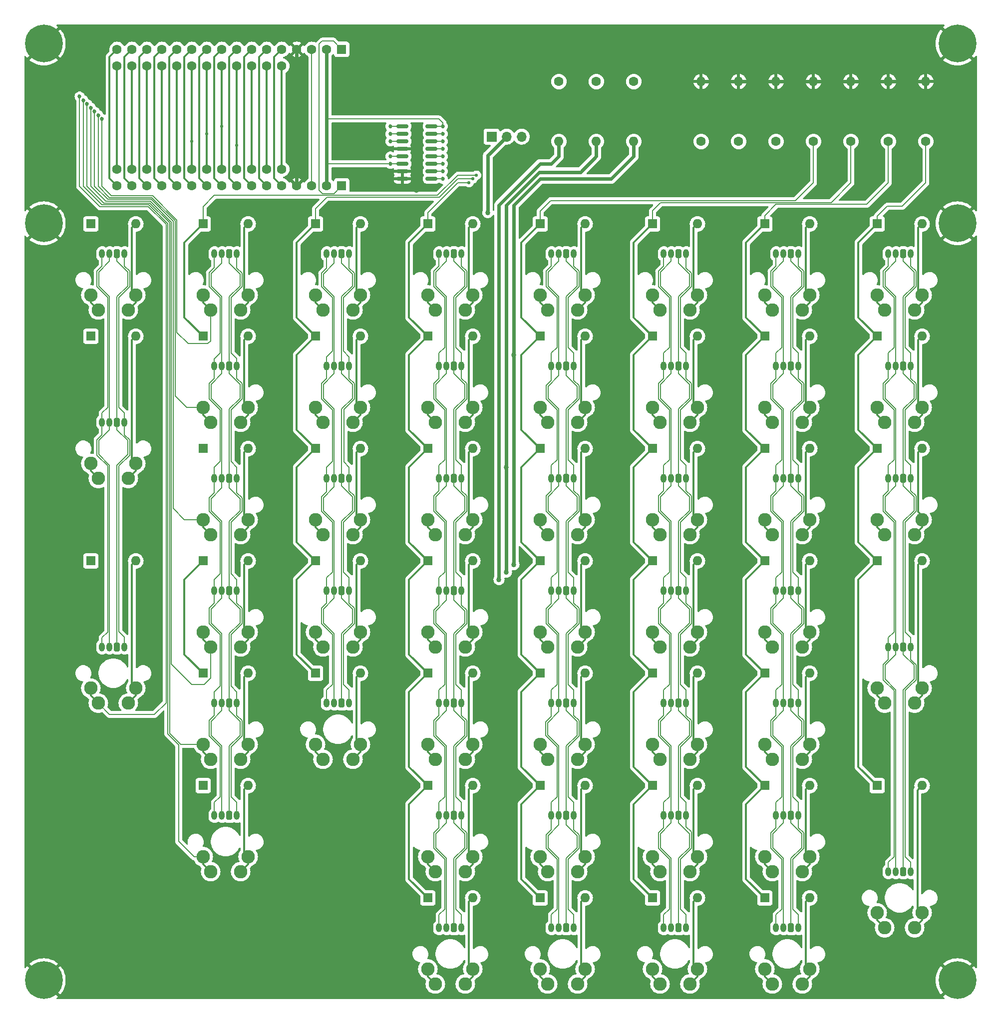
<source format=gbr>
%TF.GenerationSoftware,KiCad,Pcbnew,(6.0.9)*%
%TF.CreationDate,2023-03-12T22:48:56-07:00*%
%TF.ProjectId,keyboard,6b657962-6f61-4726-942e-6b696361645f,rev?*%
%TF.SameCoordinates,Original*%
%TF.FileFunction,Copper,L1,Top*%
%TF.FilePolarity,Positive*%
%FSLAX46Y46*%
G04 Gerber Fmt 4.6, Leading zero omitted, Abs format (unit mm)*
G04 Created by KiCad (PCBNEW (6.0.9)) date 2023-03-12 22:48:56*
%MOMM*%
%LPD*%
G01*
G04 APERTURE LIST*
G04 Aperture macros list*
%AMRoundRect*
0 Rectangle with rounded corners*
0 $1 Rounding radius*
0 $2 $3 $4 $5 $6 $7 $8 $9 X,Y pos of 4 corners*
0 Add a 4 corners polygon primitive as box body*
4,1,4,$2,$3,$4,$5,$6,$7,$8,$9,$2,$3,0*
0 Add four circle primitives for the rounded corners*
1,1,$1+$1,$2,$3*
1,1,$1+$1,$4,$5*
1,1,$1+$1,$6,$7*
1,1,$1+$1,$8,$9*
0 Add four rect primitives between the rounded corners*
20,1,$1+$1,$2,$3,$4,$5,0*
20,1,$1+$1,$4,$5,$6,$7,0*
20,1,$1+$1,$6,$7,$8,$9,0*
20,1,$1+$1,$8,$9,$2,$3,0*%
G04 Aperture macros list end*
%TA.AperFunction,ComponentPad*%
%ADD10R,1.600000X1.600000*%
%TD*%
%TA.AperFunction,ComponentPad*%
%ADD11O,1.600000X1.600000*%
%TD*%
%TA.AperFunction,ComponentPad*%
%ADD12C,2.286000*%
%TD*%
%TA.AperFunction,ComponentPad*%
%ADD13RoundRect,0.250000X0.250000X0.512000X-0.250000X0.512000X-0.250000X-0.512000X0.250000X-0.512000X0*%
%TD*%
%TA.AperFunction,ComponentPad*%
%ADD14O,1.000000X1.524000*%
%TD*%
%TA.AperFunction,ComponentPad*%
%ADD15C,1.600000*%
%TD*%
%TA.AperFunction,ComponentPad*%
%ADD16C,6.400000*%
%TD*%
%TA.AperFunction,SMDPad,CuDef*%
%ADD17RoundRect,0.150000X-0.825000X-0.150000X0.825000X-0.150000X0.825000X0.150000X-0.825000X0.150000X0*%
%TD*%
%TA.AperFunction,ComponentPad*%
%ADD18R,1.700000X1.700000*%
%TD*%
%TA.AperFunction,ComponentPad*%
%ADD19O,1.700000X1.700000*%
%TD*%
%TA.AperFunction,ViaPad*%
%ADD20C,0.863600*%
%TD*%
%TA.AperFunction,ViaPad*%
%ADD21C,0.558800*%
%TD*%
%TA.AperFunction,ViaPad*%
%ADD22C,0.685800*%
%TD*%
%TA.AperFunction,Conductor*%
%ADD23C,0.152400*%
%TD*%
%TA.AperFunction,Conductor*%
%ADD24C,0.304800*%
%TD*%
%TA.AperFunction,Conductor*%
%ADD25C,0.609600*%
%TD*%
%TA.AperFunction,Conductor*%
%ADD26C,2.540000*%
%TD*%
G04 APERTURE END LIST*
D10*
%TO.P,D35,1,K*%
%TO.N,/Full Keyboard/COL5*%
X122288303Y-88989597D03*
D11*
%TO.P,D35,2,A*%
%TO.N,Net-(D35-Pad2)*%
X129908303Y-88989597D03*
%TD*%
D10*
%TO.P,D32,1,K*%
%TO.N,/Full Keyboard/COL2*%
X65138303Y-88989597D03*
D11*
%TO.P,D32,2,A*%
%TO.N,Net-(D32-Pad2)*%
X72758303Y-88989597D03*
%TD*%
D10*
%TO.P,D22,1,K*%
%TO.N,/Full Keyboard/COL2*%
X65138303Y-69939597D03*
D11*
%TO.P,D22,2,A*%
%TO.N,Net-(7_22-Pad1)*%
X72758303Y-69939597D03*
%TD*%
D12*
%TO.P,O_34,1,1*%
%TO.N,Net-(D34-Pad2)*%
X110858303Y-101054597D03*
X109588303Y-103594597D03*
%TO.P,O_34,2,2*%
%TO.N,/Full Keyboard/ROW3*%
X103238303Y-101054597D03*
X104508303Y-103594597D03*
D13*
%TO.P,O_34,3,A*%
%TO.N,/Full Keyboard/A*%
X107683303Y-94069597D03*
D14*
%TO.P,O_34,4,R*%
%TO.N,/Full Keyboard/R*%
X108953303Y-94069597D03*
%TO.P,O_34,5,G*%
%TO.N,/Full Keyboard/G*%
X106413303Y-94069597D03*
%TO.P,O_34,6,B*%
%TO.N,/Full Keyboard/B*%
X105143303Y-94069597D03*
%TD*%
D10*
%TO.P,D11,1,K*%
%TO.N,/Full Keyboard/COL1*%
X46088303Y-50889597D03*
D11*
%TO.P,D11,2,A*%
%TO.N,Net-(D11-Pad2)*%
X53708303Y-50889597D03*
%TD*%
D15*
%TO.P,PULLDOWN_2,1*%
%TO.N,/Full Keyboard/COL2*%
X136893303Y-36919597D03*
D11*
%TO.P,PULLDOWN_2,2*%
%TO.N,/Full Keyboard/GND*%
X136893303Y-26759597D03*
%TD*%
D12*
%TO.P,EQUAL_27,1,1*%
%TO.N,Net-(D27-Pad2)*%
X166738303Y-84544597D03*
X168008303Y-82004597D03*
%TO.P,EQUAL_27,2,2*%
%TO.N,/Full Keyboard/ROW2*%
X161658303Y-84544597D03*
X160388303Y-82004597D03*
D13*
%TO.P,EQUAL_27,3,A*%
%TO.N,/Full Keyboard/A*%
X164833303Y-75019597D03*
D14*
%TO.P,EQUAL_27,4,R*%
%TO.N,/Full Keyboard/R*%
X166103303Y-75019597D03*
%TO.P,EQUAL_27,5,G*%
%TO.N,/Full Keyboard/G*%
X163563303Y-75019597D03*
%TO.P,EQUAL_27,6,B*%
%TO.N,/Full Keyboard/B*%
X162293303Y-75019597D03*
%TD*%
D12*
%TO.P,UP_65,1,1*%
%TO.N,Net-(D65-Pad2)*%
X129908303Y-158204597D03*
X128638303Y-160744597D03*
%TO.P,UP_65,2,2*%
%TO.N,/Full Keyboard/ROW6*%
X123558303Y-160744597D03*
X122288303Y-158204597D03*
D13*
%TO.P,UP_65,3,A*%
%TO.N,/Full Keyboard/A*%
X126733303Y-151219597D03*
D14*
%TO.P,UP_65,4,R*%
%TO.N,/Full Keyboard/R*%
X128003303Y-151219597D03*
%TO.P,UP_65,5,G*%
%TO.N,/Full Keyboard/G*%
X125463303Y-151219597D03*
%TO.P,UP_65,6,B*%
%TO.N,/Full Keyboard/B*%
X124193303Y-151219597D03*
%TD*%
D12*
%TO.P,META_63,1,1*%
%TO.N,Net-(D63-Pad2)*%
X91808303Y-158204597D03*
X90538303Y-160744597D03*
%TO.P,META_63,2,2*%
%TO.N,/Full Keyboard/ROW6*%
X84188303Y-158204597D03*
X85458303Y-160744597D03*
D13*
%TO.P,META_63,3,A*%
%TO.N,/Full Keyboard/A*%
X88633303Y-151219597D03*
D14*
%TO.P,META_63,4,R*%
%TO.N,/Full Keyboard/R*%
X89903303Y-151219597D03*
%TO.P,META_63,5,G*%
%TO.N,/Full Keyboard/G*%
X87363303Y-151219597D03*
%TO.P,META_63,6,B*%
%TO.N,/Full Keyboard/B*%
X86093303Y-151219597D03*
%TD*%
D10*
%TO.P,D64,1,K*%
%TO.N,/Full Keyboard/COL4*%
X103238303Y-146139597D03*
D11*
%TO.P,D64,2,A*%
%TO.N,Net-(D64-Pad2)*%
X110858303Y-146139597D03*
%TD*%
D12*
%TO.P,END_66,1,1*%
%TO.N,Net-(D66-Pad2)*%
X148958303Y-158204597D03*
X147688303Y-160744597D03*
%TO.P,END_66,2,2*%
%TO.N,/Full Keyboard/ROW6*%
X142608303Y-160744597D03*
X141338303Y-158204597D03*
D13*
%TO.P,END_66,3,A*%
%TO.N,/Full Keyboard/A*%
X145783303Y-151219597D03*
D14*
%TO.P,END_66,4,R*%
%TO.N,/Full Keyboard/R*%
X147053303Y-151219597D03*
%TO.P,END_66,5,G*%
%TO.N,/Full Keyboard/G*%
X144513303Y-151219597D03*
%TO.P,END_66,6,B*%
%TO.N,/Full Keyboard/B*%
X143243303Y-151219597D03*
%TD*%
D10*
%TO.P,D43,1,K*%
%TO.N,/Full Keyboard/COL3*%
X84188303Y-108039597D03*
D11*
%TO.P,D43,2,A*%
%TO.N,Net-(D43-Pad2)*%
X91808303Y-108039597D03*
%TD*%
D10*
%TO.P,D55,1,K*%
%TO.N,/Full Keyboard/COL5*%
X122288303Y-127089597D03*
D11*
%TO.P,D55,2,A*%
%TO.N,Net-(D55-Pad2)*%
X129908303Y-127089597D03*
%TD*%
D12*
%TO.P,SEMICOLON_45,1,1*%
%TO.N,Net-(D45-Pad2)*%
X129908303Y-120104597D03*
X128638303Y-122644597D03*
%TO.P,SEMICOLON_45,2,2*%
%TO.N,/Full Keyboard/ROW4*%
X122288303Y-120104597D03*
X123558303Y-122644597D03*
D13*
%TO.P,SEMICOLON_45,3,A*%
%TO.N,/Full Keyboard/A*%
X126733303Y-113119597D03*
D14*
%TO.P,SEMICOLON_45,4,R*%
%TO.N,/Full Keyboard/R*%
X128003303Y-113119597D03*
%TO.P,SEMICOLON_45,5,G*%
%TO.N,/Full Keyboard/G*%
X125463303Y-113119597D03*
%TO.P,SEMICOLON_45,6,B*%
%TO.N,/Full Keyboard/B*%
X124193303Y-113119597D03*
%TD*%
D16*
%TO.P,H1,1,1*%
%TO.N,/Full Keyboard/GND*%
X19050000Y-20320000D03*
%TD*%
D10*
%TO.P,D54,1,K*%
%TO.N,/Full Keyboard/COL4*%
X103238303Y-127089597D03*
D11*
%TO.P,D54,2,A*%
%TO.N,Net-(D54-Pad2)*%
X110858303Y-127089597D03*
%TD*%
D10*
%TO.P,D34,1,K*%
%TO.N,/Full Keyboard/COL4*%
X103238303Y-88989597D03*
D11*
%TO.P,D34,2,A*%
%TO.N,Net-(D34-Pad2)*%
X110858303Y-88989597D03*
%TD*%
D10*
%TO.P,D26,1,K*%
%TO.N,/Full Keyboard/COL6*%
X141338303Y-69939597D03*
D11*
%TO.P,D26,2,A*%
%TO.N,Net-(D26-Pad2)*%
X148958303Y-69939597D03*
%TD*%
D10*
%TO.P,D76,1,K*%
%TO.N,/Full Keyboard/COL6*%
X141338303Y-165189597D03*
D11*
%TO.P,D76,2,A*%
%TO.N,Net-(D76-Pad2)*%
X148958303Y-165189597D03*
%TD*%
D10*
%TO.P,D63,1,K*%
%TO.N,/Full Keyboard/COL3*%
X84188303Y-146139597D03*
D11*
%TO.P,D63,2,A*%
%TO.N,Net-(D63-Pad2)*%
X91808303Y-146139597D03*
%TD*%
D10*
%TO.P,D31,1,K*%
%TO.N,/Full Keyboard/COL1*%
X46088303Y-88989597D03*
D11*
%TO.P,D31,2,A*%
%TO.N,Net-(D31-Pad2)*%
X53708303Y-88989597D03*
%TD*%
D10*
%TO.P,D42,1,K*%
%TO.N,/Full Keyboard/COL2*%
X65138303Y-108039597D03*
D11*
%TO.P,D42,2,A*%
%TO.N,Net-(D42-Pad2)*%
X72758303Y-108039597D03*
%TD*%
D12*
%TO.P,U_32,1,1*%
%TO.N,Net-(D32-Pad2)*%
X71488303Y-103594597D03*
X72758303Y-101054597D03*
%TO.P,U_32,2,2*%
%TO.N,/Full Keyboard/ROW3*%
X65138303Y-101054597D03*
X66408303Y-103594597D03*
D13*
%TO.P,U_32,3,A*%
%TO.N,/Full Keyboard/A*%
X69583303Y-94069597D03*
D14*
%TO.P,U_32,4,R*%
%TO.N,/Full Keyboard/R*%
X70853303Y-94069597D03*
%TO.P,U_32,5,G*%
%TO.N,/Full Keyboard/G*%
X68313303Y-94069597D03*
%TO.P,U_32,6,B*%
%TO.N,/Full Keyboard/B*%
X67043303Y-94069597D03*
%TD*%
D12*
%TO.P,8_23,1,1*%
%TO.N,Net-(8_23-Pad1)*%
X91808303Y-82004597D03*
X90538303Y-84544597D03*
%TO.P,8_23,2,2*%
%TO.N,/Full Keyboard/ROW2*%
X85458303Y-84544597D03*
X84188303Y-82004597D03*
D13*
%TO.P,8_23,3,A*%
%TO.N,/Full Keyboard/A*%
X88633303Y-75019597D03*
D14*
%TO.P,8_23,4,R*%
%TO.N,/Full Keyboard/R*%
X89903303Y-75019597D03*
%TO.P,8_23,5,G*%
%TO.N,/Full Keyboard/G*%
X87363303Y-75019597D03*
%TO.P,8_23,6,B*%
%TO.N,/Full Keyboard/B*%
X86093303Y-75019597D03*
%TD*%
D16*
%TO.P,H6,1,1*%
%TO.N,/Full Keyboard/GND*%
X173990000Y-50800000D03*
%TD*%
D10*
%TO.P,D66,1,K*%
%TO.N,/Full Keyboard/COL6*%
X141338303Y-146139597D03*
D11*
%TO.P,D66,2,A*%
%TO.N,Net-(D66-Pad2)*%
X148958303Y-146139597D03*
%TD*%
D10*
%TO.P,D12,1,K*%
%TO.N,/Full Keyboard/COL2*%
X65138303Y-50889597D03*
D11*
%TO.P,D12,2,A*%
%TO.N,Net-(D12-Pad2)*%
X72758303Y-50889597D03*
%TD*%
D10*
%TO.P,D13,1,K*%
%TO.N,/Full Keyboard/COL3*%
X84188303Y-50889597D03*
D11*
%TO.P,D13,2,A*%
%TO.N,Net-(D13-Pad2)*%
X91808303Y-50889597D03*
%TD*%
D12*
%TO.P,SHIFT_47,1,1*%
%TO.N,Net-(D47-Pad2)*%
X166738303Y-132169597D03*
X168008303Y-129629597D03*
%TO.P,SHIFT_47,2,2*%
%TO.N,/Full Keyboard/ROW4*%
X160388303Y-129629597D03*
X161658303Y-132169597D03*
D13*
%TO.P,SHIFT_47,3,A*%
%TO.N,/Full Keyboard/A*%
X164833303Y-122644597D03*
D14*
%TO.P,SHIFT_47,4,R*%
%TO.N,/Full Keyboard/R*%
X166103303Y-122644597D03*
%TO.P,SHIFT_47,5,G*%
%TO.N,/Full Keyboard/G*%
X163563303Y-122644597D03*
%TO.P,SHIFT_47,6,B*%
%TO.N,/Full Keyboard/B*%
X162293303Y-122644597D03*
%TD*%
D12*
%TO.P,H_41,1,1*%
%TO.N,Net-(D41-Pad2)*%
X53708303Y-120104597D03*
X52438303Y-122644597D03*
%TO.P,H_41,2,2*%
%TO.N,/Full Keyboard/ROW4*%
X47358303Y-122644597D03*
X46088303Y-120104597D03*
D13*
%TO.P,H_41,3,A*%
%TO.N,/Full Keyboard/A*%
X50533303Y-113119597D03*
D14*
%TO.P,H_41,4,R*%
%TO.N,/Full Keyboard/R*%
X51803303Y-113119597D03*
%TO.P,H_41,5,G*%
%TO.N,/Full Keyboard/G*%
X49263303Y-113119597D03*
%TO.P,H_41,6,B*%
%TO.N,/Full Keyboard/B*%
X47993303Y-113119597D03*
%TD*%
D10*
%TO.P,D53,1,K*%
%TO.N,/Full Keyboard/COL3*%
X84188303Y-127089597D03*
D11*
%TO.P,D53,2,A*%
%TO.N,Net-(COMMA_53-Pad1)*%
X91808303Y-127089597D03*
%TD*%
D10*
%TO.P,D23,1,K*%
%TO.N,/Full Keyboard/COL3*%
X84188303Y-69939597D03*
D11*
%TO.P,D23,2,A*%
%TO.N,Net-(8_23-Pad1)*%
X91808303Y-69939597D03*
%TD*%
D10*
%TO.P,D33,1,K*%
%TO.N,/Full Keyboard/COL3*%
X84188303Y-88989597D03*
D11*
%TO.P,D33,2,A*%
%TO.N,Net-(D33-Pad2)*%
X91808303Y-88989597D03*
%TD*%
D12*
%TO.P,BACKSPACE_71,1,1*%
%TO.N,Net-(BACKSPACE_71-Pad1)*%
X34658303Y-91529597D03*
X33388303Y-94069597D03*
%TO.P,BACKSPACE_71,2,2*%
%TO.N,/Full Keyboard/ROW7*%
X27038303Y-91529597D03*
X28308303Y-94069597D03*
D13*
%TO.P,BACKSPACE_71,3,A*%
%TO.N,/Full Keyboard/A*%
X31483303Y-84544597D03*
D14*
%TO.P,BACKSPACE_71,4,R*%
%TO.N,/Full Keyboard/R*%
X32753303Y-84544597D03*
%TO.P,BACKSPACE_71,5,G*%
%TO.N,/Full Keyboard/G*%
X30213303Y-84544597D03*
%TO.P,BACKSPACE_71,6,B*%
%TO.N,/Full Keyboard/B*%
X28943303Y-84544597D03*
%TD*%
D10*
%TO.P,D67,1,K*%
%TO.N,/Full Keyboard/COL7*%
X160388303Y-146139597D03*
D11*
%TO.P,D67,2,A*%
%TO.N,Net-(CTRL_67-Pad1)*%
X168008303Y-146139597D03*
%TD*%
D12*
%TO.P,CTRL_67,1,1*%
%TO.N,Net-(CTRL_67-Pad1)*%
X168008303Y-167729597D03*
X166738303Y-170269597D03*
%TO.P,CTRL_67,2,2*%
%TO.N,/Full Keyboard/ROW6*%
X161658303Y-170269597D03*
X160388303Y-167729597D03*
D13*
%TO.P,CTRL_67,3,A*%
%TO.N,/Full Keyboard/A*%
X164833303Y-160744597D03*
D14*
%TO.P,CTRL_67,4,R*%
%TO.N,/Full Keyboard/R*%
X166103303Y-160744597D03*
%TO.P,CTRL_67,5,G*%
%TO.N,/Full Keyboard/G*%
X163563303Y-160744597D03*
%TO.P,CTRL_67,6,B*%
%TO.N,/Full Keyboard/B*%
X162293303Y-160744597D03*
%TD*%
D12*
%TO.P,DELETE_61,1,1*%
%TO.N,Net-(D61-Pad2)*%
X34658303Y-62954597D03*
X33388303Y-65494597D03*
%TO.P,DELETE_61,2,2*%
%TO.N,/Full Keyboard/ROW6*%
X27038303Y-62954597D03*
X28308303Y-65494597D03*
D13*
%TO.P,DELETE_61,3,A*%
%TO.N,/Full Keyboard/A*%
X31483303Y-55969597D03*
D14*
%TO.P,DELETE_61,4,R*%
%TO.N,/Full Keyboard/R*%
X32753303Y-55969597D03*
%TO.P,DELETE_61,5,G*%
%TO.N,/Full Keyboard/G*%
X30213303Y-55969597D03*
%TO.P,DELETE_61,6,B*%
%TO.N,/Full Keyboard/B*%
X28943303Y-55969597D03*
%TD*%
D12*
%TO.P,HOME_64,1,1*%
%TO.N,Net-(D64-Pad2)*%
X110858303Y-158204597D03*
X109588303Y-160744597D03*
%TO.P,HOME_64,2,2*%
%TO.N,/Full Keyboard/ROW6*%
X103238303Y-158204597D03*
X104508303Y-160744597D03*
D13*
%TO.P,HOME_64,3,A*%
%TO.N,/Full Keyboard/A*%
X107683303Y-151219597D03*
D14*
%TO.P,HOME_64,4,R*%
%TO.N,/Full Keyboard/R*%
X108953303Y-151219597D03*
%TO.P,HOME_64,5,G*%
%TO.N,/Full Keyboard/G*%
X106413303Y-151219597D03*
%TO.P,HOME_64,6,B*%
%TO.N,/Full Keyboard/B*%
X105143303Y-151219597D03*
%TD*%
D12*
%TO.P,M_52,1,1*%
%TO.N,Net-(D52-Pad2)*%
X71488303Y-141694597D03*
X72758303Y-139154597D03*
%TO.P,M_52,2,2*%
%TO.N,/Full Keyboard/ROW5*%
X65138303Y-139154597D03*
X66408303Y-141694597D03*
D13*
%TO.P,M_52,3,A*%
%TO.N,/Full Keyboard/A*%
X69583303Y-132169597D03*
D14*
%TO.P,M_52,4,R*%
%TO.N,/Full Keyboard/R*%
X70853303Y-132169597D03*
%TO.P,M_52,5,G*%
%TO.N,/Full Keyboard/G*%
X68313303Y-132169597D03*
%TO.P,M_52,6,B*%
%TO.N,/Full Keyboard/B*%
X67043303Y-132169597D03*
%TD*%
D10*
%TO.P,D47,1,K*%
%TO.N,/Full Keyboard/COL7*%
X160388303Y-108039597D03*
D11*
%TO.P,D47,2,A*%
%TO.N,Net-(D47-Pad2)*%
X168008303Y-108039597D03*
%TD*%
D12*
%TO.P,Y_31,1,1*%
%TO.N,Net-(D31-Pad2)*%
X53708303Y-101054597D03*
X52438303Y-103594597D03*
%TO.P,Y_31,2,2*%
%TO.N,/Full Keyboard/ROW3*%
X46088303Y-101054597D03*
X47358303Y-103594597D03*
D13*
%TO.P,Y_31,3,A*%
%TO.N,/Full Keyboard/A*%
X50533303Y-94069597D03*
D14*
%TO.P,Y_31,4,R*%
%TO.N,/Full Keyboard/R*%
X51803303Y-94069597D03*
%TO.P,Y_31,5,G*%
%TO.N,/Full Keyboard/G*%
X49263303Y-94069597D03*
%TO.P,Y_31,6,B*%
%TO.N,/Full Keyboard/B*%
X47993303Y-94069597D03*
%TD*%
D16*
%TO.P,H5,1,1*%
%TO.N,/Full Keyboard/GND*%
X19050000Y-50800000D03*
%TD*%
D10*
%TO.P,D45,1,K*%
%TO.N,/Full Keyboard/COL5*%
X122288303Y-108039597D03*
D11*
%TO.P,D45,2,A*%
%TO.N,Net-(D45-Pad2)*%
X129908303Y-108039597D03*
%TD*%
D10*
%TO.P,D74,1,K*%
%TO.N,/Full Keyboard/COL4*%
X103238303Y-165189597D03*
D11*
%TO.P,D74,2,A*%
%TO.N,Net-(D74-Pad2)*%
X110858303Y-165189597D03*
%TD*%
D17*
%TO.P,U1,1,A0*%
%TO.N,Net-(A1-Pad24)*%
X79873303Y-34379597D03*
%TO.P,U1,2,A1*%
%TO.N,Net-(A1-Pad23)*%
X79873303Y-35649597D03*
%TO.P,U1,3,A2*%
%TO.N,Net-(A1-Pad22)*%
X79873303Y-36919597D03*
%TO.P,U1,4,~{LE}*%
%TO.N,/Full Keyboard/GND*%
X79873303Y-38189597D03*
%TO.P,U1,5,~{E1}*%
%TO.N,Net-(A1-Pad25)*%
X79873303Y-39459597D03*
%TO.P,U1,6,E2*%
%TO.N,/Full Keyboard/Vcc*%
X79873303Y-40729597D03*
%TO.P,U1,7,Y7*%
%TO.N,/Full Keyboard/GND*%
X79873303Y-41999597D03*
%TO.P,U1,8,GND*%
X79873303Y-43269597D03*
%TO.P,U1,9,Y6*%
%TO.N,/Full Keyboard/ROW7*%
X84823303Y-43269597D03*
%TO.P,U1,10,Y5*%
%TO.N,/Full Keyboard/ROW6*%
X84823303Y-41999597D03*
%TO.P,U1,11,Y4*%
%TO.N,/Full Keyboard/ROW5*%
X84823303Y-40729597D03*
%TO.P,U1,12,Y3*%
%TO.N,/Full Keyboard/ROW4*%
X84823303Y-39459597D03*
%TO.P,U1,13,Y2*%
%TO.N,/Full Keyboard/ROW3*%
X84823303Y-38189597D03*
%TO.P,U1,14,Y1*%
%TO.N,/Full Keyboard/ROW2*%
X84823303Y-36919597D03*
%TO.P,U1,15,Y0*%
%TO.N,/Full Keyboard/ROW1*%
X84823303Y-35649597D03*
%TO.P,U1,16,VCC*%
%TO.N,/Full Keyboard/Vcc*%
X84823303Y-34379597D03*
%TD*%
D12*
%TO.P,SPACE_62,1,1*%
%TO.N,Net-(D62-Pad2)*%
X53708303Y-158204597D03*
X52438303Y-160744597D03*
%TO.P,SPACE_62,2,2*%
%TO.N,/Full Keyboard/ROW6*%
X46088303Y-158204597D03*
X47358303Y-160744597D03*
D13*
%TO.P,SPACE_62,3,A*%
%TO.N,/Full Keyboard/A*%
X50533303Y-151219597D03*
D14*
%TO.P,SPACE_62,4,R*%
%TO.N,/Full Keyboard/R*%
X51803303Y-151219597D03*
%TO.P,SPACE_62,5,G*%
%TO.N,/Full Keyboard/G*%
X49263303Y-151219597D03*
%TO.P,SPACE_62,6,B*%
%TO.N,/Full Keyboard/B*%
X47993303Y-151219597D03*
%TD*%
D10*
%TO.P,D15,1,K*%
%TO.N,/Full Keyboard/COL5*%
X122288303Y-50889597D03*
D11*
%TO.P,D15,2,A*%
%TO.N,Net-(D15-Pad2)*%
X129908303Y-50889597D03*
%TD*%
D10*
%TO.P,D65,1,K*%
%TO.N,/Full Keyboard/COL5*%
X122288303Y-146139597D03*
D11*
%TO.P,D65,2,A*%
%TO.N,Net-(D65-Pad2)*%
X129908303Y-146139597D03*
%TD*%
D10*
%TO.P,D62,1,K*%
%TO.N,/Full Keyboard/COL2*%
X46088303Y-146139597D03*
D11*
%TO.P,D62,2,A*%
%TO.N,Net-(D62-Pad2)*%
X53708303Y-146139597D03*
%TD*%
D15*
%TO.P,PULLDOWN_3,1*%
%TO.N,/Full Keyboard/COL3*%
X143243303Y-36919597D03*
D11*
%TO.P,PULLDOWN_3,2*%
%TO.N,/Full Keyboard/GND*%
X143243303Y-26759597D03*
%TD*%
D12*
%TO.P,ENTER_72,1,1*%
%TO.N,Net-(D72-Pad2)*%
X34658303Y-129629597D03*
X33388303Y-132169597D03*
%TO.P,ENTER_72,2,2*%
%TO.N,/Full Keyboard/ROW7*%
X27038303Y-129629597D03*
X28308303Y-132169597D03*
D13*
%TO.P,ENTER_72,3,A*%
%TO.N,/Full Keyboard/A*%
X31483303Y-122644597D03*
D14*
%TO.P,ENTER_72,4,R*%
%TO.N,/Full Keyboard/R*%
X32753303Y-122644597D03*
%TO.P,ENTER_72,5,G*%
%TO.N,/Full Keyboard/G*%
X30213303Y-122644597D03*
%TO.P,ENTER_72,6,B*%
%TO.N,/Full Keyboard/B*%
X28943303Y-122644597D03*
%TD*%
D10*
%TO.P,D44,1,K*%
%TO.N,/Full Keyboard/COL4*%
X103238303Y-108039597D03*
D11*
%TO.P,D44,2,A*%
%TO.N,Net-(D44-Pad2)*%
X110858303Y-108039597D03*
%TD*%
D12*
%TO.P,F10_15,1,1*%
%TO.N,Net-(D15-Pad2)*%
X128638303Y-65494597D03*
X129908303Y-62954597D03*
%TO.P,F10_15,2,2*%
%TO.N,/Full Keyboard/ROW1*%
X123558303Y-65494597D03*
X122288303Y-62954597D03*
D13*
%TO.P,F10_15,3,A*%
%TO.N,/Full Keyboard/A*%
X126733303Y-55969597D03*
D14*
%TO.P,F10_15,4,R*%
%TO.N,/Full Keyboard/R*%
X128003303Y-55969597D03*
%TO.P,F10_15,5,G*%
%TO.N,/Full Keyboard/G*%
X125463303Y-55969597D03*
%TO.P,F10_15,6,B*%
%TO.N,/Full Keyboard/B*%
X124193303Y-55969597D03*
%TD*%
D12*
%TO.P,L_44,1,1*%
%TO.N,Net-(D44-Pad2)*%
X110858303Y-120104597D03*
X109588303Y-122644597D03*
%TO.P,L_44,2,2*%
%TO.N,/Full Keyboard/ROW4*%
X103238303Y-120104597D03*
X104508303Y-122644597D03*
D13*
%TO.P,L_44,3,A*%
%TO.N,/Full Keyboard/A*%
X107683303Y-113119597D03*
D14*
%TO.P,L_44,4,R*%
%TO.N,/Full Keyboard/R*%
X108953303Y-113119597D03*
%TO.P,L_44,5,G*%
%TO.N,/Full Keyboard/G*%
X106413303Y-113119597D03*
%TO.P,L_44,6,B*%
%TO.N,/Full Keyboard/B*%
X105143303Y-113119597D03*
%TD*%
D12*
%TO.P,F7_12,1,1*%
%TO.N,Net-(D12-Pad2)*%
X72758303Y-62954597D03*
X71488303Y-65494597D03*
%TO.P,F7_12,2,2*%
%TO.N,/Full Keyboard/ROW1*%
X65138303Y-62954597D03*
X66408303Y-65494597D03*
D13*
%TO.P,F7_12,3,A*%
%TO.N,/Full Keyboard/A*%
X69583303Y-55969597D03*
D14*
%TO.P,F7_12,4,R*%
%TO.N,/Full Keyboard/R*%
X70853303Y-55969597D03*
%TO.P,F7_12,5,G*%
%TO.N,/Full Keyboard/G*%
X68313303Y-55969597D03*
%TO.P,F7_12,6,B*%
%TO.N,/Full Keyboard/B*%
X67043303Y-55969597D03*
%TD*%
D10*
%TO.P,D14,1,K*%
%TO.N,/Full Keyboard/COL4*%
X103238303Y-50889597D03*
D11*
%TO.P,D14,2,A*%
%TO.N,Net-(D14-Pad2)*%
X110858303Y-50889597D03*
%TD*%
D12*
%TO.P,F8_13,1,1*%
%TO.N,Net-(D13-Pad2)*%
X90538303Y-65494597D03*
X91808303Y-62954597D03*
%TO.P,F8_13,2,2*%
%TO.N,/Full Keyboard/ROW1*%
X85458303Y-65494597D03*
X84188303Y-62954597D03*
D13*
%TO.P,F8_13,3,A*%
%TO.N,/Full Keyboard/A*%
X88633303Y-55969597D03*
D14*
%TO.P,F8_13,4,R*%
%TO.N,/Full Keyboard/R*%
X89903303Y-55969597D03*
%TO.P,F8_13,5,G*%
%TO.N,/Full Keyboard/G*%
X87363303Y-55969597D03*
%TO.P,F8_13,6,B*%
%TO.N,/Full Keyboard/B*%
X86093303Y-55969597D03*
%TD*%
D15*
%TO.P,PULLDOWN_7,1*%
%TO.N,/Full Keyboard/COL7*%
X168643303Y-36919597D03*
D11*
%TO.P,PULLDOWN_7,2*%
%TO.N,/Full Keyboard/GND*%
X168643303Y-26759597D03*
%TD*%
D10*
%TO.P,D73,1,K*%
%TO.N,/Full Keyboard/COL3*%
X84188303Y-165189597D03*
D11*
%TO.P,D73,2,A*%
%TO.N,Net-(ALT_73-Pad1)*%
X91808303Y-165189597D03*
%TD*%
D12*
%TO.P,ALT_73,1,1*%
%TO.N,Net-(ALT_73-Pad1)*%
X91808303Y-177254597D03*
X90538303Y-179794597D03*
%TO.P,ALT_73,2,2*%
%TO.N,/Full Keyboard/ROW7*%
X84188303Y-177254597D03*
X85458303Y-179794597D03*
D13*
%TO.P,ALT_73,3,A*%
%TO.N,/Full Keyboard/A*%
X88633303Y-170269597D03*
D14*
%TO.P,ALT_73,4,R*%
%TO.N,/Full Keyboard/R*%
X89903303Y-170269597D03*
%TO.P,ALT_73,5,G*%
%TO.N,/Full Keyboard/G*%
X87363303Y-170269597D03*
%TO.P,ALT_73,6,B*%
%TO.N,/Full Keyboard/B*%
X86093303Y-170269597D03*
%TD*%
D12*
%TO.P,J_42,1,1*%
%TO.N,Net-(D42-Pad2)*%
X72758303Y-120104597D03*
X71488303Y-122644597D03*
%TO.P,J_42,2,2*%
%TO.N,/Full Keyboard/ROW4*%
X66408303Y-122644597D03*
X65138303Y-120104597D03*
D13*
%TO.P,J_42,3,A*%
%TO.N,/Full Keyboard/A*%
X69583303Y-113119597D03*
D14*
%TO.P,J_42,4,R*%
%TO.N,/Full Keyboard/R*%
X70853303Y-113119597D03*
%TO.P,J_42,5,G*%
%TO.N,/Full Keyboard/G*%
X68313303Y-113119597D03*
%TO.P,J_42,6,B*%
%TO.N,/Full Keyboard/B*%
X67043303Y-113119597D03*
%TD*%
D10*
%TO.P,D46,1,K*%
%TO.N,/Full Keyboard/COL6*%
X141338303Y-108039597D03*
D11*
%TO.P,D46,2,A*%
%TO.N,Net-(APOSTROPHE_46-Pad1)*%
X148958303Y-108039597D03*
%TD*%
D12*
%TO.P,SLASH_55,1,1*%
%TO.N,Net-(D55-Pad2)*%
X128638303Y-141694597D03*
X129908303Y-139154597D03*
%TO.P,SLASH_55,2,2*%
%TO.N,/Full Keyboard/ROW5*%
X122288303Y-139154597D03*
X123558303Y-141694597D03*
D13*
%TO.P,SLASH_55,3,A*%
%TO.N,/Full Keyboard/A*%
X126733303Y-132169597D03*
D14*
%TO.P,SLASH_55,4,R*%
%TO.N,/Full Keyboard/R*%
X128003303Y-132169597D03*
%TO.P,SLASH_55,5,G*%
%TO.N,/Full Keyboard/G*%
X125463303Y-132169597D03*
%TO.P,SLASH_55,6,B*%
%TO.N,/Full Keyboard/B*%
X124193303Y-132169597D03*
%TD*%
D10*
%TO.P,A1,1,~{RESET}*%
%TO.N,unconnected-(A1-Pad1)*%
X69583303Y-21307097D03*
D15*
%TO.P,A1,2,3V3*%
%TO.N,/Full Keyboard/Vcc*%
X67043303Y-21307097D03*
%TO.P,A1,3,NC*%
%TO.N,unconnected-(A1-Pad3)*%
X64503303Y-21307097D03*
%TO.P,A1,4,GND*%
%TO.N,/Full Keyboard/GND*%
X61963303Y-21307097D03*
%TO.P,A1,5,DAC2/A0*%
%TO.N,/Full Keyboard/COL1*%
X59423303Y-21307097D03*
%TO.P,A1,6,DAC1/A1*%
%TO.N,/Full Keyboard/COL2*%
X56883303Y-21307097D03*
%TO.P,A1,7,I34/A2*%
%TO.N,/Full Keyboard/COL3*%
X54343303Y-21307097D03*
%TO.P,A1,8,I39/A3*%
%TO.N,/Full Keyboard/COL4*%
X51803303Y-21307097D03*
%TO.P,A1,9,IO36/A4*%
%TO.N,/Full Keyboard/COL5*%
X49263303Y-21307097D03*
%TO.P,A1,10,IO4/A5*%
%TO.N,/Full Keyboard/COL6*%
X46723303Y-21307097D03*
%TO.P,A1,11,SCK/IO5*%
%TO.N,unconnected-(A1-Pad11)*%
X44183303Y-21307097D03*
%TO.P,A1,12,MOSI/IO18*%
%TO.N,unconnected-(A1-Pad12)*%
X41643303Y-21307097D03*
%TO.P,A1,13,MISO/IO19*%
%TO.N,unconnected-(A1-Pad13)*%
X39103303Y-21307097D03*
%TO.P,A1,14,RX/IO16*%
%TO.N,unconnected-(A1-Pad14)*%
X36563303Y-21307097D03*
%TO.P,A1,15,TX/IO17*%
%TO.N,unconnected-(A1-Pad15)*%
X34023303Y-21307097D03*
%TO.P,A1,16,IO21*%
%TO.N,/Full Keyboard/COL7*%
X31483303Y-21307097D03*
%TO.P,A1,17,SDA/IO23*%
%TO.N,unconnected-(A1-Pad17)*%
X31483303Y-41627097D03*
%TO.P,A1,18,SCL/IO22*%
%TO.N,unconnected-(A1-Pad18)*%
X34023303Y-41627097D03*
%TO.P,A1,19,A6/IO14*%
%TO.N,Net-(A1-Pad19)*%
X36563303Y-41627097D03*
%TO.P,A1,20,A7/IO32*%
%TO.N,Net-(A1-Pad20)*%
X39103303Y-41627097D03*
%TO.P,A1,21,A8/IO15*%
%TO.N,Net-(A1-Pad21)*%
X41643303Y-41627097D03*
%TO.P,A1,22,A9/IO33*%
%TO.N,Net-(A1-Pad22)*%
X44183303Y-41627097D03*
%TO.P,A1,23,A10/IO27*%
%TO.N,Net-(A1-Pad23)*%
X46723303Y-41627097D03*
%TO.P,A1,24,A11/IO12*%
%TO.N,Net-(A1-Pad24)*%
X49263303Y-41627097D03*
%TO.P,A1,25,A12/IO13*%
%TO.N,Net-(A1-Pad25)*%
X51803303Y-41627097D03*
%TO.P,A1,26,USB*%
%TO.N,/Full Keyboard/Vusb*%
X54343303Y-41627097D03*
%TO.P,A1,27,EN*%
%TO.N,unconnected-(A1-Pad27)*%
X56883303Y-41627097D03*
%TO.P,A1,28,VBAT*%
%TO.N,unconnected-(A1-Pad28)*%
X59423303Y-41627097D03*
%TD*%
D12*
%TO.P,APOSTROPHE_46,1,1*%
%TO.N,Net-(APOSTROPHE_46-Pad1)*%
X148958303Y-120104597D03*
X147688303Y-122644597D03*
%TO.P,APOSTROPHE_46,2,2*%
%TO.N,/Full Keyboard/ROW4*%
X142608303Y-122644597D03*
X141338303Y-120104597D03*
D13*
%TO.P,APOSTROPHE_46,3,A*%
%TO.N,/Full Keyboard/A*%
X145783303Y-113119597D03*
D14*
%TO.P,APOSTROPHE_46,4,R*%
%TO.N,/Full Keyboard/R*%
X147053303Y-113119597D03*
%TO.P,APOSTROPHE_46,5,G*%
%TO.N,/Full Keyboard/G*%
X144513303Y-113119597D03*
%TO.P,APOSTROPHE_46,6,B*%
%TO.N,/Full Keyboard/B*%
X143243303Y-113119597D03*
%TD*%
D10*
%TO.P,D37,1,K*%
%TO.N,/Full Keyboard/COL7*%
X160388303Y-88989597D03*
D11*
%TO.P,D37,2,A*%
%TO.N,Net-(D37-Pad2)*%
X168008303Y-88989597D03*
%TD*%
D12*
%TO.P,COMMA_53,1,1*%
%TO.N,Net-(COMMA_53-Pad1)*%
X90538303Y-141694597D03*
X91808303Y-139154597D03*
%TO.P,COMMA_53,2,2*%
%TO.N,/Full Keyboard/ROW5*%
X85458303Y-141694597D03*
X84188303Y-139154597D03*
D13*
%TO.P,COMMA_53,3,A*%
%TO.N,/Full Keyboard/A*%
X88633303Y-132169597D03*
D14*
%TO.P,COMMA_53,4,R*%
%TO.N,/Full Keyboard/R*%
X89903303Y-132169597D03*
%TO.P,COMMA_53,5,G*%
%TO.N,/Full Keyboard/G*%
X87363303Y-132169597D03*
%TO.P,COMMA_53,6,B*%
%TO.N,/Full Keyboard/B*%
X86093303Y-132169597D03*
%TD*%
D12*
%TO.P,BACKSLASH_56,1,1*%
%TO.N,Net-(BACKSLASH_56-Pad1)*%
X148958303Y-139154597D03*
X147688303Y-141694597D03*
%TO.P,BACKSLASH_56,2,2*%
%TO.N,/Full Keyboard/ROW5*%
X142608303Y-141694597D03*
X141338303Y-139154597D03*
D13*
%TO.P,BACKSLASH_56,3,A*%
%TO.N,/Full Keyboard/A*%
X145783303Y-132169597D03*
D14*
%TO.P,BACKSLASH_56,4,R*%
%TO.N,/Full Keyboard/R*%
X147053303Y-132169597D03*
%TO.P,BACKSLASH_56,5,G*%
%TO.N,/Full Keyboard/G*%
X144513303Y-132169597D03*
%TO.P,BACKSLASH_56,6,B*%
%TO.N,/Full Keyboard/B*%
X143243303Y-132169597D03*
%TD*%
D10*
%TO.P,D56,1,K*%
%TO.N,/Full Keyboard/COL6*%
X141338303Y-127089597D03*
D11*
%TO.P,D56,2,A*%
%TO.N,Net-(BACKSLASH_56-Pad1)*%
X148958303Y-127089597D03*
%TD*%
D10*
%TO.P,D51,1,K*%
%TO.N,/Full Keyboard/COL1*%
X46088303Y-127089597D03*
D11*
%TO.P,D51,2,A*%
%TO.N,Net-(D51-Pad2)*%
X53708303Y-127089597D03*
%TD*%
D10*
%TO.P,D21,1,K*%
%TO.N,/Full Keyboard/COL1*%
X46088303Y-69939597D03*
D11*
%TO.P,D21,2,A*%
%TO.N,Net-(6_21-Pad1)*%
X53708303Y-69939597D03*
%TD*%
D15*
%TO.P,R_GREEN1,1*%
%TO.N,Net-(A1-Pad20)*%
X112763303Y-26759597D03*
D11*
%TO.P,R_GREEN1,2*%
%TO.N,/Full Keyboard/G*%
X112763303Y-36919597D03*
%TD*%
D12*
%TO.P,6_21,1,1*%
%TO.N,Net-(6_21-Pad1)*%
X52438303Y-84544597D03*
X53708303Y-82004597D03*
%TO.P,6_21,2,2*%
%TO.N,/Full Keyboard/ROW2*%
X47358303Y-84544597D03*
X46088303Y-82004597D03*
D13*
%TO.P,6_21,3,A*%
%TO.N,/Full Keyboard/A*%
X50533303Y-75019597D03*
D14*
%TO.P,6_21,4,R*%
%TO.N,/Full Keyboard/R*%
X51803303Y-75019597D03*
%TO.P,6_21,5,G*%
%TO.N,/Full Keyboard/G*%
X49263303Y-75019597D03*
%TO.P,6_21,6,B*%
%TO.N,/Full Keyboard/B*%
X47993303Y-75019597D03*
%TD*%
D10*
%TO.P,D17,1,K*%
%TO.N,/Full Keyboard/COL7*%
X160388303Y-50889597D03*
D11*
%TO.P,D17,2,A*%
%TO.N,Net-(D17-Pad2)*%
X168008303Y-50889597D03*
%TD*%
D10*
%TO.P,D25,1,K*%
%TO.N,/Full Keyboard/COL5*%
X122288303Y-69939597D03*
D11*
%TO.P,D25,2,A*%
%TO.N,Net-(0_25-Pad1)*%
X129908303Y-69939597D03*
%TD*%
D16*
%TO.P,H4,1,1*%
%TO.N,/Full Keyboard/GND*%
X19050000Y-179159597D03*
%TD*%
D10*
%TO.P,D41,1,K*%
%TO.N,/Full Keyboard/COL1*%
X46088303Y-108039597D03*
D11*
%TO.P,D41,2,A*%
%TO.N,Net-(D41-Pad2)*%
X53708303Y-108039597D03*
%TD*%
D10*
%TO.P,D52,1,K*%
%TO.N,/Full Keyboard/COL2*%
X65138303Y-127089597D03*
D11*
%TO.P,D52,2,A*%
%TO.N,Net-(D52-Pad2)*%
X72758303Y-127089597D03*
%TD*%
D12*
%TO.P,7_22,1,1*%
%TO.N,Net-(7_22-Pad1)*%
X72758303Y-82004597D03*
X71488303Y-84544597D03*
%TO.P,7_22,2,2*%
%TO.N,/Full Keyboard/ROW2*%
X66408303Y-84544597D03*
X65138303Y-82004597D03*
D13*
%TO.P,7_22,3,A*%
%TO.N,/Full Keyboard/A*%
X69583303Y-75019597D03*
D14*
%TO.P,7_22,4,R*%
%TO.N,/Full Keyboard/R*%
X70853303Y-75019597D03*
%TO.P,7_22,5,G*%
%TO.N,/Full Keyboard/G*%
X68313303Y-75019597D03*
%TO.P,7_22,6,B*%
%TO.N,/Full Keyboard/B*%
X67043303Y-75019597D03*
%TD*%
D12*
%TO.P,LEFT_74,1,1*%
%TO.N,Net-(D74-Pad2)*%
X110858303Y-177254597D03*
X109588303Y-179794597D03*
%TO.P,LEFT_74,2,2*%
%TO.N,/Full Keyboard/ROW7*%
X104508303Y-179794597D03*
X103238303Y-177254597D03*
D13*
%TO.P,LEFT_74,3,A*%
%TO.N,/Full Keyboard/A*%
X107683303Y-170269597D03*
D14*
%TO.P,LEFT_74,4,R*%
%TO.N,/Full Keyboard/R*%
X108953303Y-170269597D03*
%TO.P,LEFT_74,5,G*%
%TO.N,/Full Keyboard/G*%
X106413303Y-170269597D03*
%TO.P,LEFT_74,6,B*%
%TO.N,/Full Keyboard/B*%
X105143303Y-170269597D03*
%TD*%
D10*
%TO.P,D36,1,K*%
%TO.N,/Full Keyboard/COL6*%
X141338303Y-88989597D03*
D11*
%TO.P,D36,2,A*%
%TO.N,Net-(D36-Pad2)*%
X148958303Y-88989597D03*
%TD*%
D12*
%TO.P,N_51,1,1*%
%TO.N,Net-(D51-Pad2)*%
X53708303Y-139154597D03*
X52438303Y-141694597D03*
%TO.P,N_51,2,2*%
%TO.N,/Full Keyboard/ROW5*%
X47358303Y-141694597D03*
X46088303Y-139154597D03*
D13*
%TO.P,N_51,3,A*%
%TO.N,/Full Keyboard/A*%
X50533303Y-132169597D03*
D14*
%TO.P,N_51,4,R*%
%TO.N,/Full Keyboard/R*%
X51803303Y-132169597D03*
%TO.P,N_51,5,G*%
%TO.N,/Full Keyboard/G*%
X49263303Y-132169597D03*
%TO.P,N_51,6,B*%
%TO.N,/Full Keyboard/B*%
X47993303Y-132169597D03*
%TD*%
D12*
%TO.P,LBRACKET_36,1,1*%
%TO.N,Net-(D36-Pad2)*%
X148958303Y-101054597D03*
X147688303Y-103594597D03*
%TO.P,LBRACKET_36,2,2*%
%TO.N,/Full Keyboard/ROW3*%
X141338303Y-101054597D03*
X142608303Y-103594597D03*
D13*
%TO.P,LBRACKET_36,3,A*%
%TO.N,/Full Keyboard/A*%
X145783303Y-94069597D03*
D14*
%TO.P,LBRACKET_36,4,R*%
%TO.N,/Full Keyboard/R*%
X147053303Y-94069597D03*
%TO.P,LBRACKET_36,5,G*%
%TO.N,/Full Keyboard/G*%
X144513303Y-94069597D03*
%TO.P,LBRACKET_36,6,B*%
%TO.N,/Full Keyboard/B*%
X143243303Y-94069597D03*
%TD*%
D15*
%TO.P,PULLDOWN_1,1*%
%TO.N,/Full Keyboard/COL1*%
X130543303Y-36919597D03*
D11*
%TO.P,PULLDOWN_1,2*%
%TO.N,/Full Keyboard/GND*%
X130543303Y-26759597D03*
%TD*%
D18*
%TO.P,JP1,1,A*%
%TO.N,/Full Keyboard/Vusb*%
X95010803Y-36102097D03*
D19*
%TO.P,JP1,2,C*%
%TO.N,/Full Keyboard/A*%
X97550803Y-36102097D03*
%TO.P,JP1,3,B*%
%TO.N,/Full Keyboard/Vcc*%
X100090803Y-36102097D03*
%TD*%
D12*
%TO.P,0_25,1,1*%
%TO.N,Net-(0_25-Pad1)*%
X129908303Y-82004597D03*
X128638303Y-84544597D03*
%TO.P,0_25,2,2*%
%TO.N,/Full Keyboard/ROW2*%
X123558303Y-84544597D03*
X122288303Y-82004597D03*
D13*
%TO.P,0_25,3,A*%
%TO.N,/Full Keyboard/A*%
X126733303Y-75019597D03*
D14*
%TO.P,0_25,4,R*%
%TO.N,/Full Keyboard/R*%
X128003303Y-75019597D03*
%TO.P,0_25,5,G*%
%TO.N,/Full Keyboard/G*%
X125463303Y-75019597D03*
%TO.P,0_25,6,B*%
%TO.N,/Full Keyboard/B*%
X124193303Y-75019597D03*
%TD*%
D12*
%TO.P,F6_11,1,1*%
%TO.N,Net-(D11-Pad2)*%
X52438303Y-65494597D03*
X53708303Y-62954597D03*
%TO.P,F6_11,2,2*%
%TO.N,/Full Keyboard/ROW1*%
X47358303Y-65494597D03*
X46088303Y-62954597D03*
D13*
%TO.P,F6_11,3,A*%
%TO.N,/Full Keyboard/A*%
X50533303Y-55969597D03*
D14*
%TO.P,F6_11,4,R*%
%TO.N,/Full Keyboard/R*%
X51803303Y-55969597D03*
%TO.P,F6_11,5,G*%
%TO.N,/Full Keyboard/G*%
X49263303Y-55969597D03*
%TO.P,F6_11,6,B*%
%TO.N,/Full Keyboard/B*%
X47993303Y-55969597D03*
%TD*%
D10*
%TO.P,D61,1,K*%
%TO.N,/Full Keyboard/COL1*%
X27038303Y-50889597D03*
D11*
%TO.P,D61,2,A*%
%TO.N,Net-(D61-Pad2)*%
X34658303Y-50889597D03*
%TD*%
D10*
%TO.P,D71,1,K*%
%TO.N,/Full Keyboard/COL1*%
X27038303Y-69939597D03*
D11*
%TO.P,D71,2,A*%
%TO.N,Net-(BACKSPACE_71-Pad1)*%
X34658303Y-69939597D03*
%TD*%
D12*
%TO.P,LBRACKET_37,1,1*%
%TO.N,Net-(D37-Pad2)*%
X166738303Y-103594597D03*
X168008303Y-101054597D03*
%TO.P,LBRACKET_37,2,2*%
%TO.N,/Full Keyboard/ROW3*%
X161658303Y-103594597D03*
X160388303Y-101054597D03*
D13*
%TO.P,LBRACKET_37,3,A*%
%TO.N,/Full Keyboard/A*%
X164833303Y-94069597D03*
D14*
%TO.P,LBRACKET_37,4,R*%
%TO.N,/Full Keyboard/R*%
X166103303Y-94069597D03*
%TO.P,LBRACKET_37,5,G*%
%TO.N,/Full Keyboard/G*%
X163563303Y-94069597D03*
%TO.P,LBRACKET_37,6,B*%
%TO.N,/Full Keyboard/B*%
X162293303Y-94069597D03*
%TD*%
D15*
%TO.P,R_RED1,1*%
%TO.N,Net-(A1-Pad21)*%
X106413303Y-26759597D03*
D11*
%TO.P,R_RED1,2*%
%TO.N,/Full Keyboard/R*%
X106413303Y-36919597D03*
%TD*%
D10*
%TO.P,D16,1,K*%
%TO.N,/Full Keyboard/COL6*%
X141338303Y-50889597D03*
D11*
%TO.P,D16,2,A*%
%TO.N,Net-(D16-Pad2)*%
X148958303Y-50889597D03*
%TD*%
D10*
%TO.P,D24,1,K*%
%TO.N,/Full Keyboard/COL4*%
X103238303Y-69939597D03*
D11*
%TO.P,D24,2,A*%
%TO.N,Net-(9_24-Pad1)*%
X110858303Y-69939597D03*
%TD*%
D12*
%TO.P,DOWN_75,1,1*%
%TO.N,Net-(D75-Pad2)*%
X129908303Y-177254597D03*
X128638303Y-179794597D03*
%TO.P,DOWN_75,2,2*%
%TO.N,/Full Keyboard/ROW7*%
X123558303Y-179794597D03*
X122288303Y-177254597D03*
D13*
%TO.P,DOWN_75,3,A*%
%TO.N,/Full Keyboard/A*%
X126733303Y-170269597D03*
D14*
%TO.P,DOWN_75,4,R*%
%TO.N,/Full Keyboard/R*%
X128003303Y-170269597D03*
%TO.P,DOWN_75,5,G*%
%TO.N,/Full Keyboard/G*%
X125463303Y-170269597D03*
%TO.P,DOWN_75,6,B*%
%TO.N,/Full Keyboard/B*%
X124193303Y-170269597D03*
%TD*%
D12*
%TO.P,DOT_54,1,1*%
%TO.N,Net-(D54-Pad2)*%
X110858303Y-139154597D03*
X109588303Y-141694597D03*
%TO.P,DOT_54,2,2*%
%TO.N,/Full Keyboard/ROW5*%
X103238303Y-139154597D03*
X104508303Y-141694597D03*
D13*
%TO.P,DOT_54,3,A*%
%TO.N,/Full Keyboard/A*%
X107683303Y-132169597D03*
D14*
%TO.P,DOT_54,4,R*%
%TO.N,/Full Keyboard/R*%
X108953303Y-132169597D03*
%TO.P,DOT_54,5,G*%
%TO.N,/Full Keyboard/G*%
X106413303Y-132169597D03*
%TO.P,DOT_54,6,B*%
%TO.N,/Full Keyboard/B*%
X105143303Y-132169597D03*
%TD*%
D12*
%TO.P,I_33,1,1*%
%TO.N,Net-(D33-Pad2)*%
X91808303Y-101054597D03*
X90538303Y-103594597D03*
%TO.P,I_33,2,2*%
%TO.N,/Full Keyboard/ROW3*%
X85458303Y-103594597D03*
X84188303Y-101054597D03*
D13*
%TO.P,I_33,3,A*%
%TO.N,/Full Keyboard/A*%
X88633303Y-94069597D03*
D14*
%TO.P,I_33,4,R*%
%TO.N,/Full Keyboard/R*%
X89903303Y-94069597D03*
%TO.P,I_33,5,G*%
%TO.N,/Full Keyboard/G*%
X87363303Y-94069597D03*
%TO.P,I_33,6,B*%
%TO.N,/Full Keyboard/B*%
X86093303Y-94069597D03*
%TD*%
D12*
%TO.P,F11_16,1,1*%
%TO.N,Net-(D16-Pad2)*%
X148958303Y-62954597D03*
X147688303Y-65494597D03*
%TO.P,F11_16,2,2*%
%TO.N,/Full Keyboard/ROW1*%
X141338303Y-62954597D03*
X142608303Y-65494597D03*
D13*
%TO.P,F11_16,3,A*%
%TO.N,/Full Keyboard/A*%
X145783303Y-55969597D03*
D14*
%TO.P,F11_16,4,R*%
%TO.N,/Full Keyboard/R*%
X147053303Y-55969597D03*
%TO.P,F11_16,5,G*%
%TO.N,/Full Keyboard/G*%
X144513303Y-55969597D03*
%TO.P,F11_16,6,B*%
%TO.N,/Full Keyboard/B*%
X143243303Y-55969597D03*
%TD*%
D16*
%TO.P,H3,1,1*%
%TO.N,/Full Keyboard/GND*%
X173990000Y-179159597D03*
%TD*%
D12*
%TO.P,F12_17,1,1*%
%TO.N,Net-(D17-Pad2)*%
X166738303Y-65494597D03*
X168008303Y-62954597D03*
%TO.P,F12_17,2,2*%
%TO.N,/Full Keyboard/ROW1*%
X161658303Y-65494597D03*
X160388303Y-62954597D03*
D13*
%TO.P,F12_17,3,A*%
%TO.N,/Full Keyboard/A*%
X164833303Y-55969597D03*
D14*
%TO.P,F12_17,4,R*%
%TO.N,/Full Keyboard/R*%
X166103303Y-55969597D03*
%TO.P,F12_17,5,G*%
%TO.N,/Full Keyboard/G*%
X163563303Y-55969597D03*
%TO.P,F12_17,6,B*%
%TO.N,/Full Keyboard/B*%
X162293303Y-55969597D03*
%TD*%
D12*
%TO.P,MINUS_26,1,1*%
%TO.N,Net-(D26-Pad2)*%
X148958303Y-82004597D03*
X147688303Y-84544597D03*
%TO.P,MINUS_26,2,2*%
%TO.N,/Full Keyboard/ROW2*%
X142608303Y-84544597D03*
X141338303Y-82004597D03*
D13*
%TO.P,MINUS_26,3,A*%
%TO.N,/Full Keyboard/A*%
X145783303Y-75019597D03*
D14*
%TO.P,MINUS_26,4,R*%
%TO.N,/Full Keyboard/R*%
X147053303Y-75019597D03*
%TO.P,MINUS_26,5,G*%
%TO.N,/Full Keyboard/G*%
X144513303Y-75019597D03*
%TO.P,MINUS_26,6,B*%
%TO.N,/Full Keyboard/B*%
X143243303Y-75019597D03*
%TD*%
D12*
%TO.P,9_24,1,1*%
%TO.N,Net-(9_24-Pad1)*%
X109588303Y-84544597D03*
X110858303Y-82004597D03*
%TO.P,9_24,2,2*%
%TO.N,/Full Keyboard/ROW2*%
X103238303Y-82004597D03*
X104508303Y-84544597D03*
D13*
%TO.P,9_24,3,A*%
%TO.N,/Full Keyboard/A*%
X107683303Y-75019597D03*
D14*
%TO.P,9_24,4,R*%
%TO.N,/Full Keyboard/R*%
X108953303Y-75019597D03*
%TO.P,9_24,5,G*%
%TO.N,/Full Keyboard/G*%
X106413303Y-75019597D03*
%TO.P,9_24,6,B*%
%TO.N,/Full Keyboard/B*%
X105143303Y-75019597D03*
%TD*%
D10*
%TO.P,D72,1,K*%
%TO.N,/Full Keyboard/COL2*%
X27038303Y-108039597D03*
D11*
%TO.P,D72,2,A*%
%TO.N,Net-(D72-Pad2)*%
X34658303Y-108039597D03*
%TD*%
D15*
%TO.P,PULLDOWN_4,1*%
%TO.N,/Full Keyboard/COL4*%
X149593303Y-36919597D03*
D11*
%TO.P,PULLDOWN_4,2*%
%TO.N,/Full Keyboard/GND*%
X149593303Y-26759597D03*
%TD*%
D10*
%TO.P,D27,1,K*%
%TO.N,/Full Keyboard/COL7*%
X160388303Y-69939597D03*
D11*
%TO.P,D27,2,A*%
%TO.N,Net-(D27-Pad2)*%
X168008303Y-69939597D03*
%TD*%
D15*
%TO.P,R_BLUE1,1*%
%TO.N,Net-(A1-Pad19)*%
X119113303Y-26759597D03*
D11*
%TO.P,R_BLUE1,2*%
%TO.N,/Full Keyboard/B*%
X119113303Y-36919597D03*
%TD*%
D15*
%TO.P,PULLDOWN_6,1*%
%TO.N,/Full Keyboard/COL6*%
X162293303Y-36919597D03*
D11*
%TO.P,PULLDOWN_6,2*%
%TO.N,/Full Keyboard/GND*%
X162293303Y-26759597D03*
%TD*%
D12*
%TO.P,RIGHT_76,1,1*%
%TO.N,Net-(D76-Pad2)*%
X148958303Y-177254597D03*
X147688303Y-179794597D03*
%TO.P,RIGHT_76,2,2*%
%TO.N,/Full Keyboard/ROW7*%
X141338303Y-177254597D03*
X142608303Y-179794597D03*
D13*
%TO.P,RIGHT_76,3,A*%
%TO.N,/Full Keyboard/A*%
X145783303Y-170269597D03*
D14*
%TO.P,RIGHT_76,4,R*%
%TO.N,/Full Keyboard/R*%
X147053303Y-170269597D03*
%TO.P,RIGHT_76,5,G*%
%TO.N,/Full Keyboard/G*%
X144513303Y-170269597D03*
%TO.P,RIGHT_76,6,B*%
%TO.N,/Full Keyboard/B*%
X143243303Y-170269597D03*
%TD*%
D12*
%TO.P,F9_14,1,1*%
%TO.N,Net-(D14-Pad2)*%
X110858303Y-62954597D03*
X109588303Y-65494597D03*
%TO.P,F9_14,2,2*%
%TO.N,/Full Keyboard/ROW1*%
X103238303Y-62954597D03*
X104508303Y-65494597D03*
D13*
%TO.P,F9_14,3,A*%
%TO.N,/Full Keyboard/A*%
X107683303Y-55969597D03*
D14*
%TO.P,F9_14,4,R*%
%TO.N,/Full Keyboard/R*%
X108953303Y-55969597D03*
%TO.P,F9_14,5,G*%
%TO.N,/Full Keyboard/G*%
X106413303Y-55969597D03*
%TO.P,F9_14,6,B*%
%TO.N,/Full Keyboard/B*%
X105143303Y-55969597D03*
%TD*%
D12*
%TO.P,P_35,1,1*%
%TO.N,Net-(D35-Pad2)*%
X128638303Y-103594597D03*
X129908303Y-101054597D03*
%TO.P,P_35,2,2*%
%TO.N,/Full Keyboard/ROW3*%
X122288303Y-101054597D03*
X123558303Y-103594597D03*
D13*
%TO.P,P_35,3,A*%
%TO.N,/Full Keyboard/A*%
X126733303Y-94069597D03*
D14*
%TO.P,P_35,4,R*%
%TO.N,/Full Keyboard/R*%
X128003303Y-94069597D03*
%TO.P,P_35,5,G*%
%TO.N,/Full Keyboard/G*%
X125463303Y-94069597D03*
%TO.P,P_35,6,B*%
%TO.N,/Full Keyboard/B*%
X124193303Y-94069597D03*
%TD*%
D10*
%TO.P,D75,1,K*%
%TO.N,/Full Keyboard/COL5*%
X122288303Y-165189597D03*
D11*
%TO.P,D75,2,A*%
%TO.N,Net-(D75-Pad2)*%
X129908303Y-165189597D03*
%TD*%
D16*
%TO.P,H2,1,1*%
%TO.N,/Full Keyboard/GND*%
X173990000Y-20320000D03*
%TD*%
D12*
%TO.P,K_43,1,1*%
%TO.N,Net-(D43-Pad2)*%
X91808303Y-120104597D03*
X90538303Y-122644597D03*
%TO.P,K_43,2,2*%
%TO.N,/Full Keyboard/ROW4*%
X84188303Y-120104597D03*
X85458303Y-122644597D03*
D13*
%TO.P,K_43,3,A*%
%TO.N,/Full Keyboard/A*%
X88633303Y-113119597D03*
D14*
%TO.P,K_43,4,R*%
%TO.N,/Full Keyboard/R*%
X89903303Y-113119597D03*
%TO.P,K_43,5,G*%
%TO.N,/Full Keyboard/G*%
X87363303Y-113119597D03*
%TO.P,K_43,6,B*%
%TO.N,/Full Keyboard/B*%
X86093303Y-113119597D03*
%TD*%
D15*
%TO.P,PULLDOWN_5,1*%
%TO.N,/Full Keyboard/COL5*%
X155943303Y-36919597D03*
D11*
%TO.P,PULLDOWN_5,2*%
%TO.N,/Full Keyboard/GND*%
X155943303Y-26759597D03*
%TD*%
D10*
%TO.P,A1,1,~{RESET}*%
%TO.N,unconnected-(A1-Pad1)*%
X69583303Y-44432097D03*
D15*
%TO.P,A1,2,3V3*%
%TO.N,/Full Keyboard/Vcc*%
X67043303Y-44432097D03*
%TO.P,A1,3,NC*%
%TO.N,unconnected-(A1-Pad3)*%
X64503303Y-44432097D03*
%TO.P,A1,4,GND*%
%TO.N,/Full Keyboard/GND*%
X61963303Y-44432097D03*
%TO.P,A1,5,DAC2/A0*%
%TO.N,/Full Keyboard/COL1*%
X59423303Y-44432097D03*
%TO.P,A1,6,DAC1/A1*%
%TO.N,/Full Keyboard/COL2*%
X56883303Y-44432097D03*
%TO.P,A1,7,I34/A2*%
%TO.N,/Full Keyboard/COL3*%
X54343303Y-44432097D03*
%TO.P,A1,8,I39/A3*%
%TO.N,/Full Keyboard/COL4*%
X51803303Y-44432097D03*
%TO.P,A1,9,IO36/A4*%
%TO.N,/Full Keyboard/COL5*%
X49263303Y-44432097D03*
%TO.P,A1,10,IO4/A5*%
%TO.N,/Full Keyboard/COL6*%
X46723303Y-44432097D03*
%TO.P,A1,11,SCK/IO5*%
%TO.N,unconnected-(A1-Pad11)*%
X44183303Y-44432097D03*
%TO.P,A1,12,MOSI/IO18*%
%TO.N,unconnected-(A1-Pad12)*%
X41643303Y-44432097D03*
%TO.P,A1,13,MISO/IO19*%
%TO.N,unconnected-(A1-Pad13)*%
X39103303Y-44432097D03*
%TO.P,A1,14,RX/IO16*%
%TO.N,unconnected-(A1-Pad14)*%
X36563303Y-44432097D03*
%TO.P,A1,15,TX/IO17*%
%TO.N,unconnected-(A1-Pad15)*%
X34023303Y-44432097D03*
%TO.P,A1,16,IO21*%
%TO.N,/Full Keyboard/COL7*%
X31483303Y-44432097D03*
%TO.P,A1,17,SDA/IO23*%
%TO.N,unconnected-(A1-Pad17)*%
X31483303Y-24112097D03*
%TO.P,A1,18,SCL/IO22*%
%TO.N,unconnected-(A1-Pad18)*%
X34023303Y-24112097D03*
%TO.P,A1,19,A6/IO14*%
%TO.N,Net-(A1-Pad19)*%
X36563303Y-24112097D03*
%TO.P,A1,20,A7/IO32*%
%TO.N,Net-(A1-Pad20)*%
X39103303Y-24112097D03*
%TO.P,A1,21,A8/IO15*%
%TO.N,Net-(A1-Pad21)*%
X41643303Y-24112097D03*
%TO.P,A1,22,A9/IO33*%
%TO.N,Net-(A1-Pad22)*%
X44183303Y-24112097D03*
%TO.P,A1,23,A10/IO27*%
%TO.N,Net-(A1-Pad23)*%
X46723303Y-24112097D03*
%TO.P,A1,24,A11/IO12*%
%TO.N,Net-(A1-Pad24)*%
X49263303Y-24112097D03*
%TO.P,A1,25,A12/IO13*%
%TO.N,Net-(A1-Pad25)*%
X51803303Y-24112097D03*
%TO.P,A1,26,USB*%
%TO.N,/Full Keyboard/Vusb*%
X54343303Y-24112097D03*
%TO.P,A1,27,EN*%
%TO.N,unconnected-(A1-Pad27)*%
X56883303Y-24112097D03*
%TO.P,A1,28,VBAT*%
%TO.N,unconnected-(A1-Pad28)*%
X59423303Y-24112097D03*
%TD*%
D20*
%TO.N,/Full Keyboard/A*%
X94348303Y-48984597D03*
D21*
%TO.N,/Full Keyboard/COL1*%
X92443303Y-42634597D03*
%TO.N,/Full Keyboard/COL2*%
X91808303Y-43269597D03*
%TO.N,/Full Keyboard/COL3*%
X91173303Y-43904597D03*
D22*
%TO.N,/Full Keyboard/ROW4*%
X27038303Y-31204597D03*
X86728303Y-39459597D03*
%TO.N,/Full Keyboard/ROW5*%
X26403303Y-30569597D03*
X86728303Y-40729597D03*
D20*
%TO.N,/Full Keyboard/R*%
X96253303Y-111214597D03*
D22*
%TO.N,/Full Keyboard/ROW6*%
X25768303Y-29934597D03*
X86728303Y-41999597D03*
%TO.N,/Full Keyboard/ROW7*%
X25133303Y-29299597D03*
X86728303Y-43269597D03*
%TO.N,/Full Keyboard/ROW1*%
X86728303Y-35649597D03*
X28943303Y-33109597D03*
%TO.N,/Full Keyboard/ROW2*%
X86728303Y-36919597D03*
X28308303Y-32474597D03*
%TO.N,/Full Keyboard/ROW3*%
X27673303Y-31839597D03*
X86728303Y-38189597D03*
%TO.N,/Full Keyboard/Vcc*%
X86728303Y-34379597D03*
X77838303Y-40729597D03*
%TO.N,/Full Keyboard/GND*%
X77838303Y-43269597D03*
D20*
X82283303Y-45174597D03*
D22*
X77838303Y-41999597D03*
D20*
X61963303Y-42634597D03*
D22*
X77838303Y-38189597D03*
%TO.N,Net-(A1-Pad22)*%
X77838303Y-36919597D03*
D21*
X44183303Y-36919597D03*
D22*
%TO.N,Net-(A1-Pad23)*%
X77838303Y-35649597D03*
D21*
X46723303Y-35649597D03*
%TO.N,Net-(A1-Pad24)*%
X49263303Y-34379597D03*
D22*
X77838303Y-34379597D03*
%TO.N,Net-(A1-Pad25)*%
X77838303Y-39459597D03*
D21*
X51803303Y-37554597D03*
D20*
%TO.N,/Full Keyboard/B*%
X98793303Y-73114597D03*
X98793303Y-108674597D03*
%TO.N,/Full Keyboard/G*%
X97523303Y-92164597D03*
X97523303Y-109944597D03*
%TD*%
D23*
%TO.N,/Full Keyboard/R*%
X147053303Y-153328545D02*
X147053303Y-151219597D01*
X146088103Y-158622230D02*
X147904204Y-156806129D01*
X146088103Y-167094597D02*
X146088103Y-158622230D01*
X147904204Y-156806129D02*
X147904204Y-154179446D01*
X147053303Y-168059797D02*
X146088103Y-167094597D01*
X147053303Y-170269597D02*
X147053303Y-168059797D01*
X147904204Y-154179446D02*
X147053303Y-153328545D01*
D24*
%TO.N,/Full Keyboard/ROW6*%
X160388303Y-168999597D02*
X160388303Y-167729597D01*
X161658303Y-170269597D02*
X160388303Y-168999597D01*
D23*
%TO.N,unconnected-(A1-Pad1)*%
X66281303Y-19901597D02*
X68177803Y-19901597D01*
X68177803Y-19901597D02*
X69583303Y-21307097D01*
X65773303Y-20409597D02*
X66281303Y-19901597D01*
X65773303Y-45213178D02*
X65773303Y-20409597D01*
X69583303Y-44432097D02*
X68256603Y-45758797D01*
X68256603Y-45758797D02*
X66318922Y-45758797D01*
X66318922Y-45758797D02*
X65773303Y-45213178D01*
D24*
%TO.N,Net-(0_25-Pad1)*%
X129273303Y-81369597D02*
X129908303Y-82004597D01*
X128638303Y-84544597D02*
X129908303Y-83274597D01*
X129273303Y-70574597D02*
X129273303Y-81369597D01*
X129908303Y-83274597D02*
X129908303Y-82004597D01*
X129908303Y-69939597D02*
X129273303Y-70574597D01*
D23*
%TO.N,unconnected-(A1-Pad3)*%
X64503303Y-44432097D02*
X64503303Y-21307097D01*
%TO.N,/Full Keyboard/A*%
X71399404Y-99529877D02*
X71399404Y-97155698D01*
X71399404Y-78105698D02*
X69583303Y-76289597D01*
X164833303Y-160744597D02*
X164833303Y-129920978D01*
X31483303Y-63245978D02*
X33299404Y-61429877D01*
X147599404Y-80823496D02*
X147599404Y-78105698D01*
X90449404Y-59055698D02*
X88633303Y-57239597D01*
X145783303Y-57239597D02*
X145783303Y-55969597D01*
X107683303Y-94069597D02*
X107683303Y-82295978D01*
X107683303Y-151219597D02*
X107683303Y-139445978D01*
X126733303Y-151219597D02*
X126733303Y-139445978D01*
X33299404Y-61429877D02*
X33299404Y-59055698D01*
X50533303Y-63245978D02*
X52349404Y-61429877D01*
X109499404Y-78449317D02*
X107683303Y-76633216D01*
X126733303Y-152489597D02*
X126733303Y-151219597D01*
X69583303Y-95339597D02*
X69583303Y-94069597D01*
X69583303Y-120395978D02*
X71399404Y-118579877D01*
X107683303Y-57239597D02*
X107683303Y-55969597D01*
X88633303Y-75019597D02*
X88633303Y-63245978D01*
X107683303Y-132169597D02*
X107683303Y-120395978D01*
X145783303Y-63245978D02*
X147599404Y-61429877D01*
X50533303Y-114389597D02*
X50533303Y-113119597D01*
X164833303Y-63245978D02*
X166649404Y-61429877D01*
X145783303Y-158495978D02*
X147599404Y-156679877D01*
X126733303Y-94069597D02*
X126733303Y-82295978D01*
X90449404Y-99529877D02*
X90449404Y-97155698D01*
X33299404Y-87630698D02*
X31483303Y-85814597D01*
X90449404Y-118579877D02*
X90449404Y-116549317D01*
D25*
X94348303Y-39304597D02*
X97550803Y-36102097D01*
D23*
X126733303Y-170269597D02*
X126733303Y-158495978D01*
X126733303Y-75019597D02*
X126733303Y-63245978D01*
X128549404Y-135255698D02*
X126733303Y-133439597D01*
X164833303Y-57239597D02*
X164833303Y-55969597D01*
X52349404Y-97499317D02*
X50533303Y-95683216D01*
X31483303Y-57239597D02*
X31483303Y-55969597D01*
X166649404Y-99529877D02*
X166649404Y-97155698D01*
X50533303Y-82295978D02*
X52349404Y-80479877D01*
X69583303Y-94069597D02*
X69583303Y-82295978D01*
X145783303Y-76289597D02*
X145783303Y-75019597D01*
X126733303Y-158495978D02*
X128549404Y-156679877D01*
X126733303Y-82295978D02*
X128549404Y-80479877D01*
X52349404Y-135255698D02*
X50533303Y-133439597D01*
X50533303Y-101345978D02*
X52349404Y-99529877D01*
X109499404Y-156679877D02*
X109499404Y-154623198D01*
X88633303Y-120395978D02*
X90449404Y-118579877D01*
X145783303Y-75019597D02*
X145783303Y-63245978D01*
X145783303Y-132169597D02*
X145783303Y-120395978D01*
X166649404Y-61429877D02*
X166649404Y-59055698D01*
X147599404Y-61429877D02*
X147599404Y-59055698D01*
X126733303Y-113119597D02*
X126733303Y-101345978D01*
X107683303Y-158495978D02*
X109499404Y-156679877D01*
X52349404Y-80479877D02*
X52349404Y-78105698D01*
X71399404Y-97155698D02*
X69583303Y-95339597D01*
X164833303Y-95339597D02*
X164833303Y-94069597D01*
X31483303Y-84544597D02*
X31483303Y-63245978D01*
X147599404Y-137629877D02*
X147599404Y-135255698D01*
X128549404Y-99529877D02*
X128549404Y-97155698D01*
X71399404Y-61429877D02*
X71399404Y-59399317D01*
X90449404Y-156679877D02*
X90449404Y-154305698D01*
X126733303Y-76289597D02*
X126733303Y-75019597D01*
X107683303Y-170269597D02*
X107683303Y-158495978D01*
X88633303Y-63245978D02*
X90449404Y-61429877D01*
X109499404Y-118579877D02*
X109499404Y-116205698D01*
X166649404Y-128104877D02*
X166649404Y-125730698D01*
X128549404Y-116205698D02*
X126733303Y-114389597D01*
X109499404Y-116205698D02*
X107683303Y-114389597D01*
X88633303Y-114733216D02*
X88633303Y-113119597D01*
X164833303Y-122644597D02*
X164833303Y-101345978D01*
X145783303Y-82639597D02*
X147599404Y-80823496D01*
X69583303Y-75019597D02*
X69583303Y-63245978D01*
X126733303Y-114389597D02*
X126733303Y-113119597D01*
X88633303Y-57239597D02*
X88633303Y-55969597D01*
X107683303Y-133439597D02*
X107683303Y-132169597D01*
X69583303Y-57583216D02*
X69583303Y-55969597D01*
X71399404Y-118579877D02*
X71399404Y-116205698D01*
X50533303Y-151219597D02*
X50533303Y-139445978D01*
X166649404Y-97155698D02*
X164833303Y-95339597D01*
X166649404Y-59055698D02*
X164833303Y-57239597D01*
X109499404Y-137629877D02*
X109499404Y-135255698D01*
X109499404Y-97155698D02*
X107683303Y-95339597D01*
X128549404Y-61429877D02*
X128549404Y-59399317D01*
X109499404Y-59055698D02*
X107683303Y-57239597D01*
X71399404Y-59399317D02*
X69583303Y-57583216D01*
X128549404Y-97155698D02*
X126733303Y-95339597D01*
X50533303Y-75019597D02*
X50533303Y-63245978D01*
X69583303Y-82295978D02*
X71399404Y-80479877D01*
X88633303Y-139445978D02*
X90449404Y-137629877D01*
X69583303Y-113119597D02*
X69583303Y-101345978D01*
X107683303Y-139445978D02*
X109499404Y-137629877D01*
X69583303Y-76289597D02*
X69583303Y-75019597D01*
X147599404Y-78105698D02*
X145783303Y-76289597D01*
X147599404Y-97155698D02*
X145783303Y-95339597D01*
X164833303Y-123914597D02*
X164833303Y-122644597D01*
X145783303Y-95339597D02*
X145783303Y-94069597D01*
X109499404Y-135255698D02*
X107683303Y-133439597D01*
X88633303Y-133439597D02*
X88633303Y-132804597D01*
X145783303Y-101345978D02*
X147599404Y-99529877D01*
X164833303Y-94069597D02*
X164833303Y-82295978D01*
X128549404Y-59399317D02*
X126733303Y-57583216D01*
X128549404Y-78105698D02*
X126733303Y-76289597D01*
X52349404Y-137629877D02*
X52349404Y-135255698D01*
X52349404Y-59399317D02*
X50533303Y-57583216D01*
X145783303Y-151219597D02*
X145783303Y-139445978D01*
X126733303Y-95339597D02*
X126733303Y-94069597D01*
X69583303Y-132169597D02*
X69583303Y-120395978D01*
X147599404Y-156679877D02*
X147599404Y-154305698D01*
X147599404Y-99529877D02*
X147599404Y-97155698D01*
X90449404Y-116549317D02*
X88633303Y-114733216D01*
X109499404Y-61429877D02*
X109499404Y-59055698D01*
X31483303Y-122644597D02*
X31483303Y-91820978D01*
X90449404Y-135255698D02*
X88633303Y-133439597D01*
X107683303Y-120395978D02*
X109499404Y-118579877D01*
X147599404Y-154305698D02*
X145783303Y-152489597D01*
X69583303Y-101345978D02*
X71399404Y-99529877D01*
X166649404Y-125730698D02*
X164833303Y-123914597D01*
X147599404Y-118579877D02*
X147599404Y-116205698D01*
X164833303Y-82295978D02*
X166649404Y-80479877D01*
X107683303Y-152807097D02*
X107683303Y-151219597D01*
X107683303Y-75019597D02*
X107683303Y-63245978D01*
X107683303Y-82295978D02*
X109499404Y-80479877D01*
X166649404Y-80479877D02*
X166649404Y-78105698D01*
X71399404Y-80479877D02*
X71399404Y-78105698D01*
X128549404Y-118579877D02*
X128549404Y-116205698D01*
X50533303Y-95683216D02*
X50533303Y-94069597D01*
X50533303Y-57583216D02*
X50533303Y-55969597D01*
X126733303Y-139445978D02*
X128549404Y-137629877D01*
X90449404Y-154305698D02*
X88633303Y-152489597D01*
X109499404Y-80479877D02*
X109499404Y-78449317D01*
X166649404Y-78105698D02*
X164833303Y-76289597D01*
X52349404Y-99529877D02*
X52349404Y-97499317D01*
X90449404Y-80479877D02*
X90449404Y-78105698D01*
X88633303Y-94069597D02*
X88633303Y-82295978D01*
X145783303Y-94069597D02*
X145783303Y-82639597D01*
X128549404Y-154305698D02*
X126733303Y-152489597D01*
X33299404Y-59055698D02*
X31483303Y-57239597D01*
X31483303Y-91820978D02*
X33299404Y-90004877D01*
X126733303Y-132169597D02*
X126733303Y-120395978D01*
X145783303Y-114389597D02*
X145783303Y-113119597D01*
X88633303Y-170269597D02*
X88633303Y-158495978D01*
X145783303Y-152489597D02*
X145783303Y-151219597D01*
X147599404Y-135255698D02*
X145783303Y-133439597D01*
X107683303Y-76633216D02*
X107683303Y-75019597D01*
X88633303Y-101345978D02*
X90449404Y-99529877D01*
X164833303Y-76289597D02*
X164833303Y-75019597D01*
X128549404Y-80479877D02*
X128549404Y-78105698D01*
X128549404Y-137629877D02*
X128549404Y-135255698D01*
X107683303Y-95339597D02*
X107683303Y-94069597D01*
X126733303Y-63245978D02*
X128549404Y-61429877D01*
X128549404Y-156679877D02*
X128549404Y-154305698D01*
X126733303Y-57583216D02*
X126733303Y-55969597D01*
X145783303Y-113119597D02*
X145783303Y-101345978D01*
X50533303Y-132169597D02*
X50533303Y-120395978D01*
X71399404Y-116205698D02*
X69583303Y-114389597D01*
X126733303Y-133439597D02*
X126733303Y-132169597D01*
X164833303Y-129920978D02*
X166649404Y-128104877D01*
X107683303Y-113119597D02*
X107683303Y-101345978D01*
X90449404Y-97155698D02*
X88633303Y-95339597D01*
X50533303Y-133439597D02*
X50533303Y-132169597D01*
X126733303Y-120395978D02*
X128549404Y-118579877D01*
X52349404Y-116205698D02*
X50533303Y-114389597D01*
X50533303Y-113119597D02*
X50533303Y-101345978D01*
X88633303Y-152489597D02*
X88633303Y-151219597D01*
X109499404Y-99529877D02*
X109499404Y-97155698D01*
X31483303Y-85814597D02*
X31483303Y-84544597D01*
X50533303Y-139445978D02*
X52349404Y-137629877D01*
X69583303Y-63245978D02*
X71399404Y-61429877D01*
X147599404Y-59055698D02*
X145783303Y-57239597D01*
X145783303Y-120395978D02*
X147599404Y-118579877D01*
X88633303Y-76289597D02*
X88633303Y-75019597D01*
X107683303Y-114389597D02*
X107683303Y-113119597D01*
X88633303Y-158495978D02*
X90449404Y-156679877D01*
X90449404Y-78105698D02*
X88633303Y-76289597D01*
X107683303Y-101345978D02*
X109499404Y-99529877D01*
X126733303Y-101345978D02*
X128549404Y-99529877D01*
X88633303Y-82295978D02*
X90449404Y-80479877D01*
X88633303Y-151219597D02*
X88633303Y-139445978D01*
X52349404Y-61429877D02*
X52349404Y-59399317D01*
X147599404Y-116205698D02*
X145783303Y-114389597D01*
X50533303Y-94069597D02*
X50533303Y-82295978D01*
X88633303Y-113119597D02*
X88633303Y-101345978D01*
D25*
X94348303Y-48984597D02*
X94348303Y-39304597D01*
D23*
X90449404Y-137629877D02*
X90449404Y-135255698D01*
X145783303Y-139445978D02*
X147599404Y-137629877D01*
X90449404Y-61429877D02*
X90449404Y-59055698D01*
X50533303Y-120395978D02*
X52349404Y-118579877D01*
X50533303Y-76289597D02*
X50533303Y-75019597D01*
X88633303Y-95339597D02*
X88633303Y-94069597D01*
X69583303Y-114389597D02*
X69583303Y-113119597D01*
X33299404Y-90004877D02*
X33299404Y-87630698D01*
X107683303Y-63245978D02*
X109499404Y-61429877D01*
X88633303Y-132169597D02*
X88633303Y-120395978D01*
X145783303Y-170269597D02*
X145783303Y-158495978D01*
X145783303Y-133439597D02*
X145783303Y-132169597D01*
X52349404Y-78105698D02*
X50533303Y-76289597D01*
X164833303Y-75019597D02*
X164833303Y-63245978D01*
X109499404Y-154623198D02*
X107683303Y-152807097D01*
X52349404Y-118579877D02*
X52349404Y-116205698D01*
X164833303Y-101345978D02*
X166649404Y-99529877D01*
D24*
%TO.N,/Full Keyboard/COL1*%
X58153303Y-22577097D02*
X58153303Y-43162097D01*
X58153303Y-43162097D02*
X59423303Y-44432097D01*
X42913303Y-54064597D02*
X46088303Y-50889597D01*
X42913303Y-111214597D02*
X46088303Y-108039597D01*
X46088303Y-127089597D02*
X42913303Y-123914597D01*
D23*
X46088303Y-47968597D02*
X46088303Y-50889597D01*
X92443303Y-42634597D02*
X89268303Y-42634597D01*
X47993303Y-46063597D02*
X46088303Y-47968597D01*
D24*
X42913303Y-66764597D02*
X42913303Y-54064597D01*
D23*
X85839303Y-46063597D02*
X47993303Y-46063597D01*
D24*
X59423303Y-21307097D02*
X58153303Y-22577097D01*
D23*
X89268303Y-42634597D02*
X85839303Y-46063597D01*
D24*
X46088303Y-69939597D02*
X42913303Y-66764597D01*
X42913303Y-123914597D02*
X42913303Y-111214597D01*
%TO.N,/Full Keyboard/COL2*%
X61963303Y-54064597D02*
X61963303Y-66764597D01*
X55613303Y-43162097D02*
X56883303Y-44432097D01*
X61963303Y-92164597D02*
X61963303Y-104864597D01*
X55613303Y-22577097D02*
X55613303Y-43162097D01*
X61963303Y-85814597D02*
X65138303Y-88989597D01*
X65138303Y-50889597D02*
X61963303Y-54064597D01*
D23*
X65138303Y-48317897D02*
X65138303Y-50889597D01*
D24*
X61963303Y-123914597D02*
X65138303Y-127089597D01*
D23*
X89268303Y-43269597D02*
X86169503Y-46368397D01*
D24*
X65138303Y-88989597D02*
X61963303Y-92164597D01*
X56883303Y-21307097D02*
X55613303Y-22577097D01*
D23*
X86169503Y-46368397D02*
X67087803Y-46368397D01*
D24*
X61963303Y-66764597D02*
X65138303Y-69939597D01*
X61963303Y-104864597D02*
X65138303Y-108039597D01*
D23*
X67087803Y-46368397D02*
X65138303Y-48317897D01*
D24*
X61963303Y-73114597D02*
X61963303Y-85814597D01*
X65138303Y-108039597D02*
X61963303Y-111214597D01*
X65138303Y-69939597D02*
X61963303Y-73114597D01*
D23*
X91808303Y-43269597D02*
X89268303Y-43269597D01*
D24*
X61963303Y-111214597D02*
X61963303Y-123914597D01*
%TO.N,/Full Keyboard/COL3*%
X81013303Y-130264597D02*
X81013303Y-142964597D01*
X84188303Y-88989597D02*
X81013303Y-92164597D01*
X81013303Y-123914597D02*
X84188303Y-127089597D01*
X81013303Y-85814597D02*
X84188303Y-88989597D01*
X81013303Y-162014597D02*
X84188303Y-165189597D01*
X81013303Y-54064597D02*
X81013303Y-66764597D01*
X81013303Y-73114597D02*
X81013303Y-85814597D01*
X81013303Y-66764597D02*
X84188303Y-69939597D01*
X84188303Y-127089597D02*
X81013303Y-130264597D01*
X81013303Y-104864597D02*
X84188303Y-108039597D01*
X84188303Y-108039597D02*
X81013303Y-111214597D01*
X53073303Y-43162097D02*
X54343303Y-44432097D01*
X81013303Y-111214597D02*
X81013303Y-123914597D01*
X81013303Y-149314597D02*
X81013303Y-162014597D01*
X84188303Y-69939597D02*
X81013303Y-73114597D01*
D23*
X91173303Y-43904597D02*
X89268303Y-43904597D01*
D24*
X84188303Y-50889597D02*
X81013303Y-54064597D01*
X84188303Y-146139597D02*
X81013303Y-149314597D01*
X81013303Y-92164597D02*
X81013303Y-104864597D01*
D23*
X89268303Y-43904597D02*
X84188303Y-48984597D01*
D24*
X53073303Y-22577097D02*
X53073303Y-43162097D01*
X81013303Y-142964597D02*
X84188303Y-146139597D01*
X54343303Y-21307097D02*
X53073303Y-22577097D01*
D23*
X84188303Y-48984597D02*
X84188303Y-50889597D01*
D24*
%TO.N,/Full Keyboard/COL4*%
X100063303Y-162014597D02*
X103238303Y-165189597D01*
X103238303Y-108039597D02*
X100063303Y-111214597D01*
X100063303Y-130264597D02*
X100063303Y-142964597D01*
D23*
X146519903Y-46977997D02*
X149593303Y-43904597D01*
D24*
X103238303Y-146139597D02*
X100063303Y-149314597D01*
D23*
X149593303Y-43904597D02*
X149593303Y-36919597D01*
D24*
X103238303Y-127089597D02*
X100063303Y-130264597D01*
D23*
X104990903Y-46977997D02*
X146519903Y-46977997D01*
D24*
X50533303Y-22577097D02*
X50533303Y-43162097D01*
X100063303Y-142964597D02*
X103238303Y-146139597D01*
D23*
X103238303Y-48730597D02*
X104990903Y-46977997D01*
D24*
X50533303Y-43162097D02*
X51803303Y-44432097D01*
D23*
X103238303Y-50889597D02*
X103238303Y-48730597D01*
D24*
X100063303Y-54064597D02*
X100063303Y-66764597D01*
X100063303Y-92164597D02*
X100063303Y-104864597D01*
X100063303Y-73114597D02*
X100063303Y-85814597D01*
X100063303Y-149314597D02*
X100063303Y-162014597D01*
X103238303Y-69939597D02*
X100063303Y-73114597D01*
X100063303Y-111214597D02*
X100063303Y-123914597D01*
X100063303Y-85814597D02*
X103238303Y-88989597D01*
X100063303Y-104864597D02*
X103238303Y-108039597D01*
X51803303Y-21307097D02*
X50533303Y-22577097D01*
X100063303Y-66764597D02*
X103238303Y-69939597D01*
X100063303Y-123914597D02*
X103238303Y-127089597D01*
X103238303Y-88989597D02*
X100063303Y-92164597D01*
X103238303Y-50889597D02*
X100063303Y-54064597D01*
%TO.N,/Full Keyboard/COL5*%
X119113303Y-85814597D02*
X122288303Y-88989597D01*
D23*
X122288303Y-48679797D02*
X123685303Y-47282797D01*
D24*
X47993303Y-22577097D02*
X47993303Y-43162097D01*
D23*
X122288303Y-50889597D02*
X122288303Y-48679797D01*
D24*
X122288303Y-69939597D02*
X119113303Y-73114597D01*
X119113303Y-73114597D02*
X119113303Y-85814597D01*
D23*
X123685303Y-47282797D02*
X152565103Y-47282797D01*
D24*
X119113303Y-111214597D02*
X119113303Y-123914597D01*
X122288303Y-127089597D02*
X119113303Y-130264597D01*
X47993303Y-43162097D02*
X49263303Y-44432097D01*
X122288303Y-50889597D02*
X119113303Y-54064597D01*
X122288303Y-146139597D02*
X119113303Y-149314597D01*
X119113303Y-142964597D02*
X122288303Y-146139597D01*
D23*
X155943303Y-43904597D02*
X155943303Y-36919597D01*
D24*
X119113303Y-54064597D02*
X119113303Y-66764597D01*
X122288303Y-88989597D02*
X119113303Y-92164597D01*
X119113303Y-123914597D02*
X122288303Y-127089597D01*
X119113303Y-130264597D02*
X119113303Y-142964597D01*
X49263303Y-21307097D02*
X47993303Y-22577097D01*
X119113303Y-149314597D02*
X119113303Y-162014597D01*
X119113303Y-162014597D02*
X122288303Y-165189597D01*
X119113303Y-104864597D02*
X122288303Y-108039597D01*
X119113303Y-92164597D02*
X119113303Y-104864597D01*
X119113303Y-66764597D02*
X122288303Y-69939597D01*
X122288303Y-108039597D02*
X119113303Y-111214597D01*
D23*
X152565103Y-47282797D02*
X155943303Y-43904597D01*
D24*
%TO.N,/Full Keyboard/COL6*%
X138163303Y-142964597D02*
X138163303Y-130264597D01*
X141338303Y-165189597D02*
X138163303Y-162014597D01*
D23*
X141338303Y-50889597D02*
X141338303Y-49492597D01*
D24*
X138163303Y-92164597D02*
X141338303Y-88989597D01*
X141338303Y-146139597D02*
X138163303Y-142964597D01*
X138163303Y-130264597D02*
X141338303Y-127089597D01*
X141338303Y-88989597D02*
X138163303Y-85814597D01*
X45453303Y-43162097D02*
X46723303Y-44432097D01*
X138163303Y-162014597D02*
X138163303Y-149314597D01*
X46723303Y-21307097D02*
X45453303Y-22577097D01*
D23*
X143243303Y-47587597D02*
X158610303Y-47587597D01*
D24*
X138163303Y-104864597D02*
X138163303Y-92164597D01*
X45453303Y-22577097D02*
X45453303Y-43162097D01*
D23*
X158610303Y-47587597D02*
X162293303Y-43904597D01*
D24*
X141338303Y-69939597D02*
X138163303Y-66764597D01*
X138163303Y-85814597D02*
X138163303Y-73114597D01*
X138163303Y-149314597D02*
X141338303Y-146139597D01*
X138163303Y-123914597D02*
X141338303Y-127089597D01*
D23*
X141338303Y-49492597D02*
X143243303Y-47587597D01*
D24*
X138163303Y-111214597D02*
X138163303Y-123914597D01*
X138163303Y-54064597D02*
X141338303Y-50889597D01*
X141338303Y-108039597D02*
X138163303Y-104864597D01*
X141338303Y-108039597D02*
X138163303Y-111214597D01*
D23*
X162293303Y-43904597D02*
X162293303Y-36919597D01*
D24*
X138163303Y-73114597D02*
X141338303Y-69939597D01*
X138163303Y-66764597D02*
X138163303Y-54064597D01*
%TO.N,/Full Keyboard/ROW4*%
X161658303Y-132169597D02*
X160388303Y-130899597D01*
X122288303Y-121374597D02*
X122288303Y-120104597D01*
D23*
X47358303Y-127876797D02*
X47358303Y-122644597D01*
D24*
X123558303Y-122644597D02*
X122288303Y-121374597D01*
X84188303Y-121374597D02*
X84188303Y-120104597D01*
D23*
X27038303Y-44539597D02*
X29552903Y-47054197D01*
X46240503Y-128994597D02*
X47358303Y-127876797D01*
D24*
X104508303Y-122644597D02*
X103238303Y-121374597D01*
D23*
X37149747Y-47054197D02*
X40703503Y-50607953D01*
D24*
X142608303Y-122644597D02*
X141338303Y-121374597D01*
D23*
X40703503Y-125514797D02*
X44183303Y-128994597D01*
D24*
X85458303Y-122644597D02*
X84188303Y-121374597D01*
X141338303Y-121374597D02*
X141338303Y-120104597D01*
D23*
X29552903Y-47054197D02*
X37149747Y-47054197D01*
D24*
X66408303Y-122644597D02*
X65138303Y-121374597D01*
D23*
X44183303Y-128994597D02*
X46240503Y-128994597D01*
D24*
X46088303Y-121374597D02*
X46088303Y-120104597D01*
D23*
X27038303Y-31204597D02*
X27038303Y-44539597D01*
D24*
X160388303Y-130899597D02*
X160388303Y-129629597D01*
D23*
X40703503Y-50607953D02*
X40703503Y-118529797D01*
D24*
X103238303Y-121374597D02*
X103238303Y-120104597D01*
X65138303Y-121374597D02*
X65138303Y-120104597D01*
D23*
X86728303Y-39459597D02*
X84823303Y-39459597D01*
X40703503Y-118529797D02*
X40703503Y-125514797D01*
D24*
X47358303Y-122644597D02*
X46088303Y-121374597D01*
D23*
%TO.N,/Full Keyboard/ROW5*%
X42278303Y-139154597D02*
X46088303Y-139154597D01*
X37023495Y-47358997D02*
X40398703Y-50734205D01*
X84823303Y-40729597D02*
X86728303Y-40729597D01*
D24*
X46088303Y-140424597D02*
X46088303Y-139154597D01*
D23*
X40398703Y-50734205D02*
X40398703Y-137274997D01*
D24*
X65138303Y-140424597D02*
X65138303Y-139154597D01*
D23*
X40398703Y-137274997D02*
X42278303Y-139154597D01*
X26403303Y-44539597D02*
X29222703Y-47358997D01*
D24*
X66408303Y-141694597D02*
X65138303Y-140424597D01*
X85458303Y-141694597D02*
X84188303Y-140424597D01*
X103238303Y-140424597D02*
X103238303Y-139154597D01*
X47358303Y-141694597D02*
X46088303Y-140424597D01*
D23*
X26403303Y-30569597D02*
X26403303Y-44539597D01*
D24*
X141338303Y-140424597D02*
X141338303Y-139154597D01*
X123558303Y-141694597D02*
X122288303Y-140424597D01*
X84188303Y-140424597D02*
X84188303Y-139154597D01*
X142608303Y-141694597D02*
X141338303Y-140424597D01*
X122288303Y-140424597D02*
X122288303Y-139154597D01*
D23*
X29222703Y-47358997D02*
X37023495Y-47358997D01*
D24*
X104508303Y-141694597D02*
X103238303Y-140424597D01*
%TO.N,/Full Keyboard/COL7*%
X160388303Y-50889597D02*
X157213303Y-54064597D01*
X157213303Y-73114597D02*
X157213303Y-85814597D01*
X30213303Y-22577097D02*
X30213303Y-43162097D01*
X157213303Y-111214597D02*
X157213303Y-142964597D01*
X157213303Y-66764597D02*
X160388303Y-69939597D01*
D23*
X168643303Y-43904597D02*
X168643303Y-36919597D01*
D24*
X157213303Y-92164597D02*
X157213303Y-104864597D01*
X160388303Y-108039597D02*
X157213303Y-111214597D01*
X160388303Y-88989597D02*
X157213303Y-92164597D01*
X157213303Y-104864597D02*
X160388303Y-108039597D01*
D23*
X162115503Y-47892397D02*
X164655503Y-47892397D01*
D24*
X157213303Y-54064597D02*
X157213303Y-66764597D01*
X157213303Y-85814597D02*
X160388303Y-88989597D01*
D23*
X164655503Y-47892397D02*
X168643303Y-43904597D01*
D24*
X157213303Y-142964597D02*
X160388303Y-146139597D01*
X30213303Y-43162097D02*
X31483303Y-44432097D01*
D23*
X160388303Y-49619597D02*
X162115503Y-47892397D01*
D24*
X31483303Y-21307097D02*
X30213303Y-22577097D01*
X160388303Y-69939597D02*
X157213303Y-73114597D01*
D23*
X160388303Y-50889597D02*
X160388303Y-49619597D01*
D24*
%TO.N,unconnected-(A1-Pad14)*%
X36563303Y-21307097D02*
X35293303Y-22577097D01*
X35293303Y-22577097D02*
X35293303Y-43162097D01*
X35293303Y-43162097D02*
X36563303Y-44432097D01*
%TO.N,unconnected-(A1-Pad15)*%
X32753303Y-22577097D02*
X32753303Y-43162097D01*
X32753303Y-43162097D02*
X34023303Y-44432097D01*
X34023303Y-21307097D02*
X32753303Y-22577097D01*
D23*
%TO.N,/Full Keyboard/R*%
X166954204Y-128231129D02*
X166954204Y-125604446D01*
X50838103Y-139572230D02*
X52654204Y-137756129D01*
X147053303Y-58078545D02*
X147053303Y-55969597D01*
X71704204Y-99656129D02*
X71704204Y-97029446D01*
X108953303Y-75019597D02*
X108953303Y-72809797D01*
X166103303Y-75019597D02*
X166103303Y-72809797D01*
X50838103Y-120522230D02*
X52654204Y-118706129D01*
X52654204Y-135129446D02*
X51803303Y-134278545D01*
X147904204Y-80949748D02*
X147904204Y-77979446D01*
X71704204Y-116079446D02*
X70853303Y-115228545D01*
X50838103Y-91199397D02*
X50838103Y-82422230D01*
X128854204Y-118706129D02*
X128854204Y-116079446D01*
X108953303Y-153646045D02*
X108953303Y-151219597D01*
X70853303Y-92164597D02*
X69944520Y-91255814D01*
X147904204Y-58929446D02*
X147053303Y-58078545D01*
X90754204Y-61556129D02*
X90754204Y-58929446D01*
X128003303Y-75019597D02*
X128003303Y-72809797D01*
X107988103Y-101472230D02*
X109804204Y-99656129D01*
X165138103Y-82422230D02*
X166954204Y-80606129D01*
X70853303Y-75019597D02*
X70853303Y-73444797D01*
X128003303Y-129959797D02*
X127038103Y-128994597D01*
X51803303Y-115228545D02*
X51803303Y-113119597D01*
X70853303Y-73444797D02*
X69888103Y-72479597D01*
X108953303Y-151219597D02*
X108953303Y-149009797D01*
X108953303Y-58078545D02*
X108953303Y-55969597D01*
X128854204Y-153975498D02*
X128003303Y-153124597D01*
X69888103Y-101472230D02*
X71704204Y-99656129D01*
X88938103Y-63372230D02*
X90754204Y-61556129D01*
X127038103Y-158622230D02*
X128854204Y-156806129D01*
X32753303Y-84544597D02*
X32753303Y-82969797D01*
X146088103Y-63372230D02*
X147904204Y-61556129D01*
X51803303Y-149009797D02*
X50838103Y-148044597D01*
X128854204Y-99656129D02*
X128854204Y-97029446D01*
X88938103Y-90894597D02*
X88938103Y-82422230D01*
X107988103Y-90894597D02*
X107988103Y-82422230D01*
X109804204Y-118706129D02*
X109804204Y-116079446D01*
X128854204Y-80606129D02*
X128854204Y-77979446D01*
X146088103Y-101472230D02*
X147904204Y-99656129D01*
X128854204Y-77979446D02*
X128003303Y-77128545D01*
X109804204Y-61556129D02*
X109804204Y-58929446D01*
X147053303Y-151219597D02*
X147053303Y-149009797D01*
X89903303Y-58078545D02*
X89903303Y-55969597D01*
X165138103Y-71844597D02*
X165138103Y-63372230D01*
X70853303Y-129959797D02*
X69888103Y-128994597D01*
X109804204Y-58929446D02*
X108953303Y-58078545D01*
X90754204Y-137756129D02*
X90754204Y-135129446D01*
X166775656Y-125425898D02*
X166103303Y-124753545D01*
X147053303Y-75019597D02*
X147053303Y-72809797D01*
X128854204Y-97029446D02*
X128003303Y-96178545D01*
X128854204Y-156806129D02*
X128854204Y-153975498D01*
X71704204Y-77979446D02*
X70853303Y-77128545D01*
X128854204Y-59273065D02*
X128003303Y-58422164D01*
X33604204Y-90131129D02*
X33604204Y-87504446D01*
X70853303Y-113119597D02*
X70853303Y-110909797D01*
X107988103Y-167094597D02*
X107988103Y-158622230D01*
X166954204Y-58929446D02*
X166103303Y-58078545D01*
X109804204Y-156806129D02*
X109804204Y-154496946D01*
X127038103Y-71844597D02*
X127038103Y-63372230D01*
X50838103Y-63372230D02*
X52654204Y-61556129D01*
X166103303Y-124753545D02*
X166103303Y-122644597D01*
X128003303Y-134278545D02*
X128003303Y-132169597D01*
X32753303Y-122644597D02*
X32753303Y-121006297D01*
X166954204Y-125604446D02*
X166775656Y-125425898D01*
X89903303Y-96178545D02*
X89903303Y-94069597D01*
X147053303Y-96178545D02*
X147053303Y-94069597D01*
X32753303Y-58078545D02*
X32753303Y-55969597D01*
X89903303Y-151219597D02*
X89903303Y-149009797D01*
X108953303Y-91859797D02*
X107988103Y-90894597D01*
X107988103Y-120522230D02*
X109804204Y-118706129D01*
X51803303Y-75019597D02*
X51803303Y-73749597D01*
X128003303Y-113119597D02*
X128003303Y-110909797D01*
X52654204Y-77979446D02*
X51803303Y-77128545D01*
X50838103Y-101472230D02*
X52654204Y-99656129D01*
X108953303Y-129959797D02*
X107988103Y-128994597D01*
X52654204Y-80606129D02*
X52654204Y-77979446D01*
X128003303Y-96178545D02*
X128003303Y-94069597D01*
X166103303Y-159169797D02*
X165138103Y-158204597D01*
X146088103Y-139572230D02*
X147904204Y-137756129D01*
X51803303Y-113119597D02*
X51803303Y-111214597D01*
X50838103Y-129299397D02*
X50838103Y-120522230D01*
X166103303Y-91859797D02*
X165138103Y-90894597D01*
X165138103Y-90894597D02*
X165138103Y-82422230D01*
X146088103Y-82765849D02*
X147904204Y-80949748D01*
X89903303Y-170269597D02*
X89903303Y-168059797D01*
X70853303Y-132169597D02*
X70853303Y-129959797D01*
X166103303Y-122644597D02*
X166103303Y-121069797D01*
X165138103Y-120104597D02*
X165138103Y-101472230D01*
X166103303Y-160744597D02*
X166103303Y-159169797D01*
X128003303Y-72809797D02*
X127038103Y-71844597D01*
X166103303Y-58078545D02*
X166103303Y-55969597D01*
X146088103Y-109944597D02*
X146088103Y-101472230D01*
X128003303Y-132169597D02*
X128003303Y-129959797D01*
X128003303Y-151219597D02*
X128003303Y-149009797D01*
X147904204Y-99656129D02*
X147904204Y-97029446D01*
X128003303Y-168059797D02*
X127038103Y-167094597D01*
X166954204Y-77979446D02*
X166103303Y-77128545D01*
X51803303Y-58422164D02*
X51803303Y-55969597D01*
X32753303Y-86653545D02*
X32753303Y-84544597D01*
X52654204Y-59273065D02*
X51803303Y-58422164D01*
X108953303Y-113119597D02*
X108953303Y-110909797D01*
X147904204Y-77979446D02*
X147053303Y-77128545D01*
X107988103Y-158622230D02*
X109804204Y-156806129D01*
X166954204Y-97029446D02*
X166103303Y-96178545D01*
X147904204Y-135129446D02*
X147053303Y-134278545D01*
X147053303Y-94069597D02*
X147053303Y-91859797D01*
X70853303Y-96178545D02*
X70853303Y-94069597D01*
X70853303Y-110909797D02*
X69888103Y-109944597D01*
X69888103Y-109944597D02*
X69888103Y-101472230D01*
X89903303Y-113119597D02*
X89903303Y-110909797D01*
X128003303Y-110909797D02*
X127038103Y-109944597D01*
X88938103Y-139572230D02*
X90754204Y-137756129D01*
X108953303Y-77472164D02*
X108953303Y-75019597D01*
X88938103Y-109944597D02*
X88938103Y-101472230D01*
X147053303Y-110909797D02*
X146088103Y-109944597D01*
X89903303Y-77128545D02*
X89903303Y-75019597D01*
X147053303Y-77128545D02*
X147053303Y-75019597D01*
X165138103Y-130047230D02*
X165829520Y-129355813D01*
X32753303Y-121006297D02*
X31788103Y-120041097D01*
X89903303Y-115572164D02*
X89903303Y-113119597D01*
X89903303Y-168059797D02*
X88938103Y-167094597D01*
X69944520Y-82365813D02*
X71704204Y-80606129D01*
X107988103Y-71844597D02*
X107988103Y-63372230D01*
X31788103Y-82004597D02*
X31788103Y-63372230D01*
X70853303Y-77128545D02*
X70853303Y-75019597D01*
X127038103Y-82422230D02*
X128854204Y-80606129D01*
D25*
X96253303Y-47714597D02*
X103238303Y-40729597D01*
D23*
X109804204Y-135129446D02*
X108953303Y-134278545D01*
X51803303Y-130264597D02*
X50838103Y-129299397D01*
X165138103Y-101472230D02*
X166954204Y-99656129D01*
X165829520Y-129355813D02*
X166954204Y-128231129D01*
X31788103Y-91947230D02*
X33604204Y-90131129D01*
X70853303Y-115228545D02*
X70853303Y-113119597D01*
X127038103Y-63372230D02*
X128854204Y-61556129D01*
X128003303Y-77128545D02*
X128003303Y-75019597D01*
X90754204Y-80606129D02*
X90754204Y-77979446D01*
X108953303Y-132169597D02*
X108953303Y-129959797D01*
X69888103Y-128994597D02*
X69888103Y-120522230D01*
X127038103Y-148044597D02*
X127038103Y-139572230D01*
X51803303Y-111214597D02*
X50838103Y-110249397D01*
X147904204Y-118706129D02*
X147904204Y-116079446D01*
X166954204Y-80606129D02*
X166954204Y-77979446D01*
X51803303Y-94069597D02*
X51803303Y-92164597D01*
X70853303Y-94069597D02*
X70853303Y-92164597D01*
X108953303Y-72809797D02*
X107988103Y-71844597D01*
X88938103Y-167094597D02*
X88938103Y-158622230D01*
X107988103Y-82422230D02*
X109804204Y-80606129D01*
X147053303Y-72809797D02*
X146088103Y-71844597D01*
X107988103Y-139572230D02*
X109804204Y-137756129D01*
X89903303Y-134278545D02*
X89903303Y-132169597D01*
X89903303Y-153328545D02*
X89903303Y-151219597D01*
X147904204Y-116079446D02*
X147053303Y-115228545D01*
X52654204Y-116079446D02*
X51803303Y-115228545D01*
X52654204Y-97373065D02*
X51803303Y-96522164D01*
X147053303Y-113119597D02*
X147053303Y-110909797D01*
X127038103Y-120522230D02*
X128854204Y-118706129D01*
X88938103Y-82422230D02*
X90754204Y-80606129D01*
X90754204Y-156806129D02*
X90754204Y-154179446D01*
X52654204Y-99656129D02*
X52654204Y-97373065D01*
X71704204Y-59273065D02*
X70853303Y-58422164D01*
X147053303Y-149009797D02*
X146088103Y-148044597D01*
X52654204Y-61556129D02*
X52654204Y-59273065D01*
X165138103Y-158204597D02*
X165138103Y-130047230D01*
D25*
X105143303Y-40729597D02*
X106413303Y-39459597D01*
D23*
X166103303Y-77128545D02*
X166103303Y-75019597D01*
X166103303Y-72809797D02*
X165138103Y-71844597D01*
X90754204Y-77979446D02*
X89903303Y-77128545D01*
X146088103Y-128994597D02*
X146088103Y-120522230D01*
X88938103Y-120522230D02*
X90754204Y-118706129D01*
D25*
X96253303Y-111214597D02*
X96253303Y-47714597D01*
D23*
X147053303Y-115228545D02*
X147053303Y-113119597D01*
X146088103Y-71844597D02*
X146088103Y-63372230D01*
X147904204Y-97029446D02*
X147053303Y-96178545D01*
X88938103Y-148044597D02*
X88938103Y-139572230D01*
X146088103Y-90894597D02*
X146088103Y-82765849D01*
X166954204Y-99656129D02*
X166954204Y-97029446D01*
X108953303Y-96178545D02*
X108953303Y-94069597D01*
X33604204Y-87504446D02*
X32753303Y-86653545D01*
X147904204Y-61556129D02*
X147904204Y-58929446D01*
X71704204Y-118706129D02*
X71704204Y-116079446D01*
X90754204Y-99656129D02*
X90754204Y-97029446D01*
X166103303Y-121069797D02*
X165138103Y-120104597D01*
X109804204Y-137756129D02*
X109804204Y-135129446D01*
X127038103Y-90894597D02*
X127038103Y-82422230D01*
X127038103Y-109944597D02*
X127038103Y-101472230D01*
X146088103Y-148044597D02*
X146088103Y-139572230D01*
X128854204Y-116079446D02*
X128003303Y-115228545D01*
X31788103Y-120041097D02*
X31788103Y-91947230D01*
X89903303Y-91859797D02*
X88938103Y-90894597D01*
X108953303Y-94069597D02*
X108953303Y-91859797D01*
X128854204Y-137756129D02*
X128854204Y-135129446D01*
X147053303Y-134278545D02*
X147053303Y-132169597D01*
X51803303Y-134278545D02*
X51803303Y-132169597D01*
X109804204Y-154496946D02*
X108953303Y-153646045D01*
X51803303Y-92164597D02*
X50838103Y-91199397D01*
X89903303Y-72809797D02*
X88938103Y-71844597D01*
X128003303Y-149009797D02*
X127038103Y-148044597D01*
X128003303Y-115228545D02*
X128003303Y-113119597D01*
X90754204Y-118706129D02*
X90754204Y-116423065D01*
D25*
X103238303Y-40729597D02*
X105143303Y-40729597D01*
D23*
X128003303Y-170269597D02*
X128003303Y-168059797D01*
X128854204Y-61556129D02*
X128854204Y-59273065D01*
X108953303Y-168059797D02*
X107988103Y-167094597D01*
X166103303Y-96178545D02*
X166103303Y-94069597D01*
X166103303Y-94069597D02*
X166103303Y-91859797D01*
X69888103Y-120522230D02*
X71704204Y-118706129D01*
X52654204Y-118706129D02*
X52654204Y-116079446D01*
X127038103Y-101472230D02*
X128854204Y-99656129D01*
X50838103Y-82422230D02*
X52654204Y-80606129D01*
X89903303Y-94069597D02*
X89903303Y-91859797D01*
X88938103Y-128994597D02*
X88938103Y-120522230D01*
X147053303Y-129959797D02*
X146088103Y-128994597D01*
X109804204Y-99656129D02*
X109804204Y-97029446D01*
X107988103Y-109944597D02*
X107988103Y-101472230D01*
X128003303Y-58422164D02*
X128003303Y-55969597D01*
X109804204Y-80606129D02*
X109804204Y-78323065D01*
X88938103Y-158622230D02*
X90754204Y-156806129D01*
X33604204Y-58929446D02*
X32753303Y-58078545D01*
X33604204Y-61556129D02*
X33604204Y-58929446D01*
X108953303Y-134278545D02*
X108953303Y-132169597D01*
X70853303Y-58422164D02*
X70853303Y-55969597D01*
X51803303Y-96522164D02*
X51803303Y-94069597D01*
X89903303Y-110909797D02*
X88938103Y-109944597D01*
X88938103Y-71844597D02*
X88938103Y-63372230D01*
X32753303Y-82969797D02*
X31788103Y-82004597D01*
X109804204Y-97029446D02*
X108953303Y-96178545D01*
X90754204Y-97029446D02*
X89903303Y-96178545D01*
X107988103Y-128994597D02*
X107988103Y-120522230D01*
X89903303Y-129959797D02*
X88938103Y-128994597D01*
X165138103Y-63372230D02*
X166954204Y-61556129D01*
X50838103Y-110249397D02*
X50838103Y-101472230D01*
X128003303Y-91859797D02*
X127038103Y-90894597D01*
X71704204Y-97029446D02*
X70853303Y-96178545D01*
X90754204Y-135129446D02*
X89903303Y-134278545D01*
X109804204Y-78323065D02*
X108953303Y-77472164D01*
X147053303Y-91859797D02*
X146088103Y-90894597D01*
X166954204Y-61556129D02*
X166954204Y-58929446D01*
X71704204Y-61556129D02*
X71704204Y-59273065D01*
X90754204Y-58929446D02*
X89903303Y-58078545D01*
X147053303Y-132169597D02*
X147053303Y-129959797D01*
X89903303Y-149009797D02*
X88938103Y-148044597D01*
X107988103Y-63372230D02*
X109804204Y-61556129D01*
X69944520Y-91255814D02*
X69944520Y-82365813D01*
X127038103Y-167094597D02*
X127038103Y-158622230D01*
X51803303Y-77128545D02*
X51803303Y-75019597D01*
X52654204Y-137756129D02*
X52654204Y-135129446D01*
X51803303Y-73749597D02*
X50838103Y-72784397D01*
X50838103Y-148044597D02*
X50838103Y-139572230D01*
X128003303Y-153124597D02*
X128003303Y-151219597D01*
X90754204Y-116423065D02*
X89903303Y-115572164D01*
X107988103Y-148044597D02*
X107988103Y-139572230D01*
X89903303Y-75019597D02*
X89903303Y-72809797D01*
X88938103Y-101472230D02*
X90754204Y-99656129D01*
X51803303Y-132169597D02*
X51803303Y-130264597D01*
X108953303Y-170269597D02*
X108953303Y-168059797D01*
X127038103Y-139572230D02*
X128854204Y-137756129D01*
X128854204Y-135129446D02*
X128003303Y-134278545D01*
X146088103Y-120522230D02*
X147904204Y-118706129D01*
X128003303Y-94069597D02*
X128003303Y-91859797D01*
X147904204Y-137756129D02*
X147904204Y-135129446D01*
X127038103Y-128994597D02*
X127038103Y-120522230D01*
X69888103Y-72479597D02*
X69888103Y-63372230D01*
D25*
X106413303Y-39459597D02*
X106413303Y-36919597D01*
D23*
X90754204Y-154179446D02*
X89903303Y-153328545D01*
X109804204Y-116079446D02*
X108953303Y-115228545D01*
X51803303Y-151219597D02*
X51803303Y-149009797D01*
X71704204Y-80606129D02*
X71704204Y-77979446D01*
X108953303Y-110909797D02*
X107988103Y-109944597D01*
X108953303Y-115228545D02*
X108953303Y-113119597D01*
X108953303Y-149009797D02*
X107988103Y-148044597D01*
X50838103Y-72784397D02*
X50838103Y-63372230D01*
X89903303Y-132169597D02*
X89903303Y-129959797D01*
X31788103Y-63372230D02*
X33604204Y-61556129D01*
X69888103Y-63372230D02*
X71704204Y-61556129D01*
D24*
%TO.N,/Full Keyboard/ROW6*%
X122288303Y-159474597D02*
X122288303Y-158204597D01*
D23*
X40093903Y-50860457D02*
X40093903Y-137401249D01*
D24*
X104508303Y-160744597D02*
X103238303Y-159474597D01*
X84188303Y-159474597D02*
X84188303Y-158204597D01*
X142608303Y-160744597D02*
X141338303Y-159474597D01*
D23*
X86728303Y-41999597D02*
X84823303Y-41999597D01*
D24*
X46088303Y-159474597D02*
X46088303Y-158204597D01*
X123558303Y-160744597D02*
X122288303Y-159474597D01*
X47358303Y-160744597D02*
X46088303Y-159474597D01*
D23*
X25768303Y-29934597D02*
X25768303Y-44539597D01*
D24*
X27038303Y-64224597D02*
X27038303Y-62954597D01*
X85458303Y-160744597D02*
X84188303Y-159474597D01*
D23*
X44539597Y-158204597D02*
X46088303Y-158204597D01*
X41910000Y-155575000D02*
X44539597Y-158204597D01*
X41910000Y-139217346D02*
X41910000Y-155575000D01*
D24*
X28308303Y-65494597D02*
X27038303Y-64224597D01*
D23*
X25768303Y-44539597D02*
X28892503Y-47663797D01*
X36897243Y-47663797D02*
X40093903Y-50860457D01*
X28892503Y-47663797D02*
X36897243Y-47663797D01*
D24*
X141338303Y-159474597D02*
X141338303Y-158204597D01*
X103238303Y-159474597D02*
X103238303Y-158204597D01*
D23*
X40093903Y-137401249D02*
X41910000Y-139217346D01*
D24*
%TO.N,/Full Keyboard/ROW7*%
X142608303Y-179794597D02*
X141338303Y-178524597D01*
D23*
X37833303Y-134074597D02*
X30213303Y-134074597D01*
D24*
X84188303Y-178524597D02*
X84188303Y-177254597D01*
D23*
X84823303Y-43269597D02*
X86728303Y-43269597D01*
X36770991Y-47968597D02*
X39789103Y-50986709D01*
D24*
X27038303Y-130899597D02*
X27038303Y-129629597D01*
X85458303Y-179794597D02*
X84188303Y-178524597D01*
X28308303Y-132169597D02*
X27038303Y-130899597D01*
X104508303Y-179794597D02*
X103238303Y-178524597D01*
D23*
X25133303Y-44539597D02*
X28562303Y-47968597D01*
D24*
X122288303Y-178524597D02*
X122288303Y-177254597D01*
X103238303Y-178524597D02*
X103238303Y-177254597D01*
X28308303Y-94069597D02*
X27038303Y-92799597D01*
X27038303Y-92799597D02*
X27038303Y-91529597D01*
X141338303Y-178524597D02*
X141338303Y-177254597D01*
D23*
X25133303Y-29299597D02*
X25133303Y-44539597D01*
X39789103Y-50986709D02*
X39789103Y-132118797D01*
D24*
X123558303Y-179794597D02*
X122288303Y-178524597D01*
D23*
X28562303Y-47968597D02*
X36770991Y-47968597D01*
X39789103Y-132118797D02*
X37833303Y-134074597D01*
X30213303Y-134074597D02*
X28308303Y-132169597D01*
D24*
%TO.N,/Full Keyboard/ROW1*%
X160388303Y-64224597D02*
X160388303Y-62954597D01*
D23*
X46875503Y-71209597D02*
X47358303Y-70726797D01*
X84823303Y-35649597D02*
X86728303Y-35649597D01*
D24*
X85458303Y-65494597D02*
X84188303Y-64224597D01*
D23*
X43548303Y-71209597D02*
X46875503Y-71209597D01*
X30543503Y-46139797D02*
X37528503Y-46139797D01*
X41643303Y-69304597D02*
X43548303Y-71209597D01*
X41643303Y-60905320D02*
X41643303Y-69304597D01*
D24*
X84188303Y-64224597D02*
X84188303Y-62954597D01*
X47358303Y-65494597D02*
X46088303Y-64224597D01*
X65138303Y-64224597D02*
X65138303Y-62954597D01*
X103238303Y-64224597D02*
X103238303Y-62954597D01*
X161658303Y-65494597D02*
X160388303Y-64224597D01*
X122288303Y-64224597D02*
X122288303Y-62954597D01*
X123558303Y-65494597D02*
X122288303Y-64224597D01*
X142608303Y-65494597D02*
X141338303Y-64224597D01*
D23*
X47358303Y-70726797D02*
X47358303Y-65494597D01*
X37528503Y-46139797D02*
X41643303Y-50254597D01*
D24*
X46088303Y-64224597D02*
X46088303Y-62954597D01*
X66408303Y-65494597D02*
X65138303Y-64224597D01*
X104508303Y-65494597D02*
X103238303Y-64224597D01*
D23*
X28943303Y-33109597D02*
X28943303Y-44539597D01*
X28943303Y-44539597D02*
X30543503Y-46139797D01*
X41643303Y-50254597D02*
X41643303Y-60905320D01*
D24*
X141338303Y-64224597D02*
X141338303Y-62954597D01*
%TO.N,/Full Keyboard/ROW2*%
X103238303Y-83274597D02*
X103238303Y-82004597D01*
X66408303Y-84544597D02*
X65138303Y-83274597D01*
D23*
X41338503Y-80040159D02*
X43302941Y-82004597D01*
X30213303Y-46444597D02*
X37402251Y-46444597D01*
D24*
X160388303Y-83274597D02*
X160388303Y-82004597D01*
X104508303Y-84544597D02*
X103238303Y-83274597D01*
X46088303Y-83274597D02*
X46088303Y-82004597D01*
X85458303Y-84544597D02*
X84188303Y-83274597D01*
X141338303Y-83274597D02*
X141338303Y-82004597D01*
X123558303Y-84544597D02*
X122288303Y-83274597D01*
D23*
X28308303Y-44539597D02*
X30213303Y-46444597D01*
D24*
X84188303Y-83274597D02*
X84188303Y-82004597D01*
D23*
X37402251Y-46444597D02*
X41338503Y-50380849D01*
D24*
X65138303Y-83274597D02*
X65138303Y-82004597D01*
X122288303Y-83274597D02*
X122288303Y-82004597D01*
X161658303Y-84544597D02*
X160388303Y-83274597D01*
X142608303Y-84544597D02*
X141338303Y-83274597D01*
D23*
X41338503Y-50380849D02*
X41338503Y-80040159D01*
D24*
X47358303Y-84544597D02*
X46088303Y-83274597D01*
D23*
X43302941Y-82004597D02*
X46088303Y-82004597D01*
X28308303Y-32474597D02*
X28308303Y-44539597D01*
X86728303Y-36919597D02*
X84823303Y-36919597D01*
D24*
%TO.N,/Full Keyboard/ROW3*%
X85458303Y-103594597D02*
X84188303Y-102324597D01*
D23*
X84823303Y-38189597D02*
X86728303Y-38189597D01*
X37275999Y-46749397D02*
X41008303Y-50481701D01*
D24*
X103238303Y-102324597D02*
X103238303Y-101054597D01*
X160388303Y-102324597D02*
X160388303Y-101054597D01*
X161658303Y-103594597D02*
X160388303Y-102324597D01*
X65138303Y-102324597D02*
X65138303Y-101054597D01*
X46088303Y-102324597D02*
X46088303Y-101054597D01*
X104508303Y-103594597D02*
X103238303Y-102324597D01*
X141338303Y-102324597D02*
X141338303Y-101054597D01*
X84188303Y-102324597D02*
X84188303Y-101054597D01*
X122288303Y-102324597D02*
X122288303Y-101054597D01*
D23*
X27673303Y-31839597D02*
X27673303Y-44539597D01*
X27673303Y-44539597D02*
X29883103Y-46749397D01*
X41008303Y-50481701D02*
X41008303Y-99149597D01*
D24*
X47358303Y-103594597D02*
X46088303Y-102324597D01*
X142608303Y-103594597D02*
X141338303Y-102324597D01*
X66408303Y-103594597D02*
X65138303Y-102324597D01*
D23*
X42913303Y-101054597D02*
X46088303Y-101054597D01*
D24*
X123558303Y-103594597D02*
X122288303Y-102324597D01*
D23*
X41008303Y-99149597D02*
X42913303Y-101054597D01*
X29883103Y-46749397D02*
X37275999Y-46749397D01*
D24*
%TO.N,Net-(6_21-Pad1)*%
X53073303Y-70574597D02*
X53073303Y-81369597D01*
X53708303Y-83274597D02*
X53708303Y-82004597D01*
X53073303Y-81369597D02*
X53708303Y-82004597D01*
X53708303Y-69939597D02*
X53073303Y-70574597D01*
X52438303Y-84544597D02*
X53708303Y-83274597D01*
%TO.N,Net-(7_22-Pad1)*%
X72758303Y-69939597D02*
X72123303Y-70574597D01*
X72123303Y-81369597D02*
X72758303Y-82004597D01*
X71488303Y-84544597D02*
X72758303Y-83274597D01*
X72758303Y-83274597D02*
X72758303Y-82004597D01*
X72123303Y-70574597D02*
X72123303Y-81369597D01*
%TO.N,Net-(8_23-Pad1)*%
X91173303Y-70574597D02*
X91173303Y-81369597D01*
X90538303Y-84544597D02*
X91808303Y-83274597D01*
X91808303Y-69939597D02*
X91173303Y-70574597D01*
X91808303Y-83274597D02*
X91808303Y-82004597D01*
X91173303Y-81369597D02*
X91808303Y-82004597D01*
%TO.N,Net-(9_24-Pad1)*%
X110223303Y-81369597D02*
X110858303Y-82004597D01*
X110858303Y-83274597D02*
X110858303Y-82004597D01*
X109588303Y-84544597D02*
X110858303Y-83274597D01*
X110223303Y-70574597D02*
X110223303Y-81369597D01*
X110858303Y-69939597D02*
X110223303Y-70574597D01*
%TO.N,unconnected-(A1-Pad27)*%
X56883303Y-24112097D02*
X56883303Y-41627097D01*
%TO.N,unconnected-(A1-Pad28)*%
X59423303Y-41627097D02*
X59423303Y-24112097D01*
D25*
%TO.N,/Full Keyboard/Vcc*%
X67043303Y-40729597D02*
X67043303Y-44432097D01*
D23*
X86093303Y-33109597D02*
X67043303Y-33109597D01*
X86728303Y-33744597D02*
X86093303Y-33109597D01*
D25*
X67043303Y-33109597D02*
X67043303Y-40729597D01*
D23*
X86728303Y-34379597D02*
X84823303Y-34379597D01*
X86728303Y-34379597D02*
X86728303Y-33744597D01*
X77838303Y-40729597D02*
X67043303Y-40729597D01*
X77838303Y-40729597D02*
X79873303Y-40729597D01*
D25*
X67043303Y-21307097D02*
X67043303Y-33109597D01*
%TO.N,/Full Keyboard/GND*%
X143243303Y-26759597D02*
X149593303Y-26759597D01*
D23*
X77838303Y-38189597D02*
X79873303Y-38189597D01*
X79873303Y-41999597D02*
X77838303Y-41999597D01*
D25*
X155943303Y-26759597D02*
X162293303Y-26759597D01*
D23*
X79873303Y-38189597D02*
X82283303Y-38189597D01*
D25*
X162293303Y-26759597D02*
X168643303Y-26759597D01*
X61963303Y-21307097D02*
X61963303Y-23584597D01*
X61963303Y-42634597D02*
X61963303Y-23584597D01*
D23*
X77838303Y-43269597D02*
X79873303Y-43269597D01*
D25*
X136893303Y-26759597D02*
X143243303Y-26759597D01*
D23*
X79873303Y-41999597D02*
X82283303Y-41999597D01*
X79873303Y-43269597D02*
X82283303Y-43269597D01*
D25*
X82283303Y-45174597D02*
X82283303Y-41999597D01*
D23*
X82283303Y-38189597D02*
X82283303Y-41999597D01*
D25*
X149593303Y-26759597D02*
X155943303Y-26759597D01*
X61963303Y-23584597D02*
X61963303Y-44432097D01*
D26*
X173990000Y-177889597D02*
X172720000Y-179159597D01*
D25*
X130543303Y-26759597D02*
X136893303Y-26759597D01*
D24*
%TO.N,unconnected-(A1-Pad11)*%
X42913303Y-22577097D02*
X42913303Y-43162097D01*
X44183303Y-21307097D02*
X42913303Y-22577097D01*
X42913303Y-43162097D02*
X44183303Y-44432097D01*
%TO.N,unconnected-(A1-Pad12)*%
X40373303Y-22577097D02*
X40373303Y-43162097D01*
X41643303Y-21307097D02*
X40373303Y-22577097D01*
X40373303Y-43162097D02*
X41643303Y-44432097D01*
%TO.N,unconnected-(A1-Pad13)*%
X39103303Y-21307097D02*
X37833303Y-22577097D01*
X37833303Y-43162097D02*
X39103303Y-44432097D01*
X37833303Y-22577097D02*
X37833303Y-43162097D01*
%TO.N,Net-(D16-Pad2)*%
X148323303Y-62319597D02*
X148958303Y-62954597D01*
X148958303Y-64224597D02*
X148958303Y-62954597D01*
X148323303Y-51524597D02*
X148323303Y-62319597D01*
X148958303Y-50889597D02*
X148323303Y-51524597D01*
X147688303Y-65494597D02*
X148958303Y-64224597D01*
%TO.N,Net-(D17-Pad2)*%
X168008303Y-50889597D02*
X167373303Y-51524597D01*
X167373303Y-51524597D02*
X167373303Y-62319597D01*
X167373303Y-62319597D02*
X168008303Y-62954597D01*
X166738303Y-65494597D02*
X168008303Y-64224597D01*
X168008303Y-64224597D02*
X168008303Y-62954597D01*
%TO.N,unconnected-(A1-Pad17)*%
X31483303Y-41627097D02*
X31483303Y-24112097D01*
%TO.N,unconnected-(A1-Pad18)*%
X34023303Y-24112097D02*
X34023303Y-41627097D01*
%TO.N,Net-(A1-Pad19)*%
X36563303Y-41627097D02*
X36563303Y-24112097D01*
%TO.N,Net-(A1-Pad20)*%
X39103303Y-24112097D02*
X39103303Y-41627097D01*
%TO.N,Net-(A1-Pad21)*%
X41643303Y-41627097D02*
X41643303Y-24112097D01*
%TO.N,Net-(D26-Pad2)*%
X148323303Y-70574597D02*
X148323303Y-81369597D01*
X148958303Y-69939597D02*
X148323303Y-70574597D01*
X148323303Y-81369597D02*
X148958303Y-82004597D01*
X148958303Y-83274597D02*
X148958303Y-82004597D01*
X147688303Y-84544597D02*
X148958303Y-83274597D01*
%TO.N,Net-(D27-Pad2)*%
X167373303Y-70574597D02*
X167373303Y-81369597D01*
X167373303Y-81369597D02*
X168008303Y-82004597D01*
X166738303Y-84544597D02*
X168008303Y-83274597D01*
X168008303Y-83274597D02*
X168008303Y-82004597D01*
X168008303Y-69939597D02*
X167373303Y-70574597D01*
%TO.N,Net-(A1-Pad22)*%
X44183303Y-24112097D02*
X44183303Y-41627097D01*
D23*
X79873303Y-36919597D02*
X77838303Y-36919597D01*
%TO.N,Net-(A1-Pad23)*%
X77838303Y-35649597D02*
X79873303Y-35649597D01*
D24*
X46723303Y-24112097D02*
X46723303Y-41627097D01*
%TO.N,Net-(A1-Pad24)*%
X49263303Y-24112097D02*
X49263303Y-41627097D01*
D23*
X79873303Y-34379597D02*
X77838303Y-34379597D01*
D24*
%TO.N,Net-(A1-Pad25)*%
X51803303Y-24112097D02*
X51803303Y-41627097D01*
D23*
X79873303Y-39459597D02*
X77838303Y-39459597D01*
D24*
%TO.N,/Full Keyboard/Vusb*%
X54343303Y-41627097D02*
X54343303Y-24112097D01*
%TO.N,Net-(D36-Pad2)*%
X148958303Y-88989597D02*
X148323303Y-89624597D01*
X148323303Y-89624597D02*
X148323303Y-100419597D01*
X148958303Y-102324597D02*
X148958303Y-101054597D01*
X147688303Y-103594597D02*
X148958303Y-102324597D01*
X148323303Y-100419597D02*
X148958303Y-101054597D01*
%TO.N,Net-(D37-Pad2)*%
X168008303Y-88989597D02*
X167373303Y-89624597D01*
X167373303Y-99731899D02*
X168696001Y-101054597D01*
X166738303Y-103594597D02*
X168008303Y-102324597D01*
X168008303Y-102324597D02*
X168008303Y-101054597D01*
X167373303Y-89624597D02*
X167373303Y-99731899D01*
X168696001Y-101054597D02*
X168008303Y-101054597D01*
%TO.N,Net-(ALT_73-Pad1)*%
X91173303Y-165824597D02*
X91173303Y-176619597D01*
X91173303Y-176619597D02*
X91808303Y-177254597D01*
X90538303Y-179794597D02*
X91808303Y-178524597D01*
X91808303Y-165189597D02*
X91173303Y-165824597D01*
X91808303Y-178524597D02*
X91808303Y-177254597D01*
%TO.N,Net-(APOSTROPHE_46-Pad1)*%
X148323303Y-119469597D02*
X148958303Y-120104597D01*
X148958303Y-121374597D02*
X148958303Y-120104597D01*
X147688303Y-122644597D02*
X148958303Y-121374597D01*
X148958303Y-108039597D02*
X148323303Y-108674597D01*
X148323303Y-108674597D02*
X148323303Y-119469597D01*
%TO.N,Net-(BACKSLASH_56-Pad1)*%
X147688303Y-141694597D02*
X148958303Y-140424597D01*
X148323303Y-127724597D02*
X148323303Y-138519597D01*
X148958303Y-140424597D02*
X148958303Y-139154597D01*
X148323303Y-138519597D02*
X148958303Y-139154597D01*
X148958303Y-127089597D02*
X148323303Y-127724597D01*
%TO.N,Net-(COMMA_53-Pad1)*%
X90538303Y-141694597D02*
X91808303Y-140424597D01*
X91173303Y-127724597D02*
X91173303Y-138519597D01*
X91808303Y-140424597D02*
X91808303Y-139154597D01*
X91173303Y-138519597D02*
X91808303Y-139154597D01*
X91808303Y-127089597D02*
X91173303Y-127724597D01*
%TO.N,Net-(D47-Pad2)*%
X168008303Y-108039597D02*
X167373303Y-108674597D01*
X166738303Y-132169597D02*
X168008303Y-130899597D01*
X168008303Y-130899597D02*
X168008303Y-129629597D01*
X167373303Y-108674597D02*
X167373303Y-128994597D01*
X167373303Y-128994597D02*
X168008303Y-129629597D01*
%TO.N,Net-(D11-Pad2)*%
X53073303Y-51524597D02*
X53073303Y-62319597D01*
X52438303Y-65494597D02*
X53708303Y-64224597D01*
X53708303Y-50889597D02*
X53073303Y-51524597D01*
X53073303Y-62319597D02*
X53708303Y-62954597D01*
X53708303Y-64224597D02*
X53708303Y-62954597D01*
%TO.N,Net-(D12-Pad2)*%
X72123303Y-62319597D02*
X72758303Y-62954597D01*
X71488303Y-65494597D02*
X72758303Y-64224597D01*
X72123303Y-51524597D02*
X72123303Y-62319597D01*
X72758303Y-50889597D02*
X72123303Y-51524597D01*
X72758303Y-64224597D02*
X72758303Y-62954597D01*
%TO.N,Net-(D13-Pad2)*%
X91808303Y-50889597D02*
X91173303Y-51524597D01*
X91173303Y-51524597D02*
X91173303Y-62319597D01*
X91173303Y-62319597D02*
X91808303Y-62954597D01*
X90538303Y-65494597D02*
X91808303Y-64224597D01*
X91808303Y-64224597D02*
X91808303Y-62954597D01*
%TO.N,Net-(D14-Pad2)*%
X109588303Y-65494597D02*
X110858303Y-64224597D01*
X110223303Y-51524597D02*
X110223303Y-62319597D01*
X110858303Y-50889597D02*
X110223303Y-51524597D01*
X110858303Y-64224597D02*
X110858303Y-62954597D01*
X110223303Y-62319597D02*
X110858303Y-62954597D01*
%TO.N,Net-(D15-Pad2)*%
X129273303Y-51524597D02*
X129273303Y-62319597D01*
X129908303Y-64224597D02*
X129908303Y-62954597D01*
X129273303Y-62319597D02*
X129908303Y-62954597D01*
X128638303Y-65494597D02*
X129908303Y-64224597D01*
X129908303Y-50889597D02*
X129273303Y-51524597D01*
%TO.N,Net-(D31-Pad2)*%
X53708303Y-88989597D02*
X53073303Y-89624597D01*
X53073303Y-89624597D02*
X53073303Y-100419597D01*
X52438303Y-103594597D02*
X53708303Y-102324597D01*
X53708303Y-102324597D02*
X53708303Y-101054597D01*
X53073303Y-100419597D02*
X53708303Y-101054597D01*
%TO.N,Net-(D32-Pad2)*%
X71488303Y-103594597D02*
X72758303Y-102324597D01*
X72758303Y-102324597D02*
X72758303Y-101054597D01*
X72123303Y-100419597D02*
X72758303Y-101054597D01*
X72123303Y-89624597D02*
X72123303Y-100419597D01*
X72758303Y-88989597D02*
X72123303Y-89624597D01*
%TO.N,Net-(D66-Pad2)*%
X148958303Y-159474597D02*
X148958303Y-158204597D01*
X148323303Y-157569597D02*
X148958303Y-158204597D01*
X148958303Y-146139597D02*
X148323303Y-146774597D01*
X147688303Y-160744597D02*
X148958303Y-159474597D01*
X148323303Y-146774597D02*
X148323303Y-157569597D01*
%TO.N,Net-(D33-Pad2)*%
X91808303Y-102324597D02*
X91808303Y-101054597D01*
X90538303Y-103594597D02*
X91808303Y-102324597D01*
X91173303Y-100419597D02*
X91808303Y-101054597D01*
X91173303Y-89624597D02*
X91173303Y-100419597D01*
X91808303Y-88989597D02*
X91173303Y-89624597D01*
%TO.N,Net-(D34-Pad2)*%
X110858303Y-88989597D02*
X110223303Y-89624597D01*
X110223303Y-100419597D02*
X110858303Y-101054597D01*
X110223303Y-89624597D02*
X110223303Y-100419597D01*
X110858303Y-102324597D02*
X110858303Y-101054597D01*
X109588303Y-103594597D02*
X110858303Y-102324597D01*
%TO.N,Net-(D35-Pad2)*%
X129273303Y-89624597D02*
X129273303Y-100419597D01*
X129273303Y-100419597D02*
X129908303Y-101054597D01*
X128638303Y-103594597D02*
X129908303Y-102324597D01*
X129908303Y-88989597D02*
X129273303Y-89624597D01*
X129908303Y-102324597D02*
X129908303Y-101054597D01*
%TO.N,Net-(D41-Pad2)*%
X52438303Y-122644597D02*
X53708303Y-121374597D01*
X53708303Y-108039597D02*
X53073303Y-108674597D01*
X53708303Y-121374597D02*
X53708303Y-120104597D01*
X53073303Y-119469597D02*
X53708303Y-120104597D01*
X53073303Y-108674597D02*
X53073303Y-119469597D01*
%TO.N,Net-(D42-Pad2)*%
X72758303Y-108039597D02*
X72123303Y-108674597D01*
X72123303Y-108674597D02*
X72123303Y-119469597D01*
X72758303Y-121374597D02*
X72758303Y-120104597D01*
X71488303Y-122644597D02*
X72758303Y-121374597D01*
X72123303Y-119469597D02*
X72758303Y-120104597D01*
%TO.N,Net-(D43-Pad2)*%
X91808303Y-108039597D02*
X91173303Y-108674597D01*
X90538303Y-122644597D02*
X91808303Y-121374597D01*
X91173303Y-108674597D02*
X91173303Y-119469597D01*
X91173303Y-119469597D02*
X91808303Y-120104597D01*
X91808303Y-121374597D02*
X91808303Y-120104597D01*
%TO.N,Net-(D76-Pad2)*%
X148958303Y-165189597D02*
X148323303Y-165824597D01*
X148958303Y-178524597D02*
X148958303Y-177254597D01*
X147688303Y-179794597D02*
X148958303Y-178524597D01*
X148323303Y-165824597D02*
X148323303Y-176619597D01*
X148323303Y-176619597D02*
X148958303Y-177254597D01*
%TO.N,Net-(D44-Pad2)*%
X110223303Y-119469597D02*
X110858303Y-120104597D01*
X110858303Y-108039597D02*
X110223303Y-108674597D01*
X110223303Y-108674597D02*
X110223303Y-119469597D01*
X110858303Y-121374597D02*
X110858303Y-120104597D01*
X109588303Y-122644597D02*
X110858303Y-121374597D01*
%TO.N,Net-(D45-Pad2)*%
X129908303Y-108039597D02*
X129273303Y-108674597D01*
X129273303Y-108674597D02*
X129273303Y-119469597D01*
X129273303Y-119469597D02*
X129908303Y-120104597D01*
X128638303Y-122644597D02*
X129908303Y-121374597D01*
X129908303Y-121374597D02*
X129908303Y-120104597D01*
%TO.N,Net-(D51-Pad2)*%
X53073303Y-127724597D02*
X53073303Y-138519597D01*
X53708303Y-127089597D02*
X53073303Y-127724597D01*
X53073303Y-138519597D02*
X53708303Y-139154597D01*
X52438303Y-141694597D02*
X53708303Y-140424597D01*
X53708303Y-140424597D02*
X53708303Y-139154597D01*
%TO.N,Net-(D52-Pad2)*%
X72758303Y-127089597D02*
X72123303Y-127724597D01*
X72123303Y-127724597D02*
X72123303Y-138519597D01*
X71488303Y-141694597D02*
X72758303Y-140424597D01*
X72123303Y-138519597D02*
X72758303Y-139154597D01*
X72758303Y-140424597D02*
X72758303Y-139154597D01*
%TO.N,Net-(D54-Pad2)*%
X109588303Y-141694597D02*
X110858303Y-140424597D01*
X110223303Y-138519597D02*
X110858303Y-139154597D01*
X110223303Y-127724597D02*
X110223303Y-138519597D01*
X110858303Y-140424597D02*
X110858303Y-139154597D01*
X110858303Y-127089597D02*
X110223303Y-127724597D01*
%TO.N,Net-(D55-Pad2)*%
X129273303Y-127724597D02*
X129273303Y-138519597D01*
X129273303Y-138519597D02*
X129908303Y-139154597D01*
X129908303Y-127089597D02*
X129273303Y-127724597D01*
X129908303Y-140424597D02*
X129908303Y-139154597D01*
X128638303Y-141694597D02*
X129908303Y-140424597D01*
%TO.N,Net-(D61-Pad2)*%
X34023303Y-62319597D02*
X34658303Y-62954597D01*
X33388303Y-65494597D02*
X34658303Y-64224597D01*
X34023303Y-51524597D02*
X34023303Y-62319597D01*
X34658303Y-50889597D02*
X34023303Y-51524597D01*
X34658303Y-64224597D02*
X34658303Y-62954597D01*
%TO.N,Net-(D62-Pad2)*%
X53708303Y-159474597D02*
X53708303Y-158204597D01*
X53073303Y-146774597D02*
X53073303Y-157569597D01*
X52438303Y-160744597D02*
X53708303Y-159474597D01*
X53708303Y-146139597D02*
X53073303Y-146774597D01*
X53073303Y-157569597D02*
X53708303Y-158204597D01*
%TO.N,Net-(D63-Pad2)*%
X91173303Y-157569597D02*
X91808303Y-158204597D01*
X91808303Y-159474597D02*
X91808303Y-158204597D01*
X91173303Y-146774597D02*
X91173303Y-157569597D01*
X90538303Y-160744597D02*
X91808303Y-159474597D01*
X91808303Y-146139597D02*
X91173303Y-146774597D01*
%TO.N,Net-(D64-Pad2)*%
X110858303Y-159474597D02*
X110858303Y-158204597D01*
X110858303Y-146139597D02*
X110223303Y-146774597D01*
X110223303Y-146774597D02*
X110223303Y-157569597D01*
X109588303Y-160744597D02*
X110858303Y-159474597D01*
X110223303Y-157569597D02*
X110858303Y-158204597D01*
%TO.N,Net-(D65-Pad2)*%
X128638303Y-160744597D02*
X129908303Y-159474597D01*
X129908303Y-146139597D02*
X129273303Y-146774597D01*
X129273303Y-157569597D02*
X129908303Y-158204597D01*
X129908303Y-159474597D02*
X129908303Y-158204597D01*
X129273303Y-146774597D02*
X129273303Y-157569597D01*
%TO.N,Net-(CTRL_67-Pad1)*%
X166738303Y-170269597D02*
X168008303Y-168999597D01*
X167208304Y-166929598D02*
X168008303Y-167729597D01*
X168008303Y-146139597D02*
X167208304Y-146939596D01*
X168008303Y-168999597D02*
X168008303Y-167729597D01*
X167208304Y-146939596D02*
X167208304Y-166929598D01*
%TO.N,Net-(BACKSPACE_71-Pad1)*%
X33388303Y-94069597D02*
X34658303Y-92799597D01*
X34023303Y-90894597D02*
X34023303Y-70574597D01*
X34658303Y-92799597D02*
X34658303Y-91529597D01*
X34658303Y-91529597D02*
X34023303Y-90894597D01*
X34023303Y-70574597D02*
X34658303Y-69939597D01*
%TO.N,Net-(D72-Pad2)*%
X34658303Y-130899597D02*
X34658303Y-129629597D01*
X34023303Y-108674597D02*
X34658303Y-108039597D01*
X34023303Y-128994597D02*
X34023303Y-108674597D01*
X34658303Y-129629597D02*
X34023303Y-128994597D01*
X33388303Y-132169597D02*
X34658303Y-130899597D01*
%TO.N,Net-(D74-Pad2)*%
X110858303Y-165189597D02*
X110223303Y-165824597D01*
X110223303Y-176619597D02*
X110858303Y-177254597D01*
X109588303Y-179794597D02*
X110858303Y-178524597D01*
X110858303Y-178524597D02*
X110858303Y-177254597D01*
X110223303Y-165824597D02*
X110223303Y-176619597D01*
%TO.N,Net-(D75-Pad2)*%
X129908303Y-178524597D02*
X129908303Y-177254597D01*
X128638303Y-179794597D02*
X129908303Y-178524597D01*
X129908303Y-165189597D02*
X129273303Y-165824597D01*
X129273303Y-165824597D02*
X129273303Y-176619597D01*
X129273303Y-176619597D02*
X129908303Y-177254597D01*
D23*
%TO.N,/Full Keyboard/B*%
X124193303Y-134278545D02*
X124193303Y-132169597D01*
X104292402Y-97029446D02*
X105143303Y-96178545D01*
X143243303Y-58078545D02*
X143243303Y-55969597D01*
X105143303Y-129959797D02*
X106108503Y-128994597D01*
X68008503Y-109944597D02*
X68008503Y-101472230D01*
X162293303Y-75019597D02*
X162293303Y-72809797D01*
X104292402Y-99656129D02*
X104292402Y-97029446D01*
X161442402Y-80606129D02*
X161442402Y-77979446D01*
X66192402Y-80606129D02*
X66192402Y-77979446D01*
X104292402Y-58929446D02*
X105143303Y-58078545D01*
X124193303Y-110909797D02*
X125158503Y-109944597D01*
X105143303Y-134450355D02*
X105143303Y-132169597D01*
X163258503Y-120104597D02*
X163258503Y-101472230D01*
X47993303Y-75019597D02*
X47993303Y-73766965D01*
X104292402Y-154523065D02*
X105143303Y-153672164D01*
X125158503Y-167094597D02*
X125158503Y-158622230D01*
X143243303Y-115228545D02*
X143243303Y-113119597D01*
X86093303Y-94069597D02*
X86093303Y-91859797D01*
X162293303Y-124753545D02*
X162293303Y-122644597D01*
X142392402Y-137756129D02*
X142392402Y-135129446D01*
X125158503Y-63372230D02*
X123342402Y-61556129D01*
X144208503Y-148044597D02*
X144208503Y-139572230D01*
X142392402Y-118706129D02*
X142392402Y-116079446D01*
X105143303Y-113119597D02*
X105143303Y-110909797D01*
X142392402Y-116079446D02*
X143243303Y-115228545D01*
X163258503Y-130047230D02*
X161442402Y-128231129D01*
X28943303Y-86653545D02*
X28943303Y-84544597D01*
X162293303Y-58078545D02*
X162293303Y-55969597D01*
X48958503Y-120522230D02*
X47142402Y-118706129D01*
X143243303Y-94069597D02*
X143243303Y-91859797D01*
X142392402Y-97029446D02*
X143243303Y-96178545D01*
X143243303Y-110909797D02*
X144208503Y-109944597D01*
X28943303Y-82969797D02*
X29908503Y-82004597D01*
X85242402Y-97029446D02*
X86093303Y-96178545D01*
X143243303Y-132169597D02*
X143243303Y-129959797D01*
X163258503Y-101472230D02*
X161442402Y-99656129D01*
X163258503Y-63372230D02*
X161442402Y-61556129D01*
X104292402Y-61556129D02*
X104292402Y-58929446D01*
X144208503Y-71844597D02*
X144208503Y-63372230D01*
X143243303Y-129959797D02*
X144208503Y-128994597D01*
X105143303Y-94069597D02*
X105143303Y-91859797D01*
X144208503Y-63372230D02*
X142392402Y-61556129D01*
X125158503Y-158622230D02*
X123342402Y-156806129D01*
X104292402Y-80606129D02*
X104292402Y-78323065D01*
X124193303Y-77128545D02*
X124193303Y-75019597D01*
X47993303Y-94069597D02*
X47993303Y-92164597D01*
X48958503Y-101472230D02*
X47142402Y-99656129D01*
X124193303Y-149009797D02*
X125158503Y-148044597D01*
X143243303Y-75019597D02*
X143243303Y-72809797D01*
X125158503Y-109944597D02*
X125158503Y-101472230D01*
X47142402Y-135129446D02*
X47993303Y-134278545D01*
X66192402Y-99656129D02*
X66192402Y-97201256D01*
X106108503Y-63372230D02*
X104292402Y-61556129D01*
X105143303Y-77472164D02*
X105143303Y-75019597D01*
D25*
X98793303Y-73114597D02*
X98793303Y-108674597D01*
D23*
X86093303Y-72809797D02*
X87058503Y-71844597D01*
X105143303Y-132169597D02*
X105143303Y-129959797D01*
X47993303Y-149009797D02*
X48958503Y-148044597D01*
X161442402Y-128231129D02*
X161442402Y-125604446D01*
X123342402Y-80606129D02*
X123342402Y-77979446D01*
X28943303Y-84544597D02*
X28943303Y-82969797D01*
X123342402Y-99656129D02*
X123342402Y-97029446D01*
X125158503Y-90894597D02*
X125158503Y-82422230D01*
X47993303Y-96522164D02*
X47993303Y-94069597D01*
X143243303Y-72809797D02*
X144208503Y-71844597D01*
X123342402Y-118706129D02*
X123342402Y-116079446D01*
X124193303Y-96178545D02*
X124193303Y-94069597D01*
X123342402Y-137756129D02*
X123342402Y-135129446D01*
X105143303Y-96178545D02*
X105143303Y-94069597D01*
X106108503Y-82422230D02*
X104292402Y-80606129D01*
X67043303Y-73444797D02*
X68008503Y-72479597D01*
X162293303Y-96178545D02*
X162293303Y-94069597D01*
X48958503Y-63372230D02*
X47142402Y-61556129D01*
X105143303Y-115314450D02*
X105143303Y-113119597D01*
X104292402Y-78323065D02*
X105143303Y-77472164D01*
X86093303Y-75019597D02*
X86093303Y-72809797D01*
X28092402Y-58929446D02*
X28943303Y-58078545D01*
X142392402Y-99656129D02*
X142392402Y-97029446D01*
D25*
X98793303Y-47714597D02*
X103238303Y-43269597D01*
D23*
X162293303Y-72809797D02*
X163258503Y-71844597D01*
X162293303Y-160744597D02*
X162293303Y-159169797D01*
X123342402Y-77979446D02*
X124193303Y-77128545D01*
X106108503Y-90894597D02*
X106108503Y-82422230D01*
X162293303Y-121069797D02*
X163258503Y-120104597D01*
X87058503Y-148044597D02*
X87058503Y-139572230D01*
X47993303Y-77128545D02*
X47993303Y-75019597D01*
X124193303Y-113119597D02*
X124193303Y-110909797D01*
X106108503Y-167094597D02*
X106108503Y-158622230D01*
X48958503Y-110249397D02*
X48958503Y-101472230D01*
X104292402Y-116165351D02*
X105143303Y-115314450D01*
X124193303Y-170269597D02*
X124193303Y-168059797D01*
X48958503Y-129299397D02*
X48958503Y-120522230D01*
X28943303Y-122644597D02*
X28943303Y-121069797D01*
X67043303Y-96350355D02*
X67043303Y-94069597D01*
X68008503Y-82422230D02*
X66192402Y-80606129D01*
X66192402Y-77979446D02*
X67043303Y-77128545D01*
X104203503Y-135390155D02*
X105143303Y-134450355D01*
X85242402Y-156806129D02*
X85242402Y-154179446D01*
X105143303Y-75019597D02*
X105143303Y-72809797D01*
X143243303Y-168059797D02*
X144208503Y-167094597D01*
X86093303Y-96178545D02*
X86093303Y-94069597D01*
X48958503Y-91199397D02*
X48958503Y-82422230D01*
X67043303Y-115228545D02*
X67043303Y-113119597D01*
X85242402Y-61556129D02*
X85242402Y-58929446D01*
X47142402Y-97373065D02*
X47993303Y-96522164D01*
X143243303Y-151219597D02*
X143243303Y-149009797D01*
X87058503Y-128994597D02*
X87058503Y-120522230D01*
X144208503Y-139572230D02*
X142392402Y-137756129D01*
X161442402Y-61556129D02*
X161442402Y-58929446D01*
X67043303Y-94069597D02*
X67043303Y-92164597D01*
X28092402Y-87504446D02*
X28943303Y-86653545D01*
X124193303Y-132169597D02*
X124193303Y-129959797D01*
X106108503Y-71844597D02*
X106108503Y-63372230D01*
X163258503Y-158204597D02*
X163258503Y-130047230D01*
X161442402Y-99656129D02*
X161442402Y-97029446D01*
X87058503Y-90894597D02*
X87058503Y-82422230D01*
X123342402Y-97029446D02*
X124193303Y-96178545D01*
X162293303Y-91859797D02*
X163258503Y-90894597D01*
D25*
X115303303Y-43269597D02*
X119113303Y-39459597D01*
D23*
X124193303Y-129959797D02*
X125158503Y-128994597D01*
X47993303Y-132169597D02*
X47993303Y-130264597D01*
X161442402Y-58929446D02*
X162293303Y-58078545D01*
X142392402Y-80606129D02*
X142392402Y-77979446D01*
X68008503Y-120522230D02*
X66192402Y-118706129D01*
X48958503Y-82422230D02*
X47142402Y-80606129D01*
X105143303Y-110909797D02*
X106108503Y-109944597D01*
X86093303Y-115572164D02*
X86093303Y-113119597D01*
X105143303Y-72809797D02*
X106108503Y-71844597D01*
X29908503Y-91947230D02*
X28092402Y-90131129D01*
X143243303Y-96178545D02*
X143243303Y-94069597D01*
X124193303Y-115228545D02*
X124193303Y-113119597D01*
X124193303Y-91859797D02*
X125158503Y-90894597D01*
X87058503Y-101472230D02*
X85242402Y-99656129D01*
X124193303Y-151219597D02*
X124193303Y-149009797D01*
X66192402Y-59273065D02*
X67043303Y-58422164D01*
X47142402Y-61556129D02*
X47142402Y-59200146D01*
X85242402Y-58929446D02*
X86093303Y-58078545D01*
X66192402Y-116079446D02*
X67043303Y-115228545D01*
X143243303Y-149009797D02*
X144208503Y-148044597D01*
X68008503Y-72479597D02*
X68008503Y-63372230D01*
X123342402Y-135129446D02*
X124193303Y-134278545D01*
X144208503Y-101472230D02*
X142392402Y-99656129D01*
X125158503Y-101472230D02*
X123342402Y-99656129D01*
X47993303Y-58349245D02*
X47993303Y-55969597D01*
X47993303Y-113119597D02*
X47993303Y-111214597D01*
X163258503Y-90894597D02*
X163258503Y-82422230D01*
X144208503Y-109944597D02*
X144208503Y-101472230D01*
X67043303Y-132169597D02*
X67043303Y-129959797D01*
X124193303Y-168059797D02*
X125158503Y-167094597D01*
X86093303Y-168059797D02*
X87058503Y-167094597D01*
X142392402Y-77979446D02*
X143243303Y-77128545D01*
X66192402Y-97201256D02*
X67043303Y-96350355D01*
X86093303Y-129959797D02*
X87058503Y-128994597D01*
X162293303Y-77128545D02*
X162293303Y-75019597D01*
X144208503Y-167094597D02*
X144208503Y-158622230D01*
X125158503Y-120522230D02*
X123342402Y-118706129D01*
X28943303Y-121069797D02*
X29908503Y-120104597D01*
X161442402Y-77979446D02*
X162293303Y-77128545D01*
X123342402Y-116079446D02*
X124193303Y-115228545D01*
X66192402Y-61556129D02*
X66192402Y-59273065D01*
X105143303Y-168059797D02*
X106108503Y-167094597D01*
X86093303Y-149009797D02*
X87058503Y-148044597D01*
X162293303Y-159169797D02*
X163258503Y-158204597D01*
X86093303Y-151219597D02*
X86093303Y-149009797D01*
X143243303Y-91859797D02*
X144208503Y-90894597D01*
X125158503Y-139572230D02*
X123342402Y-137756129D01*
X106108503Y-139572230D02*
X104203503Y-137667230D01*
X144208503Y-128994597D02*
X144208503Y-120522230D01*
X86093303Y-134278545D02*
X86093303Y-132169597D01*
X142392402Y-58929446D02*
X143243303Y-58078545D01*
X85242402Y-135129446D02*
X86093303Y-134278545D01*
X87058503Y-139572230D02*
X85242402Y-137756129D01*
X66192402Y-118706129D02*
X66192402Y-116079446D01*
X48958503Y-139572230D02*
X47142402Y-137756129D01*
X47993303Y-73766965D02*
X48958503Y-72801765D01*
X87058503Y-71844597D02*
X87058503Y-63372230D01*
X106108503Y-109944597D02*
X106108503Y-101472230D01*
X47142402Y-118706129D02*
X47142402Y-116079446D01*
X86093303Y-91859797D02*
X87058503Y-90894597D01*
X47993303Y-151219597D02*
X47993303Y-149009797D01*
X86093303Y-170269597D02*
X86093303Y-168059797D01*
X106108503Y-158622230D02*
X104292402Y-156806129D01*
X163258503Y-71844597D02*
X163258503Y-63372230D01*
X143243303Y-134278545D02*
X143243303Y-132169597D01*
X67043303Y-92164597D02*
X68008503Y-91199397D01*
X67043303Y-58422164D02*
X67043303Y-55969597D01*
X28092402Y-61556129D02*
X28092402Y-58929446D01*
X86093303Y-132169597D02*
X86093303Y-129959797D01*
X105143303Y-170269597D02*
X105143303Y-168059797D01*
X85242402Y-99656129D02*
X85242402Y-97029446D01*
X124193303Y-58078545D02*
X124193303Y-55969597D01*
X47142402Y-116079446D02*
X47993303Y-115228545D01*
X163258503Y-82422230D02*
X161442402Y-80606129D01*
X86093303Y-58078545D02*
X86093303Y-55969597D01*
X47993303Y-111214597D02*
X48958503Y-110249397D01*
X86093303Y-153328545D02*
X86093303Y-151219597D01*
X85242402Y-118706129D02*
X85242402Y-116423065D01*
X106108503Y-120522230D02*
X104292402Y-118706129D01*
X47993303Y-115228545D02*
X47993303Y-113119597D01*
X161442402Y-125604446D02*
X162293303Y-124753545D01*
X123342402Y-156806129D02*
X123342402Y-154179446D01*
X123342402Y-154179446D02*
X124193303Y-153328545D01*
X144208503Y-82422230D02*
X142392402Y-80606129D01*
X105143303Y-91859797D02*
X106108503Y-90894597D01*
X87058503Y-158622230D02*
X85242402Y-156806129D01*
X142392402Y-61556129D02*
X142392402Y-58929446D01*
X67043303Y-77128545D02*
X67043303Y-75019597D01*
X162293303Y-122644597D02*
X162293303Y-121069797D01*
X86093303Y-113119597D02*
X86093303Y-110909797D01*
X104203503Y-137667230D02*
X104203503Y-135390155D01*
X68008503Y-101472230D02*
X66192402Y-99656129D01*
X105143303Y-58078545D02*
X105143303Y-55969597D01*
X47142402Y-99656129D02*
X47142402Y-97373065D01*
X67043303Y-110909797D02*
X68008503Y-109944597D01*
X28092402Y-90131129D02*
X28092402Y-87504446D01*
X68008503Y-91199397D02*
X68008503Y-82422230D01*
X87058503Y-167094597D02*
X87058503Y-158622230D01*
X106108503Y-128994597D02*
X106108503Y-120522230D01*
X143243303Y-153328545D02*
X143243303Y-151219597D01*
X68008503Y-128994597D02*
X68008503Y-120522230D01*
X104292402Y-156806129D02*
X104292402Y-154523065D01*
X143243303Y-113119597D02*
X143243303Y-110909797D01*
X47142402Y-137756129D02*
X47142402Y-135129446D01*
X124193303Y-94069597D02*
X124193303Y-91859797D01*
X124193303Y-72809797D02*
X125158503Y-71844597D01*
X106108503Y-101472230D02*
X104292402Y-99656129D01*
X68008503Y-63372230D02*
X66192402Y-61556129D01*
X124193303Y-75019597D02*
X124193303Y-72809797D01*
X48958503Y-72801765D02*
X48958503Y-63372230D01*
X67043303Y-75019597D02*
X67043303Y-73444797D01*
X106108503Y-148044597D02*
X106108503Y-139572230D01*
D25*
X103238303Y-43269597D02*
X115303303Y-43269597D01*
D23*
X85242402Y-80606129D02*
X85242402Y-77979446D01*
X86093303Y-77128545D02*
X86093303Y-75019597D01*
X87058503Y-120522230D02*
X85242402Y-118706129D01*
X125158503Y-82422230D02*
X123342402Y-80606129D01*
X105143303Y-149009797D02*
X106108503Y-148044597D01*
X47993303Y-130264597D02*
X48958503Y-129299397D01*
X125158503Y-71844597D02*
X125158503Y-63372230D01*
X123342402Y-58929446D02*
X124193303Y-58078545D01*
X85242402Y-77979446D02*
X86093303Y-77128545D01*
X125158503Y-148044597D02*
X125158503Y-139572230D01*
X28943303Y-58078545D02*
X28943303Y-55969597D01*
X85242402Y-137756129D02*
X85242402Y-135129446D01*
X29908503Y-120104597D02*
X29908503Y-91947230D01*
X87058503Y-82422230D02*
X85242402Y-80606129D01*
X142392402Y-154179446D02*
X143243303Y-153328545D01*
X142392402Y-156806129D02*
X142392402Y-154179446D01*
X85242402Y-116423065D02*
X86093303Y-115572164D01*
X142392402Y-135129446D02*
X143243303Y-134278545D01*
X47142402Y-80606129D02*
X47142402Y-77979446D01*
X143243303Y-170269597D02*
X143243303Y-168059797D01*
X48958503Y-148044597D02*
X48958503Y-139572230D01*
X162293303Y-94069597D02*
X162293303Y-91859797D01*
X104292402Y-118706129D02*
X104292402Y-116165351D01*
X87058503Y-63372230D02*
X85242402Y-61556129D01*
D25*
X98793303Y-73114597D02*
X98793303Y-47714597D01*
D23*
X47993303Y-134278545D02*
X47993303Y-132169597D01*
X105143303Y-153672164D02*
X105143303Y-151219597D01*
X67043303Y-113119597D02*
X67043303Y-110909797D01*
X67043303Y-129959797D02*
X68008503Y-128994597D01*
X86093303Y-110909797D02*
X87058503Y-109944597D01*
X29908503Y-63372230D02*
X28092402Y-61556129D01*
X87058503Y-109944597D02*
X87058503Y-101472230D01*
X47993303Y-92164597D02*
X48958503Y-91199397D01*
X29908503Y-82004597D02*
X29908503Y-63372230D01*
X124193303Y-153328545D02*
X124193303Y-151219597D01*
X144208503Y-158622230D02*
X142392402Y-156806129D01*
X161442402Y-97029446D02*
X162293303Y-96178545D01*
X47142402Y-59200146D02*
X47993303Y-58349245D01*
X123342402Y-61556129D02*
X123342402Y-58929446D01*
X85242402Y-154179446D02*
X86093303Y-153328545D01*
X47142402Y-77979446D02*
X47993303Y-77128545D01*
X143243303Y-77128545D02*
X143243303Y-75019597D01*
X144208503Y-90894597D02*
X144208503Y-82422230D01*
D25*
X119113303Y-39459597D02*
X119113303Y-36919597D01*
D23*
X144208503Y-120522230D02*
X142392402Y-118706129D01*
X105143303Y-151219597D02*
X105143303Y-149009797D01*
X125158503Y-128994597D02*
X125158503Y-120522230D01*
%TO.N,/Full Keyboard/G*%
X123647202Y-135255698D02*
X125463303Y-133439597D01*
X144513303Y-114389597D02*
X144513303Y-113119597D01*
X104597202Y-59055698D02*
X106413303Y-57239597D01*
X144513303Y-76289597D02*
X144513303Y-75019597D01*
X66497202Y-99529877D02*
X66497202Y-97327508D01*
D25*
X112763303Y-39459597D02*
X112763303Y-36919597D01*
D23*
X87363303Y-94069597D02*
X87363303Y-82295978D01*
X66497202Y-97327508D02*
X68313303Y-95511407D01*
X142697202Y-97155698D02*
X144513303Y-95339597D01*
D25*
X110096303Y-42126597D02*
X112763303Y-39459597D01*
D23*
X144513303Y-75019597D02*
X144513303Y-63245978D01*
X87363303Y-152489597D02*
X87363303Y-151219597D01*
X144513303Y-132169597D02*
X144513303Y-120395978D01*
X144513303Y-101345978D02*
X142697202Y-99529877D01*
X49263303Y-57510297D02*
X49263303Y-55969597D01*
X68313303Y-120395978D02*
X66497202Y-118579877D01*
X49263303Y-114389597D02*
X49263303Y-113119597D01*
X87363303Y-139445978D02*
X85547202Y-137629877D01*
D25*
X97523303Y-92164597D02*
X97523303Y-47714597D01*
D23*
X106413303Y-76633216D02*
X106413303Y-75019597D01*
X49263303Y-63245978D02*
X47447202Y-61429877D01*
X28397202Y-90004877D02*
X28397202Y-87630698D01*
X85547202Y-78105698D02*
X87363303Y-76289597D01*
X47447202Y-116205698D02*
X49263303Y-114389597D01*
X125463303Y-113119597D02*
X125463303Y-101345978D01*
X87363303Y-63245978D02*
X85547202Y-61429877D01*
X161747202Y-128104877D02*
X161747202Y-125730698D01*
X144513303Y-94069597D02*
X144513303Y-82295978D01*
X142697202Y-78105698D02*
X144513303Y-76289597D01*
X49263303Y-95683216D02*
X49263303Y-94069597D01*
X125463303Y-75019597D02*
X125463303Y-63245978D01*
X66497202Y-116205698D02*
X68313303Y-114389597D01*
X68313303Y-76289597D02*
X68313303Y-75019597D01*
X142697202Y-156679877D02*
X142697202Y-154305698D01*
X106413303Y-120395978D02*
X104597202Y-118579877D01*
X85547202Y-99529877D02*
X85547202Y-97155698D01*
X47447202Y-59326398D02*
X49263303Y-57510297D01*
X87363303Y-170269597D02*
X87363303Y-158495978D01*
X85547202Y-97155698D02*
X87363303Y-95339597D01*
X125463303Y-95339597D02*
X125463303Y-94069597D01*
X85547202Y-137629877D02*
X85547202Y-135255698D01*
X87363303Y-76289597D02*
X87363303Y-75019597D01*
X125463303Y-57239597D02*
X125463303Y-55969597D01*
X30213303Y-63245978D02*
X28397202Y-61429877D01*
X142697202Y-116205698D02*
X144513303Y-114389597D01*
X123647202Y-78105698D02*
X125463303Y-76289597D01*
X68313303Y-57583216D02*
X68313303Y-55969597D01*
X104597202Y-118579877D02*
X104597202Y-116291603D01*
X106413303Y-139445978D02*
X104508303Y-137540978D01*
X68313303Y-132169597D02*
X68313303Y-120395978D01*
X142697202Y-61429877D02*
X142697202Y-59055698D01*
X30213303Y-91820978D02*
X28397202Y-90004877D01*
X104597202Y-80479877D02*
X104597202Y-78449317D01*
X47447202Y-99529877D02*
X47447202Y-97499317D01*
X163563303Y-63245978D02*
X161747202Y-61429877D01*
X68313303Y-114389597D02*
X68313303Y-113119597D01*
X144513303Y-63245978D02*
X142697202Y-61429877D01*
X106413303Y-63245978D02*
X104597202Y-61429877D01*
X142697202Y-99529877D02*
X142697202Y-97155698D01*
X66497202Y-80479877D02*
X66497202Y-78105698D01*
X104508303Y-135516407D02*
X106413303Y-133611407D01*
D25*
X97523303Y-47714597D02*
X103111303Y-42126597D01*
D23*
X104597202Y-61429877D02*
X104597202Y-59055698D01*
X163563303Y-57239597D02*
X163563303Y-55969597D01*
X66497202Y-61429877D02*
X66497202Y-59399317D01*
X49263303Y-133439597D02*
X49263303Y-132169597D01*
X85547202Y-116549317D02*
X87363303Y-114733216D01*
X123647202Y-97155698D02*
X125463303Y-95339597D01*
X106413303Y-94069597D02*
X106413303Y-82295978D01*
X161747202Y-80479877D02*
X161747202Y-78105698D01*
X104597202Y-97155698D02*
X106413303Y-95339597D01*
X68313303Y-63245978D02*
X66497202Y-61429877D01*
X87363303Y-151219597D02*
X87363303Y-139445978D01*
X144513303Y-95339597D02*
X144513303Y-94069597D01*
X106413303Y-170269597D02*
X106413303Y-158495978D01*
X68313303Y-113119597D02*
X68313303Y-101345978D01*
X87363303Y-114733216D02*
X87363303Y-113119597D01*
X87363303Y-113119597D02*
X87363303Y-101345978D01*
X49263303Y-94069597D02*
X49263303Y-82295978D01*
X85547202Y-61429877D02*
X85547202Y-59055698D01*
X125463303Y-101345978D02*
X123647202Y-99529877D01*
X49263303Y-82295978D02*
X47447202Y-80479877D01*
X144513303Y-57239597D02*
X144513303Y-55969597D01*
X106413303Y-82295978D02*
X104597202Y-80479877D01*
X106413303Y-151219597D02*
X106413303Y-139445978D01*
X106413303Y-152833216D02*
X106413303Y-151219597D01*
X123647202Y-118579877D02*
X123647202Y-116205698D01*
X68313303Y-95511407D02*
X68313303Y-94069597D01*
X163563303Y-122644597D02*
X163563303Y-101345978D01*
X68313303Y-82295978D02*
X66497202Y-80479877D01*
X125463303Y-114389597D02*
X125463303Y-113119597D01*
X123647202Y-137629877D02*
X123647202Y-135255698D01*
X142697202Y-154305698D02*
X144513303Y-152489597D01*
X47447202Y-80479877D02*
X47447202Y-78105698D01*
X125463303Y-94069597D02*
X125463303Y-82295978D01*
X125463303Y-158495978D02*
X123647202Y-156679877D01*
X28397202Y-59055698D02*
X30213303Y-57239597D01*
X125463303Y-63245978D02*
X123647202Y-61429877D01*
X125463303Y-132169597D02*
X125463303Y-120395978D01*
X104597202Y-156679877D02*
X104597202Y-154649317D01*
X123647202Y-116205698D02*
X125463303Y-114389597D01*
X106413303Y-114475502D02*
X106413303Y-113119597D01*
X161747202Y-61429877D02*
X161747202Y-59055698D01*
X161747202Y-59055698D02*
X163563303Y-57239597D01*
X163563303Y-129920978D02*
X161747202Y-128104877D01*
X144513303Y-158495978D02*
X142697202Y-156679877D01*
X28397202Y-61429877D02*
X28397202Y-59055698D01*
X85547202Y-59055698D02*
X87363303Y-57239597D01*
X163563303Y-101345978D02*
X161747202Y-99529877D01*
X66497202Y-78105698D02*
X68313303Y-76289597D01*
X49263303Y-151219597D02*
X49263303Y-139445978D01*
X49263303Y-132169597D02*
X49263303Y-120395978D01*
X142697202Y-135255698D02*
X144513303Y-133439597D01*
D25*
X103111303Y-42126597D02*
X110096303Y-42126597D01*
D23*
X49263303Y-76289597D02*
X49263303Y-75019597D01*
X123647202Y-154305698D02*
X125463303Y-152489597D01*
X106413303Y-75019597D02*
X106413303Y-63245978D01*
X66497202Y-59399317D02*
X68313303Y-57583216D01*
X47447202Y-137629877D02*
X47447202Y-135255698D01*
X163563303Y-75019597D02*
X163563303Y-63245978D01*
X104508303Y-137540978D02*
X104508303Y-135516407D01*
X142697202Y-80479877D02*
X142697202Y-78105698D01*
X85547202Y-118579877D02*
X85547202Y-116549317D01*
X49263303Y-75019597D02*
X49263303Y-63245978D01*
X144513303Y-113119597D02*
X144513303Y-101345978D01*
X87363303Y-120395978D02*
X85547202Y-118579877D01*
X87363303Y-75019597D02*
X87363303Y-63245978D01*
X144513303Y-139445978D02*
X142697202Y-137629877D01*
X161747202Y-97155698D02*
X163563303Y-95339597D01*
X125463303Y-151219597D02*
X125463303Y-139445978D01*
X104597202Y-154649317D02*
X106413303Y-152833216D01*
X87363303Y-158495978D02*
X85547202Y-156679877D01*
X47447202Y-118579877D02*
X47447202Y-116205698D01*
X144513303Y-170269597D02*
X144513303Y-158495978D01*
X68313303Y-75019597D02*
X68313303Y-63245978D01*
X47447202Y-78105698D02*
X49263303Y-76289597D01*
X123647202Y-99529877D02*
X123647202Y-97155698D01*
X47447202Y-97499317D02*
X49263303Y-95683216D01*
X49263303Y-113119597D02*
X49263303Y-101345978D01*
X125463303Y-133439597D02*
X125463303Y-132169597D01*
X106413303Y-57239597D02*
X106413303Y-55969597D01*
X106413303Y-101345978D02*
X104597202Y-99529877D01*
X49263303Y-120395978D02*
X47447202Y-118579877D01*
X144513303Y-133439597D02*
X144513303Y-132169597D01*
X85547202Y-135255698D02*
X87363303Y-133439597D01*
D25*
X97523303Y-92164597D02*
X97523303Y-109944597D01*
D23*
X104597202Y-78449317D02*
X106413303Y-76633216D01*
X144513303Y-120395978D02*
X142697202Y-118579877D01*
X142697202Y-59055698D02*
X144513303Y-57239597D01*
X161747202Y-125730698D02*
X163563303Y-123914597D01*
X87363303Y-82295978D02*
X85547202Y-80479877D01*
X163563303Y-160744597D02*
X163563303Y-129920978D01*
X142697202Y-137629877D02*
X142697202Y-135255698D01*
X85547202Y-156679877D02*
X85547202Y-154305698D01*
X66497202Y-118579877D02*
X66497202Y-116205698D01*
X125463303Y-82295978D02*
X123647202Y-80479877D01*
X87363303Y-133439597D02*
X87363303Y-132804597D01*
X123647202Y-156679877D02*
X123647202Y-154305698D01*
X161747202Y-78105698D02*
X163563303Y-76289597D01*
X85547202Y-80479877D02*
X85547202Y-78105698D01*
X28397202Y-87630698D02*
X30213303Y-85814597D01*
X161747202Y-99529877D02*
X161747202Y-97155698D01*
X30213303Y-85814597D02*
X30213303Y-84544597D01*
X106413303Y-158495978D02*
X104597202Y-156679877D01*
X163563303Y-94069597D02*
X163563303Y-82295978D01*
X87363303Y-57239597D02*
X87363303Y-55969597D01*
X106413303Y-133611407D02*
X106413303Y-132169597D01*
X144513303Y-82295978D02*
X142697202Y-80479877D01*
X68313303Y-94069597D02*
X68313303Y-82295978D01*
X47447202Y-135255698D02*
X49263303Y-133439597D01*
X125463303Y-139445978D02*
X123647202Y-137629877D01*
X87363303Y-101345978D02*
X85547202Y-99529877D01*
X163563303Y-76289597D02*
X163563303Y-75019597D01*
X87363303Y-95339597D02*
X87363303Y-94069597D01*
X30213303Y-122644597D02*
X30213303Y-91820978D01*
X68313303Y-101345978D02*
X66497202Y-99529877D01*
X49263303Y-101345978D02*
X47447202Y-99529877D01*
X163563303Y-82295978D02*
X161747202Y-80479877D01*
X106413303Y-113119597D02*
X106413303Y-101345978D01*
X106413303Y-95339597D02*
X106413303Y-94069597D01*
X49263303Y-139445978D02*
X47447202Y-137629877D01*
X47447202Y-61429877D02*
X47447202Y-59326398D01*
X144513303Y-151219597D02*
X144513303Y-139445978D01*
X163563303Y-95339597D02*
X163563303Y-94069597D01*
X125463303Y-152489597D02*
X125463303Y-151219597D01*
X85547202Y-154305698D02*
X87363303Y-152489597D01*
X125463303Y-120395978D02*
X123647202Y-118579877D01*
X104597202Y-116291603D02*
X106413303Y-114475502D01*
X123647202Y-59055698D02*
X125463303Y-57239597D01*
X30213303Y-57239597D02*
X30213303Y-55969597D01*
X123647202Y-61429877D02*
X123647202Y-59055698D01*
X106413303Y-132169597D02*
X106413303Y-120395978D01*
X87363303Y-132169597D02*
X87363303Y-120395978D01*
X144513303Y-152489597D02*
X144513303Y-151219597D01*
X123647202Y-80479877D02*
X123647202Y-78105698D01*
X142697202Y-118579877D02*
X142697202Y-116205698D01*
X30213303Y-84544597D02*
X30213303Y-63245978D01*
X163563303Y-123914597D02*
X163563303Y-122644597D01*
X125463303Y-170269597D02*
X125463303Y-158495978D01*
X125463303Y-76289597D02*
X125463303Y-75019597D01*
X104597202Y-99529877D02*
X104597202Y-97155698D01*
%TD*%
%TA.AperFunction,Conductor*%
%TO.N,/Full Keyboard/GND*%
G36*
X171776607Y-17128099D02*
G01*
X171823100Y-17181755D01*
X171833204Y-17252029D01*
X171803710Y-17316609D01*
X171787781Y-17332017D01*
X171566165Y-17511478D01*
X171557700Y-17523733D01*
X171564034Y-17534824D01*
X176774310Y-22745100D01*
X176787386Y-22752241D01*
X176797753Y-22744784D01*
X176991877Y-22505061D01*
X176995747Y-22499735D01*
X177059827Y-22401060D01*
X177113704Y-22354823D01*
X177184025Y-22345053D01*
X177248465Y-22374853D01*
X177286564Y-22434761D01*
X177291500Y-22469684D01*
X177291500Y-48650316D01*
X177271498Y-48718437D01*
X177217842Y-48764930D01*
X177147568Y-48775034D01*
X177082988Y-48745540D01*
X177059827Y-48718940D01*
X176995747Y-48620265D01*
X176991877Y-48614939D01*
X176798522Y-48376165D01*
X176786267Y-48367700D01*
X176775176Y-48374034D01*
X174362022Y-50787188D01*
X174354408Y-50801132D01*
X174354539Y-50802965D01*
X174358790Y-50809580D01*
X176774310Y-53225100D01*
X176787386Y-53232241D01*
X176797753Y-53224784D01*
X176991877Y-52985061D01*
X176995747Y-52979735D01*
X177059827Y-52881060D01*
X177113704Y-52834823D01*
X177184025Y-52825053D01*
X177248465Y-52854853D01*
X177286564Y-52914761D01*
X177291500Y-52949684D01*
X177291500Y-177009913D01*
X177271498Y-177078034D01*
X177217842Y-177124527D01*
X177147568Y-177134631D01*
X177082988Y-177105137D01*
X177059827Y-177078537D01*
X176995747Y-176979862D01*
X176991877Y-176974536D01*
X176798522Y-176735762D01*
X176786267Y-176727297D01*
X176775176Y-176733631D01*
X171564900Y-181943907D01*
X171557759Y-181956983D01*
X171565216Y-181967350D01*
X171787781Y-182147580D01*
X171828132Y-182205994D01*
X171830498Y-182276951D01*
X171794125Y-182337923D01*
X171730562Y-182369551D01*
X171708486Y-182371500D01*
X21331514Y-182371500D01*
X21263393Y-182351498D01*
X21216900Y-182297842D01*
X21206796Y-182227568D01*
X21236290Y-182162988D01*
X21252219Y-182147580D01*
X21473835Y-181968119D01*
X21482300Y-181955864D01*
X21475966Y-181944773D01*
X18691922Y-179160729D01*
X19414408Y-179160729D01*
X19414539Y-179162562D01*
X19418790Y-179169177D01*
X21834310Y-181584697D01*
X21847386Y-181591838D01*
X21857753Y-181584381D01*
X22051877Y-181344658D01*
X22055747Y-181339332D01*
X22263831Y-181018910D01*
X22267128Y-181013200D01*
X22440578Y-180672786D01*
X22443260Y-180666761D01*
X22580171Y-180310095D01*
X22582212Y-180303813D01*
X22681094Y-179934781D01*
X22682465Y-179928331D01*
X22742234Y-179550968D01*
X22742920Y-179544430D01*
X22762916Y-179162898D01*
X22762916Y-179156296D01*
X22742920Y-178774764D01*
X22742234Y-178768226D01*
X22682465Y-178390863D01*
X22681094Y-178384413D01*
X22582212Y-178015381D01*
X22580171Y-178009099D01*
X22443260Y-177652433D01*
X22440578Y-177646408D01*
X22267128Y-177305994D01*
X22263831Y-177300284D01*
X22055747Y-176979862D01*
X22051877Y-176974536D01*
X21858522Y-176735762D01*
X21846267Y-176727297D01*
X21835176Y-176733631D01*
X19422022Y-179146785D01*
X19414408Y-179160729D01*
X18691922Y-179160729D01*
X16265690Y-176734497D01*
X16252614Y-176727356D01*
X16242247Y-176734813D01*
X16048123Y-176974536D01*
X16044253Y-176979862D01*
X15980173Y-177078537D01*
X15926296Y-177124774D01*
X15855975Y-177134544D01*
X15791535Y-177104744D01*
X15753436Y-177044836D01*
X15748500Y-177009913D01*
X15748500Y-176363330D01*
X16617700Y-176363330D01*
X16624034Y-176374421D01*
X19037188Y-178787575D01*
X19051132Y-178795189D01*
X19052965Y-178795058D01*
X19059580Y-178790807D01*
X21475100Y-176375287D01*
X21482241Y-176362211D01*
X21474784Y-176351844D01*
X21235065Y-176157723D01*
X21229728Y-176153846D01*
X20909315Y-175945767D01*
X20903606Y-175942470D01*
X20563189Y-175769019D01*
X20557164Y-175766337D01*
X20200498Y-175629426D01*
X20194216Y-175627385D01*
X19825184Y-175528503D01*
X19818734Y-175527132D01*
X19441371Y-175467363D01*
X19434833Y-175466677D01*
X19053301Y-175446681D01*
X19046699Y-175446681D01*
X18665167Y-175466677D01*
X18658629Y-175467363D01*
X18281266Y-175527132D01*
X18274816Y-175528503D01*
X17905784Y-175627385D01*
X17899502Y-175629426D01*
X17542836Y-175766337D01*
X17536811Y-175769019D01*
X17196397Y-175942469D01*
X17190687Y-175945766D01*
X16870265Y-176153850D01*
X16864939Y-176157720D01*
X16626165Y-176351075D01*
X16617700Y-176363330D01*
X15748500Y-176363330D01*
X15748500Y-174650329D01*
X81555503Y-174650329D01*
X81564157Y-174880865D01*
X81611531Y-175106647D01*
X81613489Y-175111606D01*
X81613490Y-175111608D01*
X81642248Y-175184427D01*
X81696270Y-175321219D01*
X81815950Y-175518446D01*
X81819447Y-175522476D01*
X81956976Y-175680964D01*
X81967150Y-175692689D01*
X82009285Y-175727237D01*
X82141418Y-175835581D01*
X82141424Y-175835585D01*
X82145546Y-175838965D01*
X82346038Y-175953091D01*
X82351054Y-175954912D01*
X82351059Y-175954914D01*
X82557878Y-176029986D01*
X82557882Y-176029987D01*
X82562893Y-176031806D01*
X82568139Y-176032755D01*
X82568144Y-176032756D01*
X82689107Y-176054629D01*
X82778349Y-176070766D01*
X82841822Y-176102570D01*
X82878025Y-176163642D01*
X82875463Y-176234593D01*
X82853852Y-176272843D01*
X82854205Y-176273099D01*
X82851968Y-176276178D01*
X82851738Y-176276585D01*
X82848080Y-176280868D01*
X82712255Y-176502513D01*
X82710362Y-176507083D01*
X82710361Y-176507085D01*
X82619122Y-176727356D01*
X82612776Y-176742677D01*
X82611621Y-176747489D01*
X82555834Y-176979862D01*
X82552092Y-176995447D01*
X82531696Y-177254597D01*
X82552092Y-177513747D01*
X82612776Y-177766517D01*
X82712255Y-178006681D01*
X82848080Y-178228326D01*
X83016905Y-178425995D01*
X83214574Y-178594820D01*
X83436219Y-178730645D01*
X83440789Y-178732538D01*
X83440791Y-178732539D01*
X83533845Y-178771083D01*
X83589126Y-178815631D01*
X83596061Y-178827089D01*
X83598309Y-178833038D01*
X83602610Y-178839296D01*
X83605918Y-178845624D01*
X83608574Y-178850395D01*
X83612209Y-178856541D01*
X83615261Y-178863493D01*
X83640705Y-178896653D01*
X83651405Y-178910598D01*
X83655276Y-178915925D01*
X83688914Y-178964868D01*
X83694590Y-178969925D01*
X83732122Y-179003365D01*
X83737398Y-179008346D01*
X83861014Y-179131962D01*
X83895040Y-179194274D01*
X83888327Y-179269275D01*
X83882776Y-179282677D01*
X83822092Y-179535447D01*
X83801696Y-179794597D01*
X83822092Y-180053747D01*
X83823246Y-180058554D01*
X83823247Y-180058560D01*
X83840248Y-180129373D01*
X83882776Y-180306517D01*
X83884669Y-180311088D01*
X83884670Y-180311090D01*
X83976130Y-180531893D01*
X83982255Y-180546681D01*
X84118080Y-180768326D01*
X84286905Y-180965995D01*
X84484574Y-181134820D01*
X84706219Y-181270645D01*
X84710789Y-181272538D01*
X84710791Y-181272539D01*
X84941810Y-181368230D01*
X84946383Y-181370124D01*
X85032846Y-181390882D01*
X85194340Y-181429653D01*
X85194346Y-181429654D01*
X85199153Y-181430808D01*
X85458303Y-181451204D01*
X85717453Y-181430808D01*
X85722260Y-181429654D01*
X85722266Y-181429653D01*
X85883760Y-181390882D01*
X85970223Y-181370124D01*
X85974796Y-181368230D01*
X86205815Y-181272539D01*
X86205817Y-181272538D01*
X86210387Y-181270645D01*
X86432032Y-181134820D01*
X86629701Y-180965995D01*
X86798526Y-180768326D01*
X86934351Y-180546681D01*
X86940477Y-180531893D01*
X87031936Y-180311090D01*
X87031937Y-180311088D01*
X87033830Y-180306517D01*
X87076358Y-180129373D01*
X87093359Y-180058560D01*
X87093360Y-180058554D01*
X87094514Y-180053747D01*
X87114910Y-179794597D01*
X87094514Y-179535447D01*
X87033830Y-179282677D01*
X86999041Y-179198688D01*
X86936245Y-179047085D01*
X86936244Y-179047083D01*
X86934351Y-179042513D01*
X86798526Y-178820868D01*
X86629701Y-178623199D01*
X86432032Y-178454374D01*
X86210387Y-178318549D01*
X86205817Y-178316656D01*
X86205815Y-178316655D01*
X85974796Y-178220964D01*
X85974794Y-178220963D01*
X85970223Y-178219070D01*
X85886323Y-178198928D01*
X85755451Y-178167508D01*
X85693882Y-178132156D01*
X85661199Y-178069129D01*
X85668456Y-177996771D01*
X85761936Y-177771090D01*
X85761937Y-177771088D01*
X85763830Y-177766517D01*
X85824514Y-177513747D01*
X85844910Y-177254597D01*
X85824514Y-176995447D01*
X85820773Y-176979862D01*
X85764985Y-176747489D01*
X85763830Y-176742677D01*
X85757484Y-176727356D01*
X85666245Y-176507085D01*
X85666244Y-176507083D01*
X85664351Y-176502513D01*
X85528526Y-176280868D01*
X85524521Y-176276178D01*
X85362914Y-176086961D01*
X85359701Y-176083199D01*
X85299527Y-176031806D01*
X85165800Y-175917592D01*
X85165799Y-175917591D01*
X85162032Y-175914374D01*
X84940387Y-175778549D01*
X84935817Y-175776656D01*
X84935815Y-175776655D01*
X84704796Y-175680964D01*
X84704794Y-175680963D01*
X84700223Y-175679070D01*
X84613760Y-175658312D01*
X84452266Y-175619541D01*
X84452260Y-175619540D01*
X84447453Y-175618386D01*
X84332700Y-175609355D01*
X84189490Y-175598083D01*
X84123148Y-175572797D01*
X84081009Y-175515659D01*
X84076450Y-175444809D01*
X84087058Y-175415370D01*
X84182380Y-175227885D01*
X84221646Y-175101428D01*
X84249208Y-175012667D01*
X84249209Y-175012661D01*
X84250792Y-175007564D01*
X84281103Y-174778865D01*
X84272449Y-174548329D01*
X84225075Y-174322547D01*
X84195913Y-174248703D01*
X84177196Y-174201309D01*
X84140336Y-174107975D01*
X84020656Y-173910748D01*
X83933731Y-173810575D01*
X83872956Y-173740538D01*
X83872954Y-173740536D01*
X83869456Y-173736505D01*
X83826761Y-173701497D01*
X83695188Y-173593613D01*
X83695182Y-173593609D01*
X83691060Y-173590229D01*
X83490568Y-173476103D01*
X83485552Y-173474282D01*
X83485547Y-173474280D01*
X83278728Y-173399208D01*
X83278724Y-173399207D01*
X83273713Y-173397388D01*
X83268464Y-173396439D01*
X83268461Y-173396438D01*
X83050780Y-173357075D01*
X83050773Y-173357074D01*
X83046696Y-173356337D01*
X83028959Y-173355501D01*
X83024011Y-173355267D01*
X83024004Y-173355267D01*
X83022523Y-173355197D01*
X82860378Y-173355197D01*
X82793422Y-173360878D01*
X82693741Y-173369336D01*
X82693737Y-173369337D01*
X82688430Y-173369787D01*
X82683275Y-173371125D01*
X82683269Y-173371126D01*
X82470300Y-173426402D01*
X82470296Y-173426403D01*
X82465131Y-173427744D01*
X82460265Y-173429936D01*
X82460262Y-173429937D01*
X82361824Y-173474280D01*
X82254788Y-173522496D01*
X82250368Y-173525472D01*
X82250364Y-173525474D01*
X82158103Y-173587589D01*
X82063418Y-173651335D01*
X81896491Y-173810575D01*
X81893303Y-173814860D01*
X81803088Y-173936114D01*
X81758782Y-173995663D01*
X81756367Y-174000413D01*
X81701680Y-174107975D01*
X81654226Y-174201309D01*
X81641923Y-174240932D01*
X81587398Y-174416527D01*
X81587397Y-174416533D01*
X81585814Y-174421630D01*
X81555503Y-174650329D01*
X15748500Y-174650329D01*
X15748500Y-108887731D01*
X25729803Y-108887731D01*
X25736558Y-108949913D01*
X25787688Y-109086302D01*
X25875042Y-109202858D01*
X25991598Y-109290212D01*
X26127987Y-109341342D01*
X26190169Y-109348097D01*
X27886437Y-109348097D01*
X27948619Y-109341342D01*
X28085008Y-109290212D01*
X28201564Y-109202858D01*
X28288918Y-109086302D01*
X28340048Y-108949913D01*
X28346803Y-108887731D01*
X28346803Y-107191463D01*
X28340048Y-107129281D01*
X28288918Y-106992892D01*
X28201564Y-106876336D01*
X28085008Y-106788982D01*
X27948619Y-106737852D01*
X27886437Y-106731097D01*
X26190169Y-106731097D01*
X26127987Y-106737852D01*
X25991598Y-106788982D01*
X25875042Y-106876336D01*
X25787688Y-106992892D01*
X25736558Y-107129281D01*
X25729803Y-107191463D01*
X25729803Y-108887731D01*
X15748500Y-108887731D01*
X15748500Y-70787731D01*
X25729803Y-70787731D01*
X25736558Y-70849913D01*
X25787688Y-70986302D01*
X25875042Y-71102858D01*
X25991598Y-71190212D01*
X26127987Y-71241342D01*
X26190169Y-71248097D01*
X27886437Y-71248097D01*
X27948619Y-71241342D01*
X28085008Y-71190212D01*
X28201564Y-71102858D01*
X28288918Y-70986302D01*
X28340048Y-70849913D01*
X28346803Y-70787731D01*
X28346803Y-69091463D01*
X28340048Y-69029281D01*
X28288918Y-68892892D01*
X28201564Y-68776336D01*
X28085008Y-68688982D01*
X27948619Y-68637852D01*
X27886437Y-68631097D01*
X26190169Y-68631097D01*
X26127987Y-68637852D01*
X25991598Y-68688982D01*
X25875042Y-68776336D01*
X25787688Y-68892892D01*
X25736558Y-69029281D01*
X25729803Y-69091463D01*
X25729803Y-70787731D01*
X15748500Y-70787731D01*
X15748500Y-53597386D01*
X16617759Y-53597386D01*
X16625216Y-53607753D01*
X16864935Y-53801874D01*
X16870272Y-53805751D01*
X17190685Y-54013830D01*
X17196394Y-54017127D01*
X17536811Y-54190578D01*
X17542836Y-54193260D01*
X17899502Y-54330171D01*
X17905784Y-54332212D01*
X18274816Y-54431094D01*
X18281266Y-54432465D01*
X18658629Y-54492234D01*
X18665167Y-54492920D01*
X19046699Y-54512916D01*
X19053301Y-54512916D01*
X19434833Y-54492920D01*
X19441371Y-54492234D01*
X19818734Y-54432465D01*
X19825184Y-54431094D01*
X20194216Y-54332212D01*
X20200498Y-54330171D01*
X20557164Y-54193260D01*
X20563189Y-54190578D01*
X20903606Y-54017127D01*
X20909315Y-54013830D01*
X21229728Y-53805751D01*
X21235065Y-53801874D01*
X21473835Y-53608522D01*
X21482300Y-53596267D01*
X21475966Y-53585176D01*
X19062812Y-51172022D01*
X19048868Y-51164408D01*
X19047035Y-51164539D01*
X19040420Y-51168790D01*
X16624900Y-53584310D01*
X16617759Y-53597386D01*
X15748500Y-53597386D01*
X15748500Y-52949684D01*
X15768502Y-52881563D01*
X15822158Y-52835070D01*
X15892432Y-52824966D01*
X15957012Y-52854460D01*
X15980173Y-52881060D01*
X16044253Y-52979735D01*
X16048123Y-52985061D01*
X16241478Y-53223835D01*
X16253733Y-53232300D01*
X16264824Y-53225966D01*
X18677978Y-50812812D01*
X18684356Y-50801132D01*
X19414408Y-50801132D01*
X19414539Y-50802965D01*
X19418790Y-50809580D01*
X21834310Y-53225100D01*
X21847386Y-53232241D01*
X21857753Y-53224784D01*
X22051877Y-52985061D01*
X22055747Y-52979735D01*
X22263831Y-52659313D01*
X22267128Y-52653603D01*
X22440578Y-52313189D01*
X22443260Y-52307164D01*
X22580171Y-51950498D01*
X22582212Y-51944216D01*
X22637540Y-51737731D01*
X25729803Y-51737731D01*
X25736558Y-51799913D01*
X25787688Y-51936302D01*
X25875042Y-52052858D01*
X25991598Y-52140212D01*
X26127987Y-52191342D01*
X26190169Y-52198097D01*
X27886437Y-52198097D01*
X27948619Y-52191342D01*
X28085008Y-52140212D01*
X28201564Y-52052858D01*
X28288918Y-51936302D01*
X28340048Y-51799913D01*
X28346803Y-51737731D01*
X28346803Y-50041463D01*
X28340048Y-49979281D01*
X28288918Y-49842892D01*
X28201564Y-49726336D01*
X28085008Y-49638982D01*
X27948619Y-49587852D01*
X27886437Y-49581097D01*
X26190169Y-49581097D01*
X26127987Y-49587852D01*
X25991598Y-49638982D01*
X25875042Y-49726336D01*
X25787688Y-49842892D01*
X25736558Y-49979281D01*
X25729803Y-50041463D01*
X25729803Y-51737731D01*
X22637540Y-51737731D01*
X22681094Y-51575184D01*
X22682465Y-51568734D01*
X22742234Y-51191371D01*
X22742920Y-51184833D01*
X22762916Y-50803301D01*
X22762916Y-50796699D01*
X22742920Y-50415167D01*
X22742234Y-50408629D01*
X22682465Y-50031266D01*
X22681094Y-50024816D01*
X22582212Y-49655784D01*
X22580171Y-49649502D01*
X22443260Y-49292836D01*
X22440578Y-49286811D01*
X22267128Y-48946397D01*
X22263831Y-48940687D01*
X22055747Y-48620265D01*
X22051877Y-48614939D01*
X21858522Y-48376165D01*
X21846267Y-48367700D01*
X21835176Y-48374034D01*
X19422022Y-50787188D01*
X19414408Y-50801132D01*
X18684356Y-50801132D01*
X18685592Y-50798868D01*
X18685461Y-50797035D01*
X18681210Y-50790420D01*
X16265690Y-48374900D01*
X16252614Y-48367759D01*
X16242247Y-48375216D01*
X16048123Y-48614939D01*
X16044253Y-48620265D01*
X15980173Y-48718940D01*
X15926296Y-48765177D01*
X15855975Y-48774947D01*
X15791535Y-48745147D01*
X15753436Y-48685239D01*
X15748500Y-48650316D01*
X15748500Y-48003733D01*
X16617700Y-48003733D01*
X16624034Y-48014824D01*
X19037188Y-50427978D01*
X19051132Y-50435592D01*
X19052965Y-50435461D01*
X19059580Y-50431210D01*
X21475100Y-48015690D01*
X21482241Y-48002614D01*
X21474784Y-47992247D01*
X21235065Y-47798126D01*
X21229728Y-47794249D01*
X20909315Y-47586170D01*
X20903606Y-47582873D01*
X20563189Y-47409422D01*
X20557164Y-47406740D01*
X20200498Y-47269829D01*
X20194216Y-47267788D01*
X19825184Y-47168906D01*
X19818734Y-47167535D01*
X19441371Y-47107766D01*
X19434833Y-47107080D01*
X19053301Y-47087084D01*
X19046699Y-47087084D01*
X18665167Y-47107080D01*
X18658629Y-47107766D01*
X18281266Y-47167535D01*
X18274816Y-47168906D01*
X17905784Y-47267788D01*
X17899502Y-47269829D01*
X17542836Y-47406740D01*
X17536811Y-47409422D01*
X17196397Y-47582872D01*
X17190687Y-47586169D01*
X16870265Y-47794253D01*
X16864939Y-47798123D01*
X16626165Y-47991478D01*
X16617700Y-48003733D01*
X15748500Y-48003733D01*
X15748500Y-29299597D01*
X24277213Y-29299597D01*
X24295921Y-29477588D01*
X24351226Y-29647800D01*
X24354529Y-29653522D01*
X24354530Y-29653523D01*
X24414904Y-29758093D01*
X24440712Y-29802794D01*
X24445132Y-29807703D01*
X24516240Y-29886677D01*
X24546957Y-29950685D01*
X24548603Y-29970987D01*
X24548603Y-44493019D01*
X24547525Y-44509466D01*
X24543558Y-44539597D01*
X24548603Y-44577916D01*
X24548603Y-44577918D01*
X24563653Y-44692234D01*
X24594601Y-44766949D01*
X24622569Y-44834470D01*
X24633803Y-44849110D01*
X24716290Y-44956610D01*
X24722836Y-44961633D01*
X24722839Y-44961636D01*
X24740412Y-44975120D01*
X24752804Y-44985988D01*
X28115915Y-48349100D01*
X28126783Y-48361491D01*
X28138043Y-48376165D01*
X28145290Y-48385610D01*
X28175954Y-48409139D01*
X28267430Y-48479331D01*
X28293900Y-48490295D01*
X28347928Y-48512674D01*
X28402039Y-48535088D01*
X28402040Y-48535088D01*
X28409666Y-48538247D01*
X28417854Y-48539325D01*
X28523979Y-48553297D01*
X28523984Y-48553297D01*
X28562303Y-48558342D01*
X28570491Y-48557264D01*
X28592436Y-48554375D01*
X28608882Y-48553297D01*
X36476611Y-48553297D01*
X36544732Y-48573299D01*
X36565706Y-48590202D01*
X39167498Y-51191994D01*
X39201524Y-51254306D01*
X39204403Y-51281089D01*
X39204403Y-131824417D01*
X39184401Y-131892538D01*
X39167498Y-131913512D01*
X37628018Y-133452992D01*
X37565706Y-133487018D01*
X37538923Y-133489897D01*
X34705841Y-133489897D01*
X34637720Y-133469895D01*
X34591227Y-133416239D01*
X34581123Y-133345965D01*
X34610030Y-133282067D01*
X34610356Y-133281686D01*
X34728526Y-133143326D01*
X34864351Y-132921681D01*
X34869839Y-132908433D01*
X34961936Y-132686090D01*
X34961937Y-132686088D01*
X34963830Y-132681517D01*
X35011146Y-132484429D01*
X35023359Y-132433560D01*
X35023360Y-132433554D01*
X35024514Y-132428747D01*
X35044910Y-132169597D01*
X35024514Y-131910447D01*
X35020215Y-131892538D01*
X34964985Y-131662489D01*
X34963830Y-131657677D01*
X34958279Y-131644275D01*
X34950689Y-131573688D01*
X34985592Y-131506962D01*
X35106350Y-131386204D01*
X35112616Y-131380350D01*
X35114892Y-131378365D01*
X35153055Y-131345073D01*
X35187185Y-131296510D01*
X35191117Y-131291215D01*
X35223080Y-131250452D01*
X35227766Y-131244476D01*
X35230892Y-131237552D01*
X35234605Y-131231421D01*
X35237241Y-131226801D01*
X35240663Y-131220419D01*
X35245034Y-131214200D01*
X35247794Y-131207121D01*
X35250059Y-131202897D01*
X35299879Y-131152315D01*
X35312884Y-131146032D01*
X35405815Y-131107539D01*
X35405817Y-131107538D01*
X35410387Y-131105645D01*
X35632032Y-130969820D01*
X35829701Y-130800995D01*
X35998526Y-130603326D01*
X36134351Y-130381681D01*
X36162043Y-130314828D01*
X36231936Y-130146090D01*
X36231937Y-130146088D01*
X36233830Y-130141517D01*
X36268257Y-129998118D01*
X36293359Y-129893560D01*
X36293360Y-129893554D01*
X36294514Y-129888747D01*
X36314910Y-129629597D01*
X36294514Y-129370447D01*
X36274839Y-129288491D01*
X36234985Y-129122489D01*
X36233830Y-129117677D01*
X36224069Y-129094112D01*
X36136245Y-128882085D01*
X36136244Y-128882083D01*
X36134351Y-128877513D01*
X35998526Y-128655868D01*
X35992344Y-128648630D01*
X35963314Y-128583842D01*
X35973919Y-128513642D01*
X36020794Y-128460319D01*
X36077502Y-128441252D01*
X36104967Y-128438922D01*
X36152865Y-128434858D01*
X36152869Y-128434857D01*
X36158176Y-128434407D01*
X36163331Y-128433069D01*
X36163337Y-128433068D01*
X36376306Y-128377792D01*
X36376310Y-128377791D01*
X36381475Y-128376450D01*
X36386341Y-128374258D01*
X36386344Y-128374257D01*
X36586952Y-128283890D01*
X36591818Y-128281698D01*
X36596238Y-128278722D01*
X36596242Y-128278720D01*
X36700793Y-128208331D01*
X36783188Y-128152859D01*
X36950115Y-127993619D01*
X37043125Y-127868609D01*
X37084640Y-127812811D01*
X37084642Y-127812808D01*
X37087824Y-127808531D01*
X37142608Y-127700780D01*
X37189961Y-127607643D01*
X37189961Y-127607642D01*
X37192380Y-127602885D01*
X37230404Y-127480429D01*
X37259208Y-127387667D01*
X37259209Y-127387661D01*
X37260792Y-127382564D01*
X37291103Y-127153865D01*
X37288691Y-127089597D01*
X37282649Y-126928660D01*
X37282449Y-126923329D01*
X37235075Y-126697547D01*
X37205913Y-126623703D01*
X37187196Y-126576309D01*
X37150336Y-126482975D01*
X37030656Y-126285748D01*
X36999469Y-126249808D01*
X36882956Y-126115538D01*
X36882954Y-126115536D01*
X36879456Y-126111505D01*
X36806031Y-126051300D01*
X36705188Y-125968613D01*
X36705182Y-125968609D01*
X36701060Y-125965229D01*
X36500568Y-125851103D01*
X36495552Y-125849282D01*
X36495547Y-125849280D01*
X36288728Y-125774208D01*
X36288724Y-125774207D01*
X36283713Y-125772388D01*
X36278464Y-125771439D01*
X36278461Y-125771438D01*
X36060780Y-125732075D01*
X36060773Y-125732074D01*
X36056696Y-125731337D01*
X36038959Y-125730501D01*
X36034011Y-125730267D01*
X36034004Y-125730267D01*
X36032523Y-125730197D01*
X35870378Y-125730197D01*
X35803422Y-125735878D01*
X35703741Y-125744336D01*
X35703737Y-125744337D01*
X35698430Y-125744787D01*
X35693275Y-125746125D01*
X35693269Y-125746126D01*
X35480300Y-125801402D01*
X35480296Y-125801403D01*
X35475131Y-125802744D01*
X35470265Y-125804936D01*
X35470262Y-125804937D01*
X35371824Y-125849280D01*
X35264788Y-125897496D01*
X35260368Y-125900472D01*
X35260364Y-125900474D01*
X35211286Y-125933516D01*
X35073418Y-126026335D01*
X35069565Y-126030011D01*
X34910351Y-126181892D01*
X34910347Y-126181897D01*
X34906491Y-126185575D01*
X34904196Y-126188660D01*
X34844459Y-126226190D01*
X34773466Y-126225462D01*
X34714137Y-126186467D01*
X34685308Y-126121587D01*
X34684203Y-126104936D01*
X34684203Y-109466287D01*
X34704205Y-109398166D01*
X34757861Y-109351673D01*
X34799221Y-109340766D01*
X34821750Y-109338795D01*
X34880909Y-109333620D01*
X34880914Y-109333619D01*
X34886390Y-109333140D01*
X34891703Y-109331716D01*
X34891705Y-109331716D01*
X35102236Y-109275304D01*
X35102238Y-109275303D01*
X35107546Y-109273881D01*
X35190404Y-109235244D01*
X35310065Y-109179446D01*
X35310070Y-109179443D01*
X35315052Y-109177120D01*
X35456761Y-109077894D01*
X35498092Y-109048954D01*
X35498095Y-109048952D01*
X35502603Y-109045795D01*
X35664501Y-108883897D01*
X35673411Y-108871173D01*
X35792669Y-108700854D01*
X35795826Y-108696346D01*
X35798149Y-108691364D01*
X35798152Y-108691359D01*
X35890264Y-108493822D01*
X35890264Y-108493821D01*
X35892587Y-108488840D01*
X35897169Y-108471742D01*
X35950422Y-108272999D01*
X35950422Y-108272997D01*
X35951846Y-108267684D01*
X35971801Y-108039597D01*
X35951846Y-107811510D01*
X35919597Y-107691157D01*
X35894010Y-107595664D01*
X35894009Y-107595662D01*
X35892587Y-107590354D01*
X35890264Y-107585372D01*
X35798152Y-107387835D01*
X35798149Y-107387830D01*
X35795826Y-107382848D01*
X35664501Y-107195297D01*
X35502603Y-107033399D01*
X35498095Y-107030242D01*
X35498092Y-107030240D01*
X35419914Y-106975499D01*
X35315052Y-106902074D01*
X35310070Y-106899751D01*
X35310065Y-106899748D01*
X35112528Y-106807636D01*
X35112527Y-106807636D01*
X35107546Y-106805313D01*
X35102238Y-106803891D01*
X35102236Y-106803890D01*
X34891705Y-106747478D01*
X34891703Y-106747478D01*
X34886390Y-106746054D01*
X34658303Y-106726099D01*
X34430216Y-106746054D01*
X34424903Y-106747478D01*
X34424901Y-106747478D01*
X34214370Y-106803890D01*
X34214368Y-106803891D01*
X34209060Y-106805313D01*
X34204079Y-106807636D01*
X34204078Y-106807636D01*
X34006541Y-106899748D01*
X34006536Y-106899751D01*
X34001554Y-106902074D01*
X33896692Y-106975499D01*
X33818514Y-107030240D01*
X33818511Y-107030242D01*
X33814003Y-107033399D01*
X33652105Y-107195297D01*
X33520780Y-107382848D01*
X33518457Y-107387830D01*
X33518454Y-107387835D01*
X33426342Y-107585372D01*
X33424019Y-107590354D01*
X33422597Y-107595662D01*
X33422596Y-107595664D01*
X33397009Y-107691157D01*
X33364760Y-107811510D01*
X33344805Y-108039597D01*
X33364760Y-108267684D01*
X33366183Y-108272995D01*
X33366185Y-108273006D01*
X33396723Y-108386972D01*
X33395034Y-108457948D01*
X33391994Y-108465863D01*
X33391143Y-108468580D01*
X33388014Y-108475509D01*
X33386628Y-108482985D01*
X33384473Y-108489863D01*
X33383013Y-108494988D01*
X33381225Y-108501952D01*
X33378465Y-108509031D01*
X33377473Y-108516563D01*
X33377473Y-108516565D01*
X33370717Y-108567889D01*
X33369687Y-108574395D01*
X33358863Y-108632794D01*
X33359300Y-108640374D01*
X33359300Y-108640375D01*
X33362194Y-108690564D01*
X33362403Y-108697817D01*
X33362403Y-120481174D01*
X33342401Y-120549295D01*
X33288745Y-120595788D01*
X33218471Y-120605892D01*
X33159701Y-120581138D01*
X33146195Y-120570775D01*
X33133802Y-120559906D01*
X32409708Y-119835812D01*
X32375682Y-119773500D01*
X32372803Y-119746717D01*
X32372803Y-95609212D01*
X32392805Y-95541091D01*
X32446461Y-95494598D01*
X32516735Y-95484494D01*
X32564635Y-95501778D01*
X32636219Y-95545645D01*
X32640789Y-95547538D01*
X32640791Y-95547539D01*
X32866482Y-95641023D01*
X32876383Y-95645124D01*
X32927921Y-95657497D01*
X33124340Y-95704653D01*
X33124346Y-95704654D01*
X33129153Y-95705808D01*
X33388303Y-95726204D01*
X33647453Y-95705808D01*
X33652260Y-95704654D01*
X33652266Y-95704653D01*
X33848685Y-95657497D01*
X33900223Y-95645124D01*
X33910124Y-95641023D01*
X34135815Y-95547539D01*
X34135817Y-95547538D01*
X34140387Y-95545645D01*
X34362032Y-95409820D01*
X34559701Y-95240995D01*
X34631597Y-95156815D01*
X34725308Y-95047094D01*
X34725309Y-95047093D01*
X34728526Y-95043326D01*
X34864351Y-94821681D01*
X34963830Y-94581517D01*
X35011146Y-94384429D01*
X35023359Y-94333560D01*
X35023360Y-94333554D01*
X35024514Y-94328747D01*
X35044910Y-94069597D01*
X35024514Y-93810447D01*
X34963830Y-93557677D01*
X34958279Y-93544275D01*
X34950689Y-93473688D01*
X34985592Y-93406962D01*
X35106350Y-93286204D01*
X35112616Y-93280350D01*
X35114892Y-93278365D01*
X35153055Y-93245073D01*
X35187185Y-93196510D01*
X35191117Y-93191215D01*
X35223080Y-93150452D01*
X35227766Y-93144476D01*
X35230892Y-93137552D01*
X35234605Y-93131421D01*
X35237241Y-93126801D01*
X35240663Y-93120419D01*
X35245034Y-93114200D01*
X35247794Y-93107121D01*
X35250059Y-93102897D01*
X35299879Y-93052315D01*
X35312884Y-93046032D01*
X35405815Y-93007539D01*
X35405817Y-93007538D01*
X35410387Y-93005645D01*
X35632032Y-92869820D01*
X35829701Y-92700995D01*
X35998526Y-92503326D01*
X36134351Y-92281681D01*
X36162043Y-92214828D01*
X36231936Y-92046090D01*
X36231937Y-92046088D01*
X36233830Y-92041517D01*
X36268257Y-91898118D01*
X36293359Y-91793560D01*
X36293360Y-91793554D01*
X36294514Y-91788747D01*
X36314910Y-91529597D01*
X36294514Y-91270447D01*
X36233830Y-91017677D01*
X36221627Y-90988217D01*
X36136245Y-90782085D01*
X36136244Y-90782083D01*
X36134351Y-90777513D01*
X35998526Y-90555868D01*
X35992344Y-90548630D01*
X35963314Y-90483842D01*
X35973919Y-90413642D01*
X36020794Y-90360319D01*
X36077502Y-90341252D01*
X36104967Y-90338922D01*
X36152865Y-90334858D01*
X36152869Y-90334857D01*
X36158176Y-90334407D01*
X36163331Y-90333069D01*
X36163337Y-90333068D01*
X36376306Y-90277792D01*
X36376310Y-90277791D01*
X36381475Y-90276450D01*
X36386341Y-90274258D01*
X36386344Y-90274257D01*
X36586952Y-90183890D01*
X36591818Y-90181698D01*
X36596238Y-90178722D01*
X36596242Y-90178720D01*
X36697451Y-90110581D01*
X36783188Y-90052859D01*
X36950115Y-89893619D01*
X37087824Y-89708531D01*
X37142608Y-89600780D01*
X37189961Y-89507643D01*
X37189961Y-89507642D01*
X37192380Y-89502885D01*
X37230404Y-89380429D01*
X37259208Y-89287667D01*
X37259209Y-89287661D01*
X37260792Y-89282564D01*
X37291103Y-89053865D01*
X37288691Y-88989597D01*
X37282649Y-88828660D01*
X37282449Y-88823329D01*
X37235075Y-88597547D01*
X37150336Y-88382975D01*
X37030656Y-88185748D01*
X36999469Y-88149808D01*
X36882956Y-88015538D01*
X36882954Y-88015536D01*
X36879456Y-88011505D01*
X36787013Y-87935706D01*
X36705188Y-87868613D01*
X36705182Y-87868609D01*
X36701060Y-87865229D01*
X36500568Y-87751103D01*
X36495552Y-87749282D01*
X36495547Y-87749280D01*
X36288728Y-87674208D01*
X36288724Y-87674207D01*
X36283713Y-87672388D01*
X36278464Y-87671439D01*
X36278461Y-87671438D01*
X36060780Y-87632075D01*
X36060773Y-87632074D01*
X36056696Y-87631337D01*
X36038959Y-87630501D01*
X36034011Y-87630267D01*
X36034004Y-87630267D01*
X36032523Y-87630197D01*
X35870378Y-87630197D01*
X35803422Y-87635878D01*
X35703741Y-87644336D01*
X35703737Y-87644337D01*
X35698430Y-87644787D01*
X35693275Y-87646125D01*
X35693269Y-87646126D01*
X35480300Y-87701402D01*
X35480296Y-87701403D01*
X35475131Y-87702744D01*
X35470265Y-87704936D01*
X35470262Y-87704937D01*
X35371824Y-87749280D01*
X35264788Y-87797496D01*
X35260368Y-87800472D01*
X35260364Y-87800474D01*
X35211286Y-87833516D01*
X35073418Y-87926335D01*
X35069565Y-87930011D01*
X34910351Y-88081892D01*
X34910347Y-88081897D01*
X34906491Y-88085575D01*
X34904196Y-88088660D01*
X34844459Y-88126190D01*
X34773466Y-88125462D01*
X34714137Y-88086467D01*
X34685308Y-88021587D01*
X34684203Y-88004936D01*
X34684203Y-71366287D01*
X34704205Y-71298166D01*
X34757861Y-71251673D01*
X34799221Y-71240766D01*
X34821750Y-71238795D01*
X34880909Y-71233620D01*
X34880914Y-71233619D01*
X34886390Y-71233140D01*
X34891703Y-71231716D01*
X34891705Y-71231716D01*
X35102236Y-71175304D01*
X35102238Y-71175303D01*
X35107546Y-71173881D01*
X35112528Y-71171558D01*
X35310065Y-71079446D01*
X35310070Y-71079443D01*
X35315052Y-71077120D01*
X35456761Y-70977894D01*
X35498092Y-70948954D01*
X35498095Y-70948952D01*
X35502603Y-70945795D01*
X35664501Y-70783897D01*
X35677651Y-70765118D01*
X35783807Y-70613511D01*
X35795826Y-70596346D01*
X35798149Y-70591364D01*
X35798152Y-70591359D01*
X35890264Y-70393822D01*
X35890264Y-70393821D01*
X35892587Y-70388840D01*
X35951846Y-70167684D01*
X35971801Y-69939597D01*
X35951846Y-69711510D01*
X35919597Y-69591157D01*
X35894010Y-69495664D01*
X35894009Y-69495662D01*
X35892587Y-69490354D01*
X35890264Y-69485372D01*
X35798152Y-69287835D01*
X35798149Y-69287830D01*
X35795826Y-69282848D01*
X35664501Y-69095297D01*
X35502603Y-68933399D01*
X35498095Y-68930242D01*
X35498092Y-68930240D01*
X35419914Y-68875499D01*
X35315052Y-68802074D01*
X35310070Y-68799751D01*
X35310065Y-68799748D01*
X35112528Y-68707636D01*
X35112527Y-68707636D01*
X35107546Y-68705313D01*
X35102238Y-68703891D01*
X35102236Y-68703890D01*
X34891705Y-68647478D01*
X34891703Y-68647478D01*
X34886390Y-68646054D01*
X34658303Y-68626099D01*
X34430216Y-68646054D01*
X34424903Y-68647478D01*
X34424901Y-68647478D01*
X34214370Y-68703890D01*
X34214368Y-68703891D01*
X34209060Y-68705313D01*
X34204079Y-68707636D01*
X34204078Y-68707636D01*
X34006541Y-68799748D01*
X34006536Y-68799751D01*
X34001554Y-68802074D01*
X33896692Y-68875499D01*
X33818514Y-68930240D01*
X33818511Y-68930242D01*
X33814003Y-68933399D01*
X33652105Y-69095297D01*
X33520780Y-69282848D01*
X33518457Y-69287830D01*
X33518454Y-69287835D01*
X33426342Y-69485372D01*
X33424019Y-69490354D01*
X33422597Y-69495662D01*
X33422596Y-69495664D01*
X33397009Y-69591157D01*
X33364760Y-69711510D01*
X33344805Y-69939597D01*
X33364760Y-70167684D01*
X33366183Y-70172995D01*
X33366185Y-70173006D01*
X33396723Y-70286972D01*
X33395034Y-70357948D01*
X33391994Y-70365863D01*
X33391143Y-70368580D01*
X33388014Y-70375509D01*
X33386628Y-70382985D01*
X33384473Y-70389863D01*
X33383013Y-70394988D01*
X33381225Y-70401952D01*
X33378465Y-70409031D01*
X33377473Y-70416563D01*
X33377473Y-70416565D01*
X33370717Y-70467889D01*
X33369687Y-70474395D01*
X33358863Y-70532794D01*
X33359300Y-70540374D01*
X33359300Y-70540375D01*
X33362194Y-70590564D01*
X33362403Y-70597817D01*
X33362403Y-82444674D01*
X33342401Y-82512795D01*
X33288745Y-82559288D01*
X33218471Y-82569392D01*
X33159701Y-82544638D01*
X33146195Y-82534275D01*
X33133802Y-82523406D01*
X32409708Y-81799312D01*
X32375682Y-81737000D01*
X32372803Y-81710217D01*
X32372803Y-67034212D01*
X32392805Y-66966091D01*
X32446461Y-66919598D01*
X32516735Y-66909494D01*
X32564635Y-66926778D01*
X32636219Y-66970645D01*
X32640787Y-66972537D01*
X32640791Y-66972539D01*
X32842400Y-67056048D01*
X32876383Y-67070124D01*
X32940942Y-67085623D01*
X33124340Y-67129653D01*
X33124346Y-67129654D01*
X33129153Y-67130808D01*
X33388303Y-67151204D01*
X33647453Y-67130808D01*
X33652260Y-67129654D01*
X33652266Y-67129653D01*
X33835664Y-67085623D01*
X33900223Y-67070124D01*
X33934206Y-67056048D01*
X34135815Y-66972539D01*
X34135819Y-66972537D01*
X34140387Y-66970645D01*
X34362032Y-66834820D01*
X34559701Y-66665995D01*
X34728526Y-66468326D01*
X34864351Y-66246681D01*
X34963830Y-66006517D01*
X35024514Y-65753747D01*
X35044910Y-65494597D01*
X35024514Y-65235447D01*
X34963830Y-64982677D01*
X34958279Y-64969275D01*
X34950689Y-64898688D01*
X34985592Y-64831962D01*
X35106350Y-64711204D01*
X35112616Y-64705350D01*
X35114892Y-64703365D01*
X35153055Y-64670073D01*
X35187185Y-64621510D01*
X35191117Y-64616215D01*
X35223080Y-64575452D01*
X35227766Y-64569476D01*
X35230892Y-64562552D01*
X35234605Y-64556421D01*
X35237241Y-64551801D01*
X35240663Y-64545419D01*
X35245034Y-64539200D01*
X35247794Y-64532121D01*
X35250059Y-64527897D01*
X35299879Y-64477315D01*
X35312884Y-64471032D01*
X35405815Y-64432539D01*
X35405817Y-64432538D01*
X35410387Y-64430645D01*
X35632032Y-64294820D01*
X35829701Y-64125995D01*
X35998526Y-63928326D01*
X36134351Y-63706681D01*
X36162043Y-63639828D01*
X36231936Y-63471090D01*
X36231937Y-63471088D01*
X36233830Y-63466517D01*
X36277576Y-63284299D01*
X36293359Y-63218560D01*
X36293360Y-63218554D01*
X36294514Y-63213747D01*
X36314910Y-62954597D01*
X36294514Y-62695447D01*
X36233830Y-62442677D01*
X36134351Y-62202513D01*
X35998526Y-61980868D01*
X35992344Y-61973630D01*
X35963314Y-61908842D01*
X35973919Y-61838642D01*
X36020794Y-61785319D01*
X36077502Y-61766252D01*
X36104967Y-61763922D01*
X36152865Y-61759858D01*
X36152869Y-61759857D01*
X36158176Y-61759407D01*
X36163331Y-61758069D01*
X36163337Y-61758068D01*
X36376306Y-61702792D01*
X36376310Y-61702791D01*
X36381475Y-61701450D01*
X36386341Y-61699258D01*
X36386344Y-61699257D01*
X36586952Y-61608890D01*
X36591818Y-61606698D01*
X36596238Y-61603722D01*
X36596242Y-61603720D01*
X36697451Y-61535581D01*
X36783188Y-61477859D01*
X36950115Y-61318619D01*
X37087824Y-61133531D01*
X37142608Y-61025780D01*
X37189961Y-60932643D01*
X37189961Y-60932642D01*
X37192380Y-60927885D01*
X37231646Y-60801428D01*
X37259208Y-60712667D01*
X37259209Y-60712661D01*
X37260792Y-60707564D01*
X37291103Y-60478865D01*
X37282449Y-60248329D01*
X37235075Y-60022547D01*
X37150336Y-59807975D01*
X37030656Y-59610748D01*
X36943731Y-59510575D01*
X36882956Y-59440538D01*
X36882954Y-59440536D01*
X36879456Y-59436505D01*
X36837321Y-59401957D01*
X36705188Y-59293613D01*
X36705182Y-59293609D01*
X36701060Y-59290229D01*
X36500568Y-59176103D01*
X36495552Y-59174282D01*
X36495547Y-59174280D01*
X36288728Y-59099208D01*
X36288724Y-59099207D01*
X36283713Y-59097388D01*
X36278464Y-59096439D01*
X36278461Y-59096438D01*
X36060780Y-59057075D01*
X36060773Y-59057074D01*
X36056696Y-59056337D01*
X36038959Y-59055501D01*
X36034011Y-59055267D01*
X36034004Y-59055267D01*
X36032523Y-59055197D01*
X35870378Y-59055197D01*
X35803422Y-59060878D01*
X35703741Y-59069336D01*
X35703737Y-59069337D01*
X35698430Y-59069787D01*
X35693275Y-59071125D01*
X35693269Y-59071126D01*
X35480300Y-59126402D01*
X35480296Y-59126403D01*
X35475131Y-59127744D01*
X35470265Y-59129936D01*
X35470262Y-59129937D01*
X35371824Y-59174280D01*
X35264788Y-59222496D01*
X35260368Y-59225472D01*
X35260364Y-59225474D01*
X35201839Y-59264876D01*
X35073418Y-59351335D01*
X35069565Y-59355011D01*
X34910351Y-59506892D01*
X34910347Y-59506897D01*
X34906491Y-59510575D01*
X34904196Y-59513660D01*
X34844459Y-59551190D01*
X34773466Y-59550462D01*
X34714137Y-59511467D01*
X34685308Y-59446587D01*
X34684203Y-59429936D01*
X34684203Y-52316287D01*
X34704205Y-52248166D01*
X34757861Y-52201673D01*
X34799221Y-52190766D01*
X34821750Y-52188795D01*
X34880909Y-52183620D01*
X34880914Y-52183619D01*
X34886390Y-52183140D01*
X34891703Y-52181716D01*
X34891705Y-52181716D01*
X35102236Y-52125304D01*
X35102238Y-52125303D01*
X35107546Y-52123881D01*
X35112528Y-52121558D01*
X35310065Y-52029446D01*
X35310070Y-52029443D01*
X35315052Y-52027120D01*
X35456761Y-51927894D01*
X35498092Y-51898954D01*
X35498095Y-51898952D01*
X35502603Y-51895795D01*
X35664501Y-51733897D01*
X35795826Y-51546346D01*
X35798149Y-51541364D01*
X35798152Y-51541359D01*
X35890264Y-51343822D01*
X35890264Y-51343821D01*
X35892587Y-51338840D01*
X35908062Y-51281089D01*
X35950422Y-51122999D01*
X35950422Y-51122997D01*
X35951846Y-51117684D01*
X35971801Y-50889597D01*
X35951846Y-50661510D01*
X35892587Y-50440354D01*
X35880842Y-50415167D01*
X35798152Y-50237835D01*
X35798149Y-50237830D01*
X35795826Y-50232848D01*
X35664501Y-50045297D01*
X35502603Y-49883399D01*
X35498095Y-49880242D01*
X35498092Y-49880240D01*
X35403564Y-49814051D01*
X35315052Y-49752074D01*
X35310070Y-49749751D01*
X35310065Y-49749748D01*
X35112528Y-49657636D01*
X35112527Y-49657636D01*
X35107546Y-49655313D01*
X35102238Y-49653891D01*
X35102236Y-49653890D01*
X34891705Y-49597478D01*
X34891703Y-49597478D01*
X34886390Y-49596054D01*
X34658303Y-49576099D01*
X34430216Y-49596054D01*
X34424903Y-49597478D01*
X34424901Y-49597478D01*
X34214370Y-49653890D01*
X34214368Y-49653891D01*
X34209060Y-49655313D01*
X34204079Y-49657636D01*
X34204078Y-49657636D01*
X34006541Y-49749748D01*
X34006536Y-49749751D01*
X34001554Y-49752074D01*
X33913042Y-49814051D01*
X33818514Y-49880240D01*
X33818511Y-49880242D01*
X33814003Y-49883399D01*
X33652105Y-50045297D01*
X33520780Y-50232848D01*
X33518457Y-50237830D01*
X33518454Y-50237835D01*
X33435764Y-50415167D01*
X33424019Y-50440354D01*
X33364760Y-50661510D01*
X33344805Y-50889597D01*
X33364760Y-51117684D01*
X33366183Y-51122995D01*
X33366185Y-51123006D01*
X33396723Y-51236972D01*
X33395034Y-51307948D01*
X33391994Y-51315863D01*
X33391143Y-51318580D01*
X33388014Y-51325509D01*
X33386628Y-51332985D01*
X33384473Y-51339863D01*
X33383013Y-51344988D01*
X33381225Y-51351952D01*
X33378465Y-51359031D01*
X33377473Y-51366563D01*
X33377473Y-51366565D01*
X33370717Y-51417889D01*
X33369687Y-51424395D01*
X33358863Y-51482794D01*
X33359300Y-51490374D01*
X33359300Y-51490375D01*
X33362194Y-51540564D01*
X33362403Y-51547817D01*
X33362403Y-54679038D01*
X33342401Y-54747159D01*
X33288745Y-54793652D01*
X33218471Y-54803756D01*
X33176475Y-54789874D01*
X33151427Y-54776331D01*
X33151425Y-54776330D01*
X33146004Y-54773399D01*
X32957071Y-54714915D01*
X32950946Y-54714271D01*
X32950945Y-54714271D01*
X32766507Y-54694886D01*
X32766505Y-54694886D01*
X32760378Y-54694242D01*
X32677879Y-54701750D01*
X32569554Y-54711608D01*
X32569551Y-54711609D01*
X32563415Y-54712167D01*
X32557509Y-54713905D01*
X32557505Y-54713906D01*
X32452379Y-54744846D01*
X32373684Y-54768007D01*
X32368223Y-54770862D01*
X32368218Y-54770864D01*
X32267523Y-54823506D01*
X32197887Y-54837340D01*
X32143032Y-54819104D01*
X32062271Y-54769322D01*
X32062269Y-54769321D01*
X32056041Y-54765482D01*
X31909079Y-54716737D01*
X31894692Y-54711965D01*
X31894690Y-54711965D01*
X31888164Y-54709800D01*
X31881328Y-54709100D01*
X31881325Y-54709099D01*
X31838272Y-54704688D01*
X31783703Y-54699097D01*
X31182903Y-54699097D01*
X31179657Y-54699434D01*
X31179653Y-54699434D01*
X31083995Y-54709359D01*
X31083991Y-54709360D01*
X31077137Y-54710071D01*
X31070601Y-54712252D01*
X31070599Y-54712252D01*
X30965971Y-54747159D01*
X30909357Y-54766047D01*
X30839942Y-54809002D01*
X30823607Y-54819111D01*
X30755155Y-54837949D01*
X30697375Y-54822803D01*
X30643461Y-54793652D01*
X30606004Y-54773399D01*
X30417071Y-54714915D01*
X30410946Y-54714271D01*
X30410945Y-54714271D01*
X30226507Y-54694886D01*
X30226505Y-54694886D01*
X30220378Y-54694242D01*
X30137879Y-54701750D01*
X30029554Y-54711608D01*
X30029551Y-54711609D01*
X30023415Y-54712167D01*
X30017509Y-54713905D01*
X30017505Y-54713906D01*
X29912379Y-54744846D01*
X29833684Y-54768007D01*
X29828226Y-54770860D01*
X29828222Y-54770862D01*
X29765303Y-54803756D01*
X29658413Y-54859637D01*
X29653613Y-54863497D01*
X29648456Y-54866871D01*
X29647072Y-54864755D01*
X29591668Y-54887624D01*
X29521815Y-54874931D01*
X29512201Y-54869306D01*
X29509978Y-54867467D01*
X29336004Y-54773399D01*
X29147071Y-54714915D01*
X29140946Y-54714271D01*
X29140945Y-54714271D01*
X28956507Y-54694886D01*
X28956505Y-54694886D01*
X28950378Y-54694242D01*
X28867879Y-54701750D01*
X28759554Y-54711608D01*
X28759551Y-54711609D01*
X28753415Y-54712167D01*
X28747509Y-54713905D01*
X28747505Y-54713906D01*
X28642379Y-54744846D01*
X28563684Y-54768007D01*
X28558226Y-54770860D01*
X28558222Y-54770862D01*
X28495303Y-54803756D01*
X28388413Y-54859637D01*
X28234278Y-54983565D01*
X28107149Y-55135071D01*
X28104182Y-55140469D01*
X28104178Y-55140474D01*
X28025398Y-55283777D01*
X28011870Y-55308384D01*
X27952068Y-55496903D01*
X27934803Y-55650824D01*
X27934803Y-56281366D01*
X27949223Y-56428430D01*
X28006387Y-56617766D01*
X28099237Y-56792393D01*
X28169594Y-56878659D01*
X28220343Y-56940884D01*
X28220346Y-56940887D01*
X28224238Y-56945659D01*
X28228985Y-56949586D01*
X28228987Y-56949588D01*
X28312918Y-57019021D01*
X28352656Y-57077855D01*
X28358603Y-57116106D01*
X28358603Y-57784163D01*
X28338601Y-57852284D01*
X28321699Y-57873258D01*
X27711896Y-58483062D01*
X27699503Y-58493930D01*
X27675389Y-58512433D01*
X27627533Y-58574801D01*
X27581668Y-58634573D01*
X27578508Y-58642203D01*
X27578506Y-58642206D01*
X27576026Y-58648194D01*
X27576026Y-58648195D01*
X27522752Y-58776809D01*
X27508037Y-58888583D01*
X27502657Y-58929446D01*
X27503735Y-58937634D01*
X27506624Y-58959579D01*
X27507702Y-58976025D01*
X27507702Y-61209032D01*
X27487700Y-61277153D01*
X27434044Y-61323646D01*
X27363770Y-61333750D01*
X27352287Y-61331550D01*
X27302275Y-61319543D01*
X27302267Y-61319542D01*
X27297453Y-61318386D01*
X27182700Y-61309355D01*
X27039490Y-61298083D01*
X26973148Y-61272797D01*
X26931009Y-61215659D01*
X26926450Y-61144809D01*
X26937058Y-61115370D01*
X27032380Y-60927885D01*
X27071646Y-60801428D01*
X27099208Y-60712667D01*
X27099209Y-60712661D01*
X27100792Y-60707564D01*
X27131103Y-60478865D01*
X27122449Y-60248329D01*
X27075075Y-60022547D01*
X26990336Y-59807975D01*
X26870656Y-59610748D01*
X26783731Y-59510575D01*
X26722956Y-59440538D01*
X26722954Y-59440536D01*
X26719456Y-59436505D01*
X26677321Y-59401957D01*
X26545188Y-59293613D01*
X26545182Y-59293609D01*
X26541060Y-59290229D01*
X26340568Y-59176103D01*
X26335552Y-59174282D01*
X26335547Y-59174280D01*
X26128728Y-59099208D01*
X26128724Y-59099207D01*
X26123713Y-59097388D01*
X26118464Y-59096439D01*
X26118461Y-59096438D01*
X25900780Y-59057075D01*
X25900773Y-59057074D01*
X25896696Y-59056337D01*
X25878959Y-59055501D01*
X25874011Y-59055267D01*
X25874004Y-59055267D01*
X25872523Y-59055197D01*
X25710378Y-59055197D01*
X25643422Y-59060878D01*
X25543741Y-59069336D01*
X25543737Y-59069337D01*
X25538430Y-59069787D01*
X25533275Y-59071125D01*
X25533269Y-59071126D01*
X25320300Y-59126402D01*
X25320296Y-59126403D01*
X25315131Y-59127744D01*
X25310265Y-59129936D01*
X25310262Y-59129937D01*
X25211824Y-59174280D01*
X25104788Y-59222496D01*
X25100368Y-59225472D01*
X25100364Y-59225474D01*
X25041839Y-59264876D01*
X24913418Y-59351335D01*
X24746491Y-59510575D01*
X24608782Y-59695663D01*
X24606367Y-59700413D01*
X24551680Y-59807975D01*
X24504226Y-59901309D01*
X24470020Y-60011470D01*
X24437398Y-60116527D01*
X24437397Y-60116533D01*
X24435814Y-60121630D01*
X24405503Y-60350329D01*
X24414157Y-60580865D01*
X24461531Y-60806647D01*
X24546270Y-61021219D01*
X24665950Y-61218446D01*
X24669447Y-61222476D01*
X24757238Y-61323646D01*
X24817150Y-61392689D01*
X24821281Y-61396076D01*
X24991418Y-61535581D01*
X24991424Y-61535585D01*
X24995546Y-61538965D01*
X25196038Y-61653091D01*
X25201054Y-61654912D01*
X25201059Y-61654914D01*
X25407878Y-61729986D01*
X25407882Y-61729987D01*
X25412893Y-61731806D01*
X25418139Y-61732755D01*
X25418144Y-61732756D01*
X25552274Y-61757010D01*
X25628349Y-61770766D01*
X25691822Y-61802570D01*
X25728025Y-61863642D01*
X25725463Y-61934593D01*
X25703852Y-61972843D01*
X25704205Y-61973099D01*
X25701968Y-61976178D01*
X25701738Y-61976585D01*
X25698080Y-61980868D01*
X25562255Y-62202513D01*
X25462776Y-62442677D01*
X25402092Y-62695447D01*
X25381696Y-62954597D01*
X25402092Y-63213747D01*
X25403246Y-63218554D01*
X25403247Y-63218560D01*
X25419030Y-63284299D01*
X25462776Y-63466517D01*
X25464669Y-63471088D01*
X25464670Y-63471090D01*
X25534564Y-63639828D01*
X25562255Y-63706681D01*
X25698080Y-63928326D01*
X25866905Y-64125995D01*
X26064574Y-64294820D01*
X26286219Y-64430645D01*
X26290789Y-64432538D01*
X26290791Y-64432539D01*
X26383845Y-64471083D01*
X26439126Y-64515631D01*
X26446061Y-64527089D01*
X26448309Y-64533038D01*
X26452610Y-64539296D01*
X26455918Y-64545624D01*
X26458574Y-64550395D01*
X26462209Y-64556541D01*
X26465261Y-64563493D01*
X26490705Y-64596653D01*
X26501405Y-64610598D01*
X26505276Y-64615925D01*
X26538914Y-64664868D01*
X26544590Y-64669925D01*
X26582122Y-64703365D01*
X26587398Y-64708346D01*
X26711014Y-64831962D01*
X26745040Y-64894274D01*
X26738327Y-64969275D01*
X26732776Y-64982677D01*
X26672092Y-65235447D01*
X26651696Y-65494597D01*
X26672092Y-65753747D01*
X26732776Y-66006517D01*
X26832255Y-66246681D01*
X26968080Y-66468326D01*
X27136905Y-66665995D01*
X27334574Y-66834820D01*
X27556219Y-66970645D01*
X27560787Y-66972537D01*
X27560791Y-66972539D01*
X27762400Y-67056048D01*
X27796383Y-67070124D01*
X27860942Y-67085623D01*
X28044340Y-67129653D01*
X28044346Y-67129654D01*
X28049153Y-67130808D01*
X28308303Y-67151204D01*
X28567453Y-67130808D01*
X28572260Y-67129654D01*
X28572266Y-67129653D01*
X28755664Y-67085623D01*
X28820223Y-67070124D01*
X28854206Y-67056048D01*
X29055815Y-66972539D01*
X29055819Y-66972537D01*
X29060387Y-66970645D01*
X29131971Y-66926778D01*
X29200502Y-66908241D01*
X29268178Y-66929697D01*
X29313511Y-66984336D01*
X29323803Y-67034212D01*
X29323803Y-81710217D01*
X29303801Y-81778338D01*
X29286898Y-81799312D01*
X28562800Y-82523410D01*
X28550409Y-82534277D01*
X28526290Y-82552784D01*
X28521265Y-82559333D01*
X28521264Y-82559334D01*
X28479924Y-82613210D01*
X28479923Y-82613212D01*
X28443873Y-82660193D01*
X28432569Y-82674924D01*
X28432569Y-82674925D01*
X28426528Y-82689510D01*
X28426527Y-82689511D01*
X28398704Y-82756681D01*
X28373653Y-82817160D01*
X28358603Y-82931476D01*
X28353558Y-82969797D01*
X28354636Y-82977985D01*
X28357525Y-82999930D01*
X28358603Y-83016376D01*
X28358603Y-83398236D01*
X28338601Y-83466357D01*
X28311556Y-83496432D01*
X28234278Y-83558565D01*
X28107149Y-83710071D01*
X28104182Y-83715469D01*
X28104178Y-83715474D01*
X28025398Y-83858777D01*
X28011870Y-83883384D01*
X28010009Y-83889251D01*
X28010008Y-83889253D01*
X27992554Y-83944274D01*
X27952068Y-84071903D01*
X27934803Y-84225824D01*
X27934803Y-84856366D01*
X27949223Y-85003430D01*
X28006387Y-85192766D01*
X28099237Y-85367393D01*
X28169594Y-85453659D01*
X28220343Y-85515884D01*
X28220346Y-85515887D01*
X28224238Y-85520659D01*
X28228985Y-85524586D01*
X28228987Y-85524588D01*
X28312918Y-85594021D01*
X28352656Y-85652855D01*
X28358603Y-85691106D01*
X28358603Y-86359163D01*
X28338601Y-86427284D01*
X28321699Y-86448258D01*
X27711896Y-87058062D01*
X27699503Y-87068930D01*
X27675389Y-87087433D01*
X27670363Y-87093983D01*
X27670362Y-87093984D01*
X27618311Y-87161819D01*
X27592694Y-87195203D01*
X27592693Y-87195204D01*
X27581668Y-87209573D01*
X27581668Y-87209574D01*
X27522752Y-87351809D01*
X27507702Y-87466125D01*
X27502657Y-87504446D01*
X27503735Y-87512634D01*
X27506624Y-87534579D01*
X27507702Y-87551025D01*
X27507702Y-89784032D01*
X27487700Y-89852153D01*
X27434044Y-89898646D01*
X27363770Y-89908750D01*
X27352287Y-89906550D01*
X27302275Y-89894543D01*
X27302267Y-89894542D01*
X27297453Y-89893386D01*
X27182700Y-89884355D01*
X27039490Y-89873083D01*
X26973148Y-89847797D01*
X26931009Y-89790659D01*
X26926450Y-89719809D01*
X26937058Y-89690370D01*
X27032380Y-89502885D01*
X27070404Y-89380429D01*
X27099208Y-89287667D01*
X27099209Y-89287661D01*
X27100792Y-89282564D01*
X27131103Y-89053865D01*
X27128691Y-88989597D01*
X27122649Y-88828660D01*
X27122449Y-88823329D01*
X27075075Y-88597547D01*
X26990336Y-88382975D01*
X26870656Y-88185748D01*
X26839469Y-88149808D01*
X26722956Y-88015538D01*
X26722954Y-88015536D01*
X26719456Y-88011505D01*
X26627013Y-87935706D01*
X26545188Y-87868613D01*
X26545182Y-87868609D01*
X26541060Y-87865229D01*
X26340568Y-87751103D01*
X26335552Y-87749282D01*
X26335547Y-87749280D01*
X26128728Y-87674208D01*
X26128724Y-87674207D01*
X26123713Y-87672388D01*
X26118464Y-87671439D01*
X26118461Y-87671438D01*
X25900780Y-87632075D01*
X25900773Y-87632074D01*
X25896696Y-87631337D01*
X25878959Y-87630501D01*
X25874011Y-87630267D01*
X25874004Y-87630267D01*
X25872523Y-87630197D01*
X25710378Y-87630197D01*
X25643422Y-87635878D01*
X25543741Y-87644336D01*
X25543737Y-87644337D01*
X25538430Y-87644787D01*
X25533275Y-87646125D01*
X25533269Y-87646126D01*
X25320300Y-87701402D01*
X25320296Y-87701403D01*
X25315131Y-87702744D01*
X25310265Y-87704936D01*
X25310262Y-87704937D01*
X25211824Y-87749280D01*
X25104788Y-87797496D01*
X25100368Y-87800472D01*
X25100364Y-87800474D01*
X25051286Y-87833516D01*
X24913418Y-87926335D01*
X24746491Y-88085575D01*
X24608782Y-88270663D01*
X24606367Y-88275413D01*
X24551680Y-88382975D01*
X24504226Y-88476309D01*
X24470020Y-88586470D01*
X24437398Y-88691527D01*
X24437397Y-88691533D01*
X24435814Y-88696630D01*
X24405503Y-88925329D01*
X24405703Y-88930659D01*
X24405703Y-88930660D01*
X24408121Y-88995072D01*
X24414157Y-89155865D01*
X24461531Y-89381647D01*
X24463489Y-89386606D01*
X24463490Y-89386608D01*
X24478853Y-89425509D01*
X24546270Y-89596219D01*
X24665950Y-89793446D01*
X24669447Y-89797476D01*
X24764758Y-89907312D01*
X24817150Y-89967689D01*
X24821281Y-89971076D01*
X24991418Y-90110581D01*
X24991424Y-90110585D01*
X24995546Y-90113965D01*
X25196038Y-90228091D01*
X25201054Y-90229912D01*
X25201059Y-90229914D01*
X25407878Y-90304986D01*
X25407882Y-90304987D01*
X25412893Y-90306806D01*
X25418139Y-90307755D01*
X25418144Y-90307756D01*
X25552274Y-90332010D01*
X25628349Y-90345766D01*
X25691822Y-90377570D01*
X25728025Y-90438642D01*
X25725463Y-90509593D01*
X25703852Y-90547843D01*
X25704205Y-90548099D01*
X25701968Y-90551178D01*
X25701738Y-90551585D01*
X25698080Y-90555868D01*
X25562255Y-90777513D01*
X25560362Y-90782083D01*
X25560361Y-90782085D01*
X25474979Y-90988217D01*
X25462776Y-91017677D01*
X25402092Y-91270447D01*
X25381696Y-91529597D01*
X25402092Y-91788747D01*
X25403246Y-91793554D01*
X25403247Y-91793560D01*
X25428349Y-91898118D01*
X25462776Y-92041517D01*
X25464669Y-92046088D01*
X25464670Y-92046090D01*
X25534564Y-92214828D01*
X25562255Y-92281681D01*
X25698080Y-92503326D01*
X25866905Y-92700995D01*
X26064574Y-92869820D01*
X26286219Y-93005645D01*
X26290789Y-93007538D01*
X26290791Y-93007539D01*
X26383845Y-93046083D01*
X26439126Y-93090631D01*
X26446061Y-93102089D01*
X26448309Y-93108038D01*
X26452610Y-93114296D01*
X26455918Y-93120624D01*
X26458574Y-93125395D01*
X26462209Y-93131541D01*
X26465261Y-93138493D01*
X26490705Y-93171653D01*
X26501405Y-93185598D01*
X26505276Y-93190925D01*
X26538914Y-93239868D01*
X26544590Y-93244925D01*
X26582122Y-93278365D01*
X26587398Y-93283346D01*
X26711014Y-93406962D01*
X26745040Y-93469274D01*
X26738327Y-93544275D01*
X26732776Y-93557677D01*
X26672092Y-93810447D01*
X26651696Y-94069597D01*
X26672092Y-94328747D01*
X26673246Y-94333554D01*
X26673247Y-94333560D01*
X26685460Y-94384429D01*
X26732776Y-94581517D01*
X26832255Y-94821681D01*
X26968080Y-95043326D01*
X26971297Y-95047093D01*
X26971298Y-95047094D01*
X27065009Y-95156815D01*
X27136905Y-95240995D01*
X27334574Y-95409820D01*
X27556219Y-95545645D01*
X27560789Y-95547538D01*
X27560791Y-95547539D01*
X27786482Y-95641023D01*
X27796383Y-95645124D01*
X27847921Y-95657497D01*
X28044340Y-95704653D01*
X28044346Y-95704654D01*
X28049153Y-95705808D01*
X28308303Y-95726204D01*
X28567453Y-95705808D01*
X28572260Y-95704654D01*
X28572266Y-95704653D01*
X28768685Y-95657497D01*
X28820223Y-95645124D01*
X28830124Y-95641023D01*
X29055815Y-95547539D01*
X29055817Y-95547538D01*
X29060387Y-95545645D01*
X29131971Y-95501778D01*
X29200502Y-95483241D01*
X29268178Y-95504697D01*
X29313511Y-95559336D01*
X29323803Y-95609212D01*
X29323803Y-119810217D01*
X29303801Y-119878338D01*
X29286898Y-119899312D01*
X28562800Y-120623410D01*
X28550409Y-120634277D01*
X28526290Y-120652784D01*
X28521264Y-120659334D01*
X28521263Y-120659335D01*
X28475201Y-120719365D01*
X28443595Y-120760554D01*
X28443594Y-120760555D01*
X28432569Y-120774924D01*
X28432569Y-120774925D01*
X28426529Y-120789507D01*
X28426528Y-120789508D01*
X28398704Y-120856681D01*
X28373653Y-120917160D01*
X28363266Y-120996059D01*
X28353558Y-121069797D01*
X28354636Y-121077985D01*
X28357525Y-121099930D01*
X28358603Y-121116376D01*
X28358603Y-121498236D01*
X28338601Y-121566357D01*
X28311556Y-121596432D01*
X28234278Y-121658565D01*
X28107149Y-121810071D01*
X28104182Y-121815469D01*
X28104178Y-121815474D01*
X28025398Y-121958777D01*
X28011870Y-121983384D01*
X28010009Y-121989251D01*
X28010008Y-121989253D01*
X27992554Y-122044274D01*
X27952068Y-122171903D01*
X27934803Y-122325824D01*
X27934803Y-122956366D01*
X27949223Y-123103430D01*
X28006387Y-123292766D01*
X28099237Y-123467393D01*
X28169594Y-123553659D01*
X28220343Y-123615884D01*
X28220346Y-123615887D01*
X28224238Y-123620659D01*
X28228985Y-123624586D01*
X28228987Y-123624588D01*
X28371878Y-123742798D01*
X28371882Y-123742800D01*
X28376628Y-123746727D01*
X28550602Y-123840795D01*
X28739535Y-123899279D01*
X28745660Y-123899923D01*
X28745661Y-123899923D01*
X28930099Y-123919308D01*
X28930101Y-123919308D01*
X28936228Y-123919952D01*
X29018727Y-123912444D01*
X29127052Y-123902586D01*
X29127055Y-123902585D01*
X29133191Y-123902027D01*
X29139097Y-123900289D01*
X29139101Y-123900288D01*
X29244227Y-123869348D01*
X29322922Y-123846187D01*
X29328380Y-123843334D01*
X29328384Y-123843332D01*
X29429081Y-123790688D01*
X29498193Y-123754557D01*
X29502993Y-123750697D01*
X29508150Y-123747323D01*
X29509534Y-123749439D01*
X29564938Y-123726570D01*
X29634791Y-123739263D01*
X29644405Y-123744888D01*
X29646628Y-123746727D01*
X29820602Y-123840795D01*
X30009535Y-123899279D01*
X30015660Y-123899923D01*
X30015661Y-123899923D01*
X30200099Y-123919308D01*
X30200101Y-123919308D01*
X30206228Y-123919952D01*
X30288727Y-123912444D01*
X30397052Y-123902586D01*
X30397055Y-123902585D01*
X30403191Y-123902027D01*
X30409097Y-123900289D01*
X30409101Y-123900288D01*
X30514227Y-123869348D01*
X30592922Y-123846187D01*
X30598383Y-123843332D01*
X30598388Y-123843330D01*
X30699083Y-123790688D01*
X30768719Y-123776854D01*
X30823574Y-123795090D01*
X30903393Y-123844291D01*
X30910565Y-123848712D01*
X30990308Y-123875161D01*
X31071914Y-123902229D01*
X31071916Y-123902229D01*
X31078442Y-123904394D01*
X31085278Y-123905094D01*
X31085281Y-123905095D01*
X31128334Y-123909506D01*
X31182903Y-123915097D01*
X31783703Y-123915097D01*
X31786949Y-123914760D01*
X31786953Y-123914760D01*
X31882611Y-123904835D01*
X31882615Y-123904834D01*
X31889469Y-123904123D01*
X31896005Y-123901942D01*
X31896007Y-123901942D01*
X32028109Y-123857869D01*
X32057249Y-123848147D01*
X32126664Y-123805192D01*
X32142999Y-123795083D01*
X32211451Y-123776245D01*
X32269231Y-123791391D01*
X32301379Y-123808773D01*
X32360602Y-123840795D01*
X32549535Y-123899279D01*
X32555660Y-123899923D01*
X32555661Y-123899923D01*
X32740099Y-123919308D01*
X32740101Y-123919308D01*
X32746228Y-123919952D01*
X32828727Y-123912444D01*
X32937052Y-123902586D01*
X32937055Y-123902585D01*
X32943191Y-123902027D01*
X32949097Y-123900289D01*
X32949101Y-123900288D01*
X33054227Y-123869348D01*
X33132922Y-123846187D01*
X33138380Y-123843334D01*
X33138389Y-123843330D01*
X33178028Y-123822607D01*
X33247664Y-123808773D01*
X33313725Y-123834783D01*
X33355236Y-123892380D01*
X33362403Y-123934269D01*
X33362403Y-125981273D01*
X33342401Y-126049394D01*
X33288745Y-126095887D01*
X33218471Y-126105991D01*
X33153891Y-126076497D01*
X33120344Y-126029199D01*
X33120163Y-126029284D01*
X33119687Y-126028272D01*
X33119252Y-126027659D01*
X33118475Y-126025697D01*
X33118473Y-126025693D01*
X33117019Y-126022020D01*
X33094618Y-125981273D01*
X32967236Y-125749565D01*
X32967234Y-125749562D01*
X32965327Y-125746093D01*
X32780248Y-125491353D01*
X32564701Y-125261819D01*
X32322085Y-125061110D01*
X32056227Y-124892391D01*
X32052648Y-124890707D01*
X32052641Y-124890703D01*
X31774909Y-124760013D01*
X31774905Y-124760011D01*
X31771319Y-124758324D01*
X31471855Y-124661022D01*
X31162557Y-124602020D01*
X31069003Y-124596134D01*
X30928945Y-124587322D01*
X30928929Y-124587321D01*
X30926950Y-124587197D01*
X30769656Y-124587197D01*
X30767677Y-124587321D01*
X30767661Y-124587322D01*
X30627603Y-124596134D01*
X30534049Y-124602020D01*
X30224751Y-124661022D01*
X29925287Y-124758324D01*
X29921701Y-124760011D01*
X29921697Y-124760013D01*
X29643965Y-124890703D01*
X29643958Y-124890707D01*
X29640379Y-124892391D01*
X29374521Y-125061110D01*
X29131905Y-125261819D01*
X28916358Y-125491353D01*
X28731279Y-125746093D01*
X28729372Y-125749562D01*
X28729370Y-125749565D01*
X28601988Y-125981273D01*
X28579587Y-126022020D01*
X28463673Y-126314784D01*
X28385367Y-126619767D01*
X28345903Y-126932159D01*
X28345903Y-127247035D01*
X28385367Y-127559427D01*
X28463673Y-127864410D01*
X28465126Y-127868079D01*
X28465126Y-127868080D01*
X28468577Y-127876797D01*
X28579587Y-128157174D01*
X28581489Y-128160633D01*
X28581490Y-128160636D01*
X28718523Y-128409897D01*
X28731279Y-128433101D01*
X28749514Y-128458199D01*
X28890397Y-128652108D01*
X28916358Y-128687841D01*
X29131905Y-128917375D01*
X29374521Y-129118084D01*
X29640379Y-129286803D01*
X29643958Y-129288487D01*
X29643965Y-129288491D01*
X29921697Y-129419181D01*
X29921701Y-129419183D01*
X29925287Y-129420870D01*
X30224751Y-129518172D01*
X30534049Y-129577174D01*
X30627603Y-129583060D01*
X30767661Y-129591872D01*
X30767677Y-129591873D01*
X30769656Y-129591997D01*
X30926950Y-129591997D01*
X30928929Y-129591873D01*
X30928945Y-129591872D01*
X31069003Y-129583060D01*
X31162557Y-129577174D01*
X31471855Y-129518172D01*
X31771319Y-129420870D01*
X31774905Y-129419183D01*
X31774909Y-129419181D01*
X32052641Y-129288491D01*
X32052648Y-129288487D01*
X32056227Y-129286803D01*
X32322085Y-129118084D01*
X32564701Y-128917375D01*
X32780248Y-128687841D01*
X32806210Y-128652108D01*
X32947092Y-128458199D01*
X32965327Y-128433101D01*
X32978084Y-128409897D01*
X33115116Y-128160636D01*
X33115117Y-128160633D01*
X33117019Y-128157174D01*
X33118475Y-128153497D01*
X33119252Y-128151535D01*
X33119621Y-128151063D01*
X33120163Y-128149910D01*
X33120424Y-128150033D01*
X33162928Y-128095562D01*
X33229931Y-128072087D01*
X33298990Y-128088564D01*
X33348177Y-128139761D01*
X33362403Y-128197921D01*
X33362403Y-128557489D01*
X33342401Y-128625610D01*
X33332221Y-128639311D01*
X33318080Y-128655868D01*
X33182255Y-128877513D01*
X33180362Y-128882083D01*
X33180361Y-128882085D01*
X33092537Y-129094112D01*
X33082776Y-129117677D01*
X33081621Y-129122489D01*
X33041768Y-129288491D01*
X33022092Y-129370447D01*
X33001696Y-129629597D01*
X33022092Y-129888747D01*
X33023246Y-129893554D01*
X33023247Y-129893560D01*
X33048349Y-129998118D01*
X33082776Y-130141517D01*
X33084669Y-130146088D01*
X33084670Y-130146090D01*
X33178150Y-130371771D01*
X33185739Y-130442361D01*
X33153960Y-130505848D01*
X33091155Y-130542508D01*
X32960283Y-130573928D01*
X32876383Y-130594070D01*
X32871812Y-130595963D01*
X32871810Y-130595964D01*
X32640791Y-130691655D01*
X32640789Y-130691656D01*
X32636219Y-130693549D01*
X32414574Y-130829374D01*
X32216905Y-130998199D01*
X32213692Y-131001961D01*
X32054550Y-131188293D01*
X32048080Y-131195868D01*
X31912255Y-131417513D01*
X31910362Y-131422083D01*
X31910361Y-131422085D01*
X31847565Y-131573688D01*
X31812776Y-131657677D01*
X31811621Y-131662489D01*
X31756392Y-131892538D01*
X31752092Y-131910447D01*
X31731696Y-132169597D01*
X31752092Y-132428747D01*
X31753246Y-132433554D01*
X31753247Y-132433560D01*
X31765460Y-132484429D01*
X31812776Y-132681517D01*
X31814669Y-132686088D01*
X31814670Y-132686090D01*
X31906768Y-132908433D01*
X31912255Y-132921681D01*
X32048080Y-133143326D01*
X32166251Y-133281686D01*
X32166576Y-133282067D01*
X32195607Y-133346856D01*
X32185002Y-133417056D01*
X32138127Y-133470379D01*
X32070765Y-133489897D01*
X30507683Y-133489897D01*
X30439562Y-133469895D01*
X30418588Y-133452992D01*
X29874029Y-132908433D01*
X29840003Y-132846121D01*
X29846715Y-132771120D01*
X29881936Y-132686090D01*
X29881937Y-132686088D01*
X29883830Y-132681517D01*
X29931146Y-132484429D01*
X29943359Y-132433560D01*
X29943360Y-132433554D01*
X29944514Y-132428747D01*
X29964910Y-132169597D01*
X29944514Y-131910447D01*
X29940215Y-131892538D01*
X29884985Y-131662489D01*
X29883830Y-131657677D01*
X29849041Y-131573688D01*
X29786245Y-131422085D01*
X29786244Y-131422083D01*
X29784351Y-131417513D01*
X29648526Y-131195868D01*
X29642057Y-131188293D01*
X29482914Y-131001961D01*
X29479701Y-130998199D01*
X29282032Y-130829374D01*
X29060387Y-130693549D01*
X29055817Y-130691656D01*
X29055815Y-130691655D01*
X28824796Y-130595964D01*
X28824794Y-130595963D01*
X28820223Y-130594070D01*
X28736323Y-130573928D01*
X28605451Y-130542508D01*
X28543882Y-130507156D01*
X28511199Y-130444129D01*
X28518456Y-130371771D01*
X28611936Y-130146090D01*
X28611937Y-130146088D01*
X28613830Y-130141517D01*
X28648257Y-129998118D01*
X28673359Y-129893560D01*
X28673360Y-129893554D01*
X28674514Y-129888747D01*
X28694910Y-129629597D01*
X28674514Y-129370447D01*
X28654839Y-129288491D01*
X28614985Y-129122489D01*
X28613830Y-129117677D01*
X28604069Y-129094112D01*
X28516245Y-128882085D01*
X28516244Y-128882083D01*
X28514351Y-128877513D01*
X28378526Y-128655868D01*
X28374521Y-128651178D01*
X28212914Y-128461961D01*
X28209701Y-128458199D01*
X28149527Y-128406806D01*
X28015800Y-128292592D01*
X28015799Y-128292591D01*
X28012032Y-128289374D01*
X27790387Y-128153549D01*
X27785817Y-128151656D01*
X27785815Y-128151655D01*
X27554796Y-128055964D01*
X27554794Y-128055963D01*
X27550223Y-128054070D01*
X27463760Y-128033312D01*
X27302266Y-127994541D01*
X27302260Y-127994540D01*
X27297453Y-127993386D01*
X27182700Y-127984355D01*
X27039490Y-127973083D01*
X26973148Y-127947797D01*
X26931009Y-127890659D01*
X26926450Y-127819809D01*
X26937058Y-127790370D01*
X27032380Y-127602885D01*
X27070404Y-127480429D01*
X27099208Y-127387667D01*
X27099209Y-127387661D01*
X27100792Y-127382564D01*
X27131103Y-127153865D01*
X27128691Y-127089597D01*
X27122649Y-126928660D01*
X27122449Y-126923329D01*
X27075075Y-126697547D01*
X27045913Y-126623703D01*
X27027196Y-126576309D01*
X26990336Y-126482975D01*
X26870656Y-126285748D01*
X26839469Y-126249808D01*
X26722956Y-126115538D01*
X26722954Y-126115536D01*
X26719456Y-126111505D01*
X26646031Y-126051300D01*
X26545188Y-125968613D01*
X26545182Y-125968609D01*
X26541060Y-125965229D01*
X26340568Y-125851103D01*
X26335552Y-125849282D01*
X26335547Y-125849280D01*
X26128728Y-125774208D01*
X26128724Y-125774207D01*
X26123713Y-125772388D01*
X26118464Y-125771439D01*
X26118461Y-125771438D01*
X25900780Y-125732075D01*
X25900773Y-125732074D01*
X25896696Y-125731337D01*
X25878959Y-125730501D01*
X25874011Y-125730267D01*
X25874004Y-125730267D01*
X25872523Y-125730197D01*
X25710378Y-125730197D01*
X25643422Y-125735878D01*
X25543741Y-125744336D01*
X25543737Y-125744337D01*
X25538430Y-125744787D01*
X25533275Y-125746125D01*
X25533269Y-125746126D01*
X25320300Y-125801402D01*
X25320296Y-125801403D01*
X25315131Y-125802744D01*
X25310265Y-125804936D01*
X25310262Y-125804937D01*
X25211824Y-125849280D01*
X25104788Y-125897496D01*
X25100368Y-125900472D01*
X25100364Y-125900474D01*
X25051286Y-125933516D01*
X24913418Y-126026335D01*
X24746491Y-126185575D01*
X24743303Y-126189860D01*
X24653088Y-126311114D01*
X24608782Y-126370663D01*
X24606367Y-126375413D01*
X24551680Y-126482975D01*
X24504226Y-126576309D01*
X24470020Y-126686470D01*
X24437398Y-126791527D01*
X24437397Y-126791533D01*
X24435814Y-126796630D01*
X24405503Y-127025329D01*
X24405703Y-127030659D01*
X24405703Y-127030660D01*
X24408121Y-127095072D01*
X24414157Y-127255865D01*
X24461531Y-127481647D01*
X24463489Y-127486606D01*
X24463490Y-127486608D01*
X24492092Y-127559031D01*
X24546270Y-127696219D01*
X24665950Y-127893446D01*
X24669447Y-127897476D01*
X24806976Y-128055964D01*
X24817150Y-128067689D01*
X24851428Y-128095795D01*
X24991418Y-128210581D01*
X24991424Y-128210585D01*
X24995546Y-128213965D01*
X25196038Y-128328091D01*
X25201054Y-128329912D01*
X25201059Y-128329914D01*
X25407878Y-128404986D01*
X25407882Y-128404987D01*
X25412893Y-128406806D01*
X25418139Y-128407755D01*
X25418144Y-128407756D01*
X25539107Y-128429629D01*
X25628349Y-128445766D01*
X25691822Y-128477570D01*
X25728025Y-128538642D01*
X25725463Y-128609593D01*
X25703852Y-128647843D01*
X25704205Y-128648099D01*
X25701968Y-128651178D01*
X25701738Y-128651585D01*
X25698080Y-128655868D01*
X25562255Y-128877513D01*
X25560362Y-128882083D01*
X25560361Y-128882085D01*
X25472537Y-129094112D01*
X25462776Y-129117677D01*
X25461621Y-129122489D01*
X25421768Y-129288491D01*
X25402092Y-129370447D01*
X25381696Y-129629597D01*
X25402092Y-129888747D01*
X25403246Y-129893554D01*
X25403247Y-129893560D01*
X25428349Y-129998118D01*
X25462776Y-130141517D01*
X25464669Y-130146088D01*
X25464670Y-130146090D01*
X25534564Y-130314828D01*
X25562255Y-130381681D01*
X25698080Y-130603326D01*
X25866905Y-130800995D01*
X26064574Y-130969820D01*
X26286219Y-131105645D01*
X26290789Y-131107538D01*
X26290791Y-131107539D01*
X26383845Y-131146083D01*
X26439126Y-131190631D01*
X26446061Y-131202089D01*
X26448309Y-131208038D01*
X26452610Y-131214296D01*
X26455918Y-131220624D01*
X26458574Y-131225395D01*
X26462209Y-131231541D01*
X26465261Y-131238493D01*
X26490705Y-131271653D01*
X26501405Y-131285598D01*
X26505276Y-131290925D01*
X26538914Y-131339868D01*
X26544590Y-131344925D01*
X26582122Y-131378365D01*
X26587398Y-131383346D01*
X26711014Y-131506962D01*
X26745040Y-131569274D01*
X26738327Y-131644275D01*
X26732776Y-131657677D01*
X26731621Y-131662489D01*
X26676392Y-131892538D01*
X26672092Y-131910447D01*
X26651696Y-132169597D01*
X26672092Y-132428747D01*
X26673246Y-132433554D01*
X26673247Y-132433560D01*
X26685460Y-132484429D01*
X26732776Y-132681517D01*
X26734669Y-132686088D01*
X26734670Y-132686090D01*
X26826768Y-132908433D01*
X26832255Y-132921681D01*
X26968080Y-133143326D01*
X26971297Y-133147093D01*
X26971298Y-133147094D01*
X27065009Y-133256815D01*
X27136905Y-133340995D01*
X27140667Y-133344208D01*
X27225005Y-133416239D01*
X27334574Y-133509820D01*
X27556219Y-133645645D01*
X27560789Y-133647538D01*
X27560791Y-133647539D01*
X27772721Y-133735323D01*
X27796383Y-133745124D01*
X27847896Y-133757491D01*
X28044340Y-133804653D01*
X28044346Y-133804654D01*
X28049153Y-133805808D01*
X28308303Y-133826204D01*
X28567453Y-133805808D01*
X28572260Y-133804654D01*
X28572266Y-133804653D01*
X28768710Y-133757491D01*
X28820223Y-133745124D01*
X28845947Y-133734469D01*
X28909826Y-133708009D01*
X28980415Y-133700420D01*
X29047139Y-133735323D01*
X29766916Y-134455100D01*
X29777783Y-134467491D01*
X29796290Y-134491610D01*
X29858964Y-134539701D01*
X29918430Y-134585331D01*
X30060666Y-134644247D01*
X30188034Y-134661016D01*
X30205108Y-134663264D01*
X30213303Y-134664343D01*
X30221499Y-134663264D01*
X30243441Y-134660375D01*
X30259888Y-134659297D01*
X37786725Y-134659297D01*
X37803172Y-134660375D01*
X37833303Y-134664342D01*
X37871622Y-134659297D01*
X37871627Y-134659297D01*
X37977752Y-134645325D01*
X37985940Y-134644247D01*
X38086516Y-134602587D01*
X38128176Y-134585331D01*
X38187642Y-134539701D01*
X38250316Y-134491610D01*
X38255342Y-134485060D01*
X38255346Y-134485056D01*
X38268826Y-134467488D01*
X38279694Y-134455096D01*
X39294108Y-133440682D01*
X39356420Y-133406656D01*
X39427235Y-133411721D01*
X39484071Y-133454268D01*
X39508882Y-133520788D01*
X39509203Y-133529777D01*
X39509203Y-137354671D01*
X39508125Y-137371118D01*
X39504158Y-137401249D01*
X39509203Y-137439568D01*
X39509203Y-137439570D01*
X39524253Y-137553886D01*
X39544801Y-137603492D01*
X39583169Y-137696122D01*
X39616044Y-137738965D01*
X39676890Y-137818262D01*
X39683440Y-137823288D01*
X39683444Y-137823292D01*
X39701012Y-137836772D01*
X39713404Y-137847640D01*
X41288395Y-139422631D01*
X41322421Y-139484943D01*
X41325300Y-139511726D01*
X41325300Y-155528422D01*
X41324222Y-155544869D01*
X41320255Y-155575000D01*
X41325300Y-155613319D01*
X41325300Y-155613321D01*
X41340350Y-155727637D01*
X41379451Y-155822035D01*
X41399266Y-155869873D01*
X41433423Y-155914386D01*
X41492987Y-155992013D01*
X41499537Y-155997039D01*
X41499541Y-155997043D01*
X41517109Y-156010523D01*
X41529501Y-156021391D01*
X44093209Y-158585100D01*
X44104076Y-158597490D01*
X44122584Y-158621610D01*
X44153248Y-158645139D01*
X44153249Y-158645140D01*
X44244724Y-158715331D01*
X44386960Y-158774247D01*
X44473202Y-158785602D01*
X44538128Y-158814324D01*
X44573163Y-158862305D01*
X44612255Y-158956681D01*
X44748080Y-159178326D01*
X44751297Y-159182093D01*
X44751298Y-159182094D01*
X44770846Y-159204982D01*
X44916905Y-159375995D01*
X45114574Y-159544820D01*
X45336219Y-159680645D01*
X45340789Y-159682538D01*
X45340791Y-159682539D01*
X45433845Y-159721083D01*
X45489126Y-159765631D01*
X45496061Y-159777089D01*
X45498309Y-159783038D01*
X45502610Y-159789296D01*
X45505918Y-159795624D01*
X45508574Y-159800395D01*
X45512209Y-159806541D01*
X45515261Y-159813493D01*
X45540705Y-159846653D01*
X45551405Y-159860598D01*
X45555276Y-159865925D01*
X45588914Y-159914868D01*
X45594590Y-159919925D01*
X45632122Y-159953365D01*
X45637398Y-159958346D01*
X45761014Y-160081962D01*
X45795040Y-160144274D01*
X45788327Y-160219275D01*
X45782776Y-160232677D01*
X45722092Y-160485447D01*
X45701696Y-160744597D01*
X45722092Y-161003747D01*
X45723246Y-161008554D01*
X45723247Y-161008560D01*
X45735460Y-161059429D01*
X45782776Y-161256517D01*
X45882255Y-161496681D01*
X46018080Y-161718326D01*
X46186905Y-161915995D01*
X46190667Y-161919208D01*
X46300560Y-162013065D01*
X46384574Y-162084820D01*
X46606219Y-162220645D01*
X46610789Y-162222538D01*
X46610791Y-162222539D01*
X46836265Y-162315933D01*
X46846383Y-162320124D01*
X46910942Y-162335623D01*
X47094340Y-162379653D01*
X47094346Y-162379654D01*
X47099153Y-162380808D01*
X47358303Y-162401204D01*
X47617453Y-162380808D01*
X47622260Y-162379654D01*
X47622266Y-162379653D01*
X47805664Y-162335623D01*
X47870223Y-162320124D01*
X47880341Y-162315933D01*
X48105815Y-162222539D01*
X48105817Y-162222538D01*
X48110387Y-162220645D01*
X48332032Y-162084820D01*
X48416047Y-162013065D01*
X48525939Y-161919208D01*
X48529701Y-161915995D01*
X48698526Y-161718326D01*
X48834351Y-161496681D01*
X48933830Y-161256517D01*
X48981146Y-161059429D01*
X48993359Y-161008560D01*
X48993360Y-161008554D01*
X48994514Y-161003747D01*
X49014910Y-160744597D01*
X48994514Y-160485447D01*
X48933830Y-160232677D01*
X48899041Y-160148688D01*
X48836245Y-159997085D01*
X48836244Y-159997083D01*
X48834351Y-159992513D01*
X48698526Y-159770868D01*
X48692057Y-159763293D01*
X48532914Y-159576961D01*
X48529701Y-159573199D01*
X48332032Y-159404374D01*
X48110387Y-159268549D01*
X48105817Y-159266656D01*
X48105815Y-159266655D01*
X47874796Y-159170964D01*
X47874794Y-159170963D01*
X47870223Y-159169070D01*
X47786323Y-159148928D01*
X47655451Y-159117508D01*
X47593882Y-159082156D01*
X47561199Y-159019129D01*
X47568456Y-158946771D01*
X47661936Y-158721090D01*
X47661937Y-158721088D01*
X47663830Y-158716517D01*
X47692405Y-158597491D01*
X47723359Y-158468560D01*
X47723360Y-158468554D01*
X47724514Y-158463747D01*
X47744910Y-158204597D01*
X47724514Y-157945447D01*
X47722487Y-157937000D01*
X47664985Y-157697489D01*
X47663830Y-157692677D01*
X47581908Y-157494899D01*
X47566245Y-157457085D01*
X47566244Y-157457083D01*
X47564351Y-157452513D01*
X47428526Y-157230868D01*
X47424521Y-157226178D01*
X47262914Y-157036961D01*
X47259701Y-157033199D01*
X47198946Y-156981309D01*
X47065800Y-156867592D01*
X47065799Y-156867591D01*
X47062032Y-156864374D01*
X46840387Y-156728549D01*
X46835817Y-156726656D01*
X46835815Y-156726655D01*
X46604796Y-156630964D01*
X46604794Y-156630963D01*
X46600223Y-156629070D01*
X46513760Y-156608312D01*
X46352266Y-156569541D01*
X46352260Y-156569540D01*
X46347453Y-156568386D01*
X46232700Y-156559355D01*
X46089490Y-156548083D01*
X46023148Y-156522797D01*
X45981009Y-156465659D01*
X45976450Y-156394809D01*
X45987058Y-156365370D01*
X46082380Y-156177885D01*
X46134348Y-156010523D01*
X46149208Y-155962667D01*
X46149209Y-155962661D01*
X46150792Y-155957564D01*
X46181103Y-155728865D01*
X46172449Y-155498329D01*
X46125075Y-155272547D01*
X46095913Y-155198703D01*
X46077196Y-155151309D01*
X46040336Y-155057975D01*
X45920656Y-154860748D01*
X45833731Y-154760575D01*
X45772956Y-154690538D01*
X45772954Y-154690536D01*
X45769456Y-154686505D01*
X45726761Y-154651497D01*
X45595188Y-154543613D01*
X45595182Y-154543609D01*
X45591060Y-154540229D01*
X45390568Y-154426103D01*
X45385552Y-154424282D01*
X45385547Y-154424280D01*
X45178728Y-154349208D01*
X45178724Y-154349207D01*
X45173713Y-154347388D01*
X45168464Y-154346439D01*
X45168461Y-154346438D01*
X44950780Y-154307075D01*
X44950773Y-154307074D01*
X44946696Y-154306337D01*
X44928959Y-154305501D01*
X44924011Y-154305267D01*
X44924004Y-154305267D01*
X44922523Y-154305197D01*
X44760378Y-154305197D01*
X44693422Y-154310878D01*
X44593741Y-154319336D01*
X44593737Y-154319337D01*
X44588430Y-154319787D01*
X44583275Y-154321125D01*
X44583269Y-154321126D01*
X44370300Y-154376402D01*
X44370296Y-154376403D01*
X44365131Y-154377744D01*
X44360265Y-154379936D01*
X44360262Y-154379937D01*
X44261824Y-154424280D01*
X44154788Y-154472496D01*
X44150368Y-154475472D01*
X44150364Y-154475474D01*
X44091839Y-154514876D01*
X43963418Y-154601335D01*
X43796491Y-154760575D01*
X43793303Y-154764860D01*
X43703088Y-154886114D01*
X43658782Y-154945663D01*
X43656367Y-154950413D01*
X43601680Y-155057975D01*
X43554226Y-155151309D01*
X43541923Y-155190932D01*
X43487398Y-155366527D01*
X43487397Y-155366533D01*
X43485814Y-155371630D01*
X43485113Y-155376922D01*
X43457775Y-155583188D01*
X43455503Y-155600329D01*
X43464157Y-155830865D01*
X43475513Y-155884986D01*
X43502400Y-156013131D01*
X43496812Y-156083908D01*
X43453848Y-156140428D01*
X43387146Y-156164747D01*
X43317885Y-156149144D01*
X43289990Y-156128100D01*
X42531605Y-155369715D01*
X42497579Y-155307403D01*
X42494700Y-155280620D01*
X42494700Y-146987731D01*
X44779803Y-146987731D01*
X44786558Y-147049913D01*
X44837688Y-147186302D01*
X44925042Y-147302858D01*
X45041598Y-147390212D01*
X45177987Y-147441342D01*
X45240169Y-147448097D01*
X46936437Y-147448097D01*
X46998619Y-147441342D01*
X47135008Y-147390212D01*
X47251564Y-147302858D01*
X47338918Y-147186302D01*
X47390048Y-147049913D01*
X47396803Y-146987731D01*
X47396803Y-145291463D01*
X47390048Y-145229281D01*
X47338918Y-145092892D01*
X47251564Y-144976336D01*
X47135008Y-144888982D01*
X46998619Y-144837852D01*
X46936437Y-144831097D01*
X45240169Y-144831097D01*
X45177987Y-144837852D01*
X45041598Y-144888982D01*
X44925042Y-144976336D01*
X44837688Y-145092892D01*
X44786558Y-145229281D01*
X44779803Y-145291463D01*
X44779803Y-146987731D01*
X42494700Y-146987731D01*
X42494700Y-139865297D01*
X42514702Y-139797176D01*
X42568358Y-139750683D01*
X42620700Y-139739297D01*
X44458731Y-139739297D01*
X44526852Y-139759299D01*
X44575140Y-139817078D01*
X44612255Y-139906681D01*
X44748080Y-140128326D01*
X44916905Y-140325995D01*
X45114574Y-140494820D01*
X45336219Y-140630645D01*
X45340789Y-140632538D01*
X45340791Y-140632539D01*
X45433845Y-140671083D01*
X45489126Y-140715631D01*
X45496061Y-140727089D01*
X45498309Y-140733038D01*
X45502610Y-140739296D01*
X45505918Y-140745624D01*
X45508574Y-140750395D01*
X45512209Y-140756541D01*
X45515261Y-140763493D01*
X45540705Y-140796653D01*
X45551405Y-140810598D01*
X45555276Y-140815925D01*
X45588914Y-140864868D01*
X45594590Y-140869925D01*
X45632122Y-140903365D01*
X45637398Y-140908346D01*
X45761014Y-141031962D01*
X45795040Y-141094274D01*
X45788327Y-141169275D01*
X45782776Y-141182677D01*
X45722092Y-141435447D01*
X45701696Y-141694597D01*
X45722092Y-141953747D01*
X45782776Y-142206517D01*
X45882255Y-142446681D01*
X46018080Y-142668326D01*
X46186905Y-142865995D01*
X46384574Y-143034820D01*
X46606219Y-143170645D01*
X46610789Y-143172538D01*
X46610791Y-143172539D01*
X46836265Y-143265933D01*
X46846383Y-143270124D01*
X46910942Y-143285623D01*
X47094340Y-143329653D01*
X47094346Y-143329654D01*
X47099153Y-143330808D01*
X47358303Y-143351204D01*
X47617453Y-143330808D01*
X47622260Y-143329654D01*
X47622266Y-143329653D01*
X47805664Y-143285623D01*
X47870223Y-143270124D01*
X47880341Y-143265933D01*
X48105815Y-143172539D01*
X48105817Y-143172538D01*
X48110387Y-143170645D01*
X48181971Y-143126778D01*
X48250502Y-143108241D01*
X48318178Y-143129697D01*
X48363511Y-143184336D01*
X48373803Y-143234212D01*
X48373803Y-147750217D01*
X48353801Y-147818338D01*
X48336898Y-147839312D01*
X47612800Y-148563410D01*
X47600409Y-148574277D01*
X47576290Y-148592784D01*
X47516726Y-148670411D01*
X47493599Y-148700549D01*
X47493598Y-148700551D01*
X47482569Y-148714924D01*
X47482569Y-148714925D01*
X47423653Y-148857160D01*
X47408603Y-148971476D01*
X47403558Y-149009797D01*
X47404636Y-149017985D01*
X47407525Y-149039930D01*
X47408603Y-149056376D01*
X47408603Y-150073236D01*
X47388601Y-150141357D01*
X47361556Y-150171432D01*
X47284278Y-150233565D01*
X47157149Y-150385071D01*
X47154182Y-150390469D01*
X47154178Y-150390474D01*
X47075398Y-150533777D01*
X47061870Y-150558384D01*
X47002068Y-150746903D01*
X46984803Y-150900824D01*
X46984803Y-151531366D01*
X46999223Y-151678430D01*
X47056387Y-151867766D01*
X47149237Y-152042393D01*
X47219594Y-152128659D01*
X47270343Y-152190884D01*
X47270346Y-152190887D01*
X47274238Y-152195659D01*
X47278985Y-152199586D01*
X47278987Y-152199588D01*
X47421878Y-152317798D01*
X47421882Y-152317800D01*
X47426628Y-152321727D01*
X47600602Y-152415795D01*
X47789535Y-152474279D01*
X47795660Y-152474923D01*
X47795661Y-152474923D01*
X47980099Y-152494308D01*
X47980101Y-152494308D01*
X47986228Y-152494952D01*
X48068727Y-152487444D01*
X48177052Y-152477586D01*
X48177055Y-152477585D01*
X48183191Y-152477027D01*
X48189097Y-152475289D01*
X48189101Y-152475288D01*
X48294227Y-152444348D01*
X48372922Y-152421187D01*
X48378380Y-152418334D01*
X48378384Y-152418332D01*
X48479081Y-152365688D01*
... [644387 chars truncated]
</source>
